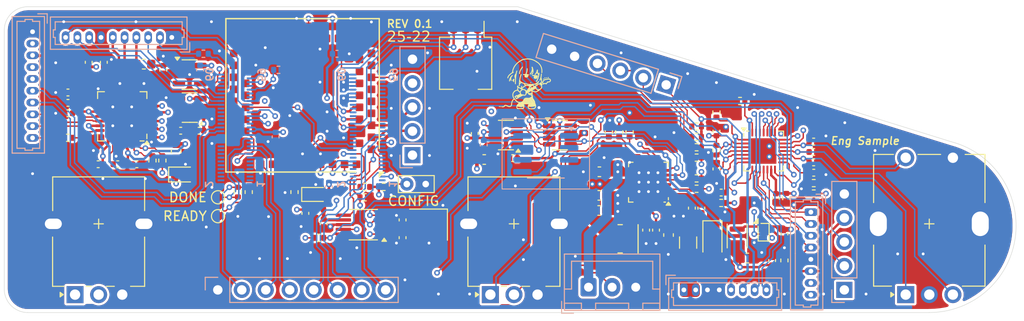
<source format=kicad_pcb>
(kicad_pcb (version 20241229) (generator "pcbnew") (generator_version "9.0")
  (layers (0 "F.Cu" signal) (4 "In1.Cu" signal) (6 "In2.Cu" signal) (2 "B.Cu" signal) (13 "F.Paste" user) (15 "B.Paste" user) (5 "F.SilkS" user "F.Silkscreen") (7 "B.SilkS" user "B.Silkscreen") (1 "F.Mask" user) (3 "B.Mask" user) (25 "Edge.Cuts" user))
  (net 0 "")
  (net 1 "Net-(U1-PMID)")
  (net 2 "GND")
  (net 3 "+VBAT")
  (net 4 "Net-(C6-Pad1)")
  (net 5 "Net-(U1-BTST)")
  (net 6 "Net-(J2-Pin_1)")
  (net 7 "+VREGN")
  (net 8 "/BATT/MCU_VBAT_SNS")
  (net 9 "/BATT/MCU_VBUS_SNS")
  (net 10 "+VALW")
  (net 11 "+VSYS")
  (net 12 "+VAUD")
  (net 13 "+AVAUD")
  (net 14 "Net-(U6-REF)")
  (net 15 "Net-(U6-PREG)")
  (net 16 "Net-(U6-NREG)")
  (net 17 "Net-(U6-C1P)")
  (net 18 "Net-(U6-C1N)")
  (net 19 "Net-(U6-PVSS)")
  (net 20 "/MCU/VOL_IN")
  (net 21 "/MCU/SEL_A")
  (net 22 "/MCU/SEL_S")
  (net 23 "/MCU/SEL_B")
  (net 24 "/MCU/TUNE_IN")
  (net 25 "Net-(U11-VDD)")
  (net 26 "Net-(U11-XA)")
  (net 27 "+3V3SD")
  (net 28 "Net-(J1-Pin_1)")
  (net 29 "Net-(J12-Pin_4)")
  (net 30 "/BATT/BATT_USB_D-")
  (net 31 "/BATT/BATT_PD_CC1")
  (net 32 "/BATT/BATT_USB_D+")
  (net 33 "/BATT/BATT_PD_CC2")
  (net 34 "Net-(J2-Pin_2)")
  (net 35 "/MCU/TFT_SPI_CS")
  (net 36 "/MCU/TFT_SPI_SCK")
  (net 37 "/MCU/TFT_SPI_MOSI")
  (net 38 "/MCU/TFT_SPI_DC")
  (net 39 "/MCU/MCU_DBG")
  (net 40 "/MCU/MCU_SWDIO")
  (net 41 "/MCU/MCU_SWCLK")
  (net 42 "Net-(J5-Pin_4)")
  (net 43 "/MCU/MODE_IN")
  (net 44 "Net-(J5-Pin_2)")
  (net 45 "Net-(J5-Pin_1)")
  (net 46 "/FPGA/A2_JTAG_TDO")
  (net 47 "/FPGA/C1_JTAG_TCK")
  (net 48 "/FPGA/FPGA_UART_RX")
  (net 49 "/FPGA/A3_JTAG_TDI")
  (net 50 "/FPGA/B1_JTAG_TMS")
  (net 51 "/FPGA/FPGA_UART_TX")
  (net 52 "/FPGA/DAC_DATA")
  (net 53 "/FPGA/E10_IOL3B")
  (net 54 "/FPGA/H5_IOT61A")
  (net 55 "/AUX/PDM_OUT_N")
  (net 56 "/FPGA/AUD_PDM_DAT")
  (net 57 "/FPGA/F7_IOT58A_40P")
  (net 58 "/FPGA/H7_IOT66B")
  (net 59 "/FPGA/E8_READY")
  (net 60 "/AUX/SD_DAT3")
  (net 61 "/FPGA/F6_IOT58B_40P")
  (net 62 "/FPGA/A10_IOL14B")
  (net 63 "/FPGA/G5_IOT72B")
  (net 64 "/FPGA/D10_IOL9B")
  (net 65 "/FPGA/J8_IOT56A_40P")
  (net 66 "/FPGA/C10_IOL5B")
  (net 67 "/FPGA/D7_DONE")
  (net 68 "/FPGA/E3_IOB60A_40P")
  (net 69 "/FPGA/J5_IOT61B")
  (net 70 "/FPGA/G8_IOT68B")
  (net 71 "/FPGA/DAC_LRCLK")
  (net 72 "/FPGA/H8_IOT66A")
  (net 73 "/FPGA/MCU_I2C_SCL")
  (net 74 "/FPGA/F5_IOT72A")
  (net 75 "/FPGA/L5_IOT63A")
  (net 76 "/FPGA/K8_IOT56B_40P")
  (net 77 "/FPGA/K7_IOT21A_40P")
  (net 78 "/FPGA/G7_IOT68A")
  (net 79 "/FPGA/MCU_I2C_SDA")
  (net 80 "/FPGA/DAC_SCLK")
  (net 81 "/FPGA/K5_IOT63B")
  (net 82 "/FPGA/K9_IOT31B_40P")
  (net 83 "/FPGA/L9_IOT31A_40P")
  (net 84 "/FPGA/AUD_PDM_CLK")
  (net 85 "/FPGA/VDD_2V5")
  (net 86 "/FPGA/J7_IOT21B_40P")
  (net 87 "/FPGA/D8_RECONFIG")
  (net 88 "/FPGA/M0_D0_P")
  (net 89 "/FPGA/A11_IOL14A")
  (net 90 "/FPGA/VDD_1V8")
  (net 91 "/FPGA/M0_D3_P")
  (net 92 "/FPGA/M0_D2_P")
  (net 93 "/FPGA/M0_CK_P")
  (net 94 "/FPGA/M0_D2_N")
  (net 95 "/FPGA/M0_D1_P")
  (net 96 "/FPGA/BLE_I2S_DO")
  (net 97 "/FPGA/D11_IOL9A")
  (net 98 "/FPGA/FPGA_REFCLK")
  (net 99 "/AUX/PDM_OUT_P")
  (net 100 "/FPGA/M0_D3_N")
  (net 101 "/FPGA/M0_D0_N")
  (net 102 "/FPGA/M0_D1_N")
  (net 103 "/FPGA/BLE_I2S_LRCLK")
  (net 104 "/FPGA/BLE_I2S_BCLK")
  (net 105 "/FPGA/BLE_I2S_DI")
  (net 106 "/FPGA/M0_CK_N")
  (net 107 "/AUX/DAC_HP_R")
  (net 108 "/AUX/DAC_HP_L")
  (net 109 "/AUX/DAC_HP_S")
  (net 110 "/AUX/MCU_STATUS")
  (net 111 "/AUX/SD_CD")
  (net 112 "/AUX/SD_CMD")
  (net 113 "Net-(J12-Pin_2)")
  (net 114 "/AUX/SD_DAT0")
  (net 115 "Net-(U3-SW)")
  (net 116 "/BATT/BATT_I2C_INT")
  (net 117 "Net-(U1-~{CE})")
  (net 118 "/MCU/MCU_I2C_SDA")
  (net 119 "/MCU/MCU_I2C_SCL")
  (net 120 "/AUX/BATT_STAT")
  (net 127 "Net-(U11-XB)")
  (net 128 "/FPGA/DAC_MCLK")
  (net 129 "+VBUS")
  (net 130 "Net-(J11-Pin_10)")
  (net 131 "Net-(J11-Pin_5)")
  (net 132 "/FPGA/L7_IOT19A_40P")
  (net 133 "/FPGA/G11_IOT7A")
  (net 134 "/FPGA/J11_IOT1A_40P")
  (net 135 "/FPGA/E1_IOB12B_40P")
  (net 136 "/FPGA/L8_IOT19B_40P")
  (net 137 "/FPGA/J2_IOR33B_40P")
  (net 138 "Net-(U2-~{RESET})")
  (net 157 "/FPGA/L10_IOT15A_40P")
  (net 164 "/FPGA/SW_P1")
  (net 167 "/FPGA/BLE_SWCLK")
  (net 168 "/FPGA/BLE_DBG")
  (net 169 "/FPGA/BLE_SWDIO")
  (net 170 "/FPGA/BLE_UART_TX")
  (net 171 "/FPGA/BLE_UART_RX")
  (net 172 "+3.3V")
  (net 173 "/AUX/DAC_INR")
  (net 174 "/AUX/DAC_INL")
  (net 175 "/FPGA/BLE_LED")
  (net 181 "/FPGA/L3_IOR31B_40P")
  (net 182 "/AUX/SD_CLK")
  (net 183 "/FPGA/D1_IOB14B_40P")
  (net 184 "/FPGA/B2_IOB4A_40P")
  (net 185 "unconnected-(U2-P0.10{slash}TD1{slash}MISO-Pad38)")
  (net 189 "/FPGA/SW_P2")
  (net 190 "/FPGA/L1_IOR18B_40P")
  (net 191 "/FPGA/J1_IOR33A_40P")
  (net 192 "/FPGA/K1_IOR20A_40P")
  (net 193 "/FPGA/SW_P0")
  (net 194 "/FPGA/K4_IOR22B_40P")
  (net 195 "/FPGA/L2_IOR18A_40P")
  (net 196 "/FPGA/A1_IOB24A_40P")
  (net 200 "Net-(U2-P0.23)")
  (net 201 "/FPGA/FPGA_OTA")
  (net 202 "+VPM")
  (net 203 "/BATT/PM_VEN")
  (net 204 "/AUX/SD_PWRON")
  (net 205 "unconnected-(U12-~{FLT}-Pad3)")
  (net 206 "Net-(U1-PSEL)")
  (net 207 "/BATT/SYS_VEN")
  (net 208 "/FPGA/F1_IOB26B_40P")
  (net 210 "unconnected-(U2-P1.00-Pad30)")
  (net 211 "Net-(J3-Pin_8)")
  (net 213 "unconnected-(U9-A2-Pad3)")
  (net 215 "/FPGA/H2_IOB91B_40P")
  (footprint "Package_TO_SOT_SMD:SOT-23-5" (layer "F.Cu") (at 94.15 87.6875 180)
    (property "Reference" "U7" (hide yes))
    (property "Value" "TPS7A2030PDBV" (hide yes))
  )
  (footprint "Resistor_SMD:R_0402_1005Metric" (layer "F.Cu") (at 157.15 103.8775 -90)
    (property "Reference" "R28" (hide yes))
    (property "Value" "10kΩ" (hide yes))
  )
  (footprint "Capacitor_SMD:C_0402_1005Metric" (layer "F.Cu") (at 84.45 93.6875 180)
    (property "Reference" "C25" (hide yes))
    (property "Value" "2.2uF" (hide yes))
  )
  (footprint "Capacitor_SMD:C_0402_1005Metric" (layer "F.Cu") (at 83.45 82.8875 -90)
    (property "Reference" "C16" (hide yes))
    (property "Value" "2.2uF" (hide yes))
  )
  (footprint "User:RICKTEK_WQFN-24-1EP_4x4mm_P0.5mm_EP2.6x2.6mm_ThermalVias" (layer "F.Cu") (at 142.75 95.5875 180)
    (property "Reference" "U1" (hide yes))
    (property "Value" "RT9471GQW" (hide yes))
  )
  (footprint "User:E83-2G4M03S_16x16mm_LGA" (layer "F.Cu") (at 106.105 86.3875 180)
    (property "Reference" "U2" (hide yes))
    (property "Value" "E83-2G4M03S" (hide yes))
  )
  (footprint "Capacitor_SMD:C_0402_1005Metric" (layer "F.Cu") (at 91.35 83.7175 90)
    (property "Reference" "C43" (hide yes))
    (property "Value" "100nF" (hide yes))
  )
  (footprint "TestPoint:TestPoint_Pad_D1.0mm" (layer "F.Cu") (at 97.15 99.1875)
    (property "Reference" "READY")
    (property "Value" "TestPoint" (hide yes))
  )
  (footprint "Capacitor_SMD:C_0603_1608Metric" (layer "F.Cu") (at 137.525 98.5875)
    (property "Reference" "C3" (hide yes))
    (property "Value" "22uF" (hide yes))
  )
  (footprint "Capacitor_SMD:C_0402_1005Metric" (layer "F.Cu") (at 116.7 99.5875 -90)
    (property "Reference" "C39" (hide yes))
    (property "Value" "N.P." (hide yes))
  )
  (footprint "Resistor_SMD:R_0402_1005Metric" (layer "F.Cu") (at 152.45 86.9875 180)
    (property "Reference" "R3" (hide yes))
    (property "Value" "5.1kΩ" (hide yes))
  )
  (footprint "Capacitor_SMD:C_0402_1005Metric" (layer "F.Cu") (at 81.25 86.0875 180)
    (property "Reference" "C21" (hide yes))
    (property "Value" "2.2uF" (hide yes))
  )
  (footprint "Capacitor_SMD:C_0402_1005Metric" (layer "F.Cu") (at 88.55 93.6875 180)
    (property "Reference" "C17" (hide yes))
    (property "Value" "2.2uF" (hide yes))
  )
  (footprint "Capacitor_SMD:C_0402_1005Metric" (layer "F.Cu") (at 142.5 100.6675 90)
    (property "Reference" "C6" (hide yes))
    (property "Value" "47nF" (hide yes))
  )
  (footprint "Diode_SMD:D_PowerDI-123" (layer "F.Cu") (at 149.525 101.9875 -90)
    (property "Reference" "D1" (hide yes))
    (property "Value" "D_TVS" (hide yes))
  )
  (footprint "Capacitor_SMD:C_0402_1005Metric" (layer "F.Cu") (at 81.25 87.1875 180)
    (property "Reference" "C20" (hide yes))
    (property "Value" "2.2uF" (hide yes))
  )
  (footprint "Resistor_SMD:R_0402_1005Metric" (layer "F.Cu") (at 99.25 96.6375 90)
    (property "Reference" "R25" (hide yes))
    (property "Value" "10kΩ" (hide yes))
  )
  (footprint "Capacitor_SMD:C_0402_1005Metric" (layer "F.Cu") (at 160.25 91.2875)
    (property "Reference" "C32" (hide yes))
    (property "Value" "10nF" (hide yes))
  )
  (footprint "Package_DFN_QFN:QFN-28-1EP_4x4mm_P0.4mm_EP2.7x2.7mm" (layer "F.Cu") (at 154.95 92.2875)
    (property "Reference" "U5" (hide yes))
    (property "Value" "CH32X035G8U6" (hide yes))
  )
  (footprint "Resistor_SMD:R_0402_1005Metric" (layer "F.Cu") (at 149.95 88.1875 90)
    (property "Reference" "R2" (hide yes))
    (property "Value" "5.1kΩ" (hide yes))
  )
  (footprint "User:Crystal_SMD_3225-4Pin_3.2x2.5mm" (layer "F.Cu") (at 119.45 100.0875 180)
    (property "Reference" "X1" (hide yes))
    (property "Value" "22.5792MHz" (hide yes))
  )
  (footprint "Resistor_SMD:R_0402_1005Metric" (layer "F.Cu") (at 147.85 92.9875)
    (property "Reference" "R18" (hide yes))
    (property "Value" "10kΩ" (hide yes))
  )
  (footprint "Resistor_SMD:R_0402_1005Metric" (layer "F.Cu") (at 147.85 91.8875 180)
    (property "Reference" "R17" (hide yes))
    (property "Value" "39kΩ" (hide yes))
  )
  (footprint "Capacitor_SMD:C_0402_1005Metric" (layer "F.Cu") (at 143.55 100.6675 -90)
    (property "Reference" "C8" (hide yes))
    (property "Value" "4.7uF" (hide yes))
  )
  (footprint "Inductor_SMD:L_0603_1608Metric" (layer "F.Cu") (at 92.7125 92.31875 -90)
    (property "Reference" "L4" (hide yes))
    (property "Value" "10uH" (hide yes))
  )
  (footprint "Resistor_SMD:R_0402_1005Metric" (layer "F.Cu") (at 105.25 96.6375 90)
    (property "Reference" "R34" (hide yes))
    (property "Value" "10kΩ" (hide yes))
  )
  (footprint "Resistor_SMD:R_0402_1005Metric" (layer "F.Cu") (at 140.75 90.2775 -90)
    (property "Reference" "R7" (hide yes))
    (property "Value" "10kΩ" (hide yes))
  )
  (footprint "Resistor_SMD:R_0402_1005Metric" (layer "F.Cu") (at 112.7 97.1875 180)
    (property "Reference" "R20" (hide yes))
    (property "Value" "10kΩ" (hide yes))
  )
  (footprint "Capacitor_SMD:C_0603_1608Metric" (layer "F.Cu") (at 125.35 93.1875)
    (property "Reference" "C40" (hide yes))
    (property "Value" "22uF" (hide yes))
  )
  (footprint "Package_TO_SOT_SMD:TSOT-23-8" (layer "F.Cu") (at 127.65 90.5965 180)
    (property "Reference" "U8" (hide yes))
    (property "Value" "MP5095GJ" (hide yes))
  )
  (footprint "Capacitor_SMD:C_0402_1005Metric" (layer "F.Cu") (at 106.4 98.8875 90)
    (property "Reference" "C37" (hide yes))
    (property "Value" "2.2uF" (hide yes))
  )
  (footprint "Resistor_SMD:R_0402_1005Metric" (layer "F.Cu") (at 147.85 89.6875)
    (property "Reference" "R15" (hide yes))
    (property "Value" "120kΩ" (hide yes))
  )
  (footprint "Capacitor_SMD:C_0402_1005Metric" (layer "F.Cu") (at 150.45 96.6875 180)
    (property "Reference" "C35" (hide yes))
    (property "Value" "10nF" (hide yes))
  )
  (footprint "Capacitor_SMD:C_0603_1608Metric" (layer "F.Cu") (at 153.22582 103.6259)
    (property "Reference" "C14" (hide yes))
    (property "Value" "22uF" (hide yes))
  )
  (footprint "Resistor_SMD:R_0402_1005Metric" (layer "F.Cu") (at 160.26 95.6875)
    (property "Reference" "R10" (hide yes))
    (property "Value" "120kΩ" (hide yes))
  )
  (footprint "Resistor_SMD:R_0402_1005Metric" (layer "F.Cu") (at 112.7 96.0875)
    (property "Reference" "R31" (hide yes))
    (property "Value" "10kΩ" (hide yes))
  )
  (footprint "Resistor_SMD:R_0402_1005Metric" (layer "F.Cu") (at 90.2 93.2975 -90)
    (property "Reference" "R33" (hide yes))
    (property "Value" "N.P." (hide yes))
  )
  (footprint "Resistor_SMD:R_0402_1005Metric" (layer "F.Cu") (at 149.95 92.1975 -90)
    (property "Reference" "R5" (hide yes))
    (property "Value" "10kΩ" (hide yes))
  )
  (footprint "Capacitor_SMD:C_0402_1005Metric" (layer "F.Cu") (at 160.25 93.4875 180)
    (property "Reference" "C31" (hide yes))
    (property "Value" "10nF" (hide yes))
  )
  (footprint "Inductor_SMD:L_0402_1005Metric" (layer "F.Cu") (at 107.8275 98.4875)
    (property "Reference" "FB1" (hide yes))
    (property "Value" "MPZ1005S221HT000" (hide yes))
  )
  (footprint "User:Texas_DSBGA-8_0.86x1.56mm_Layout2x4_P0.4mm" (layer "F.Cu") (at 154.95 100.8875)
    (property "Reference" "U3" (hide yes))
    (property "Value" "TPS62743YFP" (hide yes))
  )
  (footprint "Resistor_SMD:R_0402_1005Metric" (layer "F.Cu") (at 147.85 95.1875 180)
    (property "Reference" "R26" (hide yes))
    (property "Value" "10kΩ" (hide yes))
  )
  (footprint "User:Potentiometer_Alpha_RD901F-40-00D_Single_Vertical" (layer "F.Cu") (at 82 107.5 90)
    (property "Reference" "RV1" (hide yes))
    (property "Value" "50kΩ" (hide yes))
  )
  (footprint "Capacitor_SMD:C_0402_1005Metric" (layer "F.Cu") (at 86.52 93.6875 180)
    (property "Reference" "C22" (hide yes))
    (property "Value" "470nF" (hide yes))
  )
  (footprint "Capacitor_SMD:C_0603_1608Metric" (layer "F.Cu") (at 137.55 94.4875 180)
    (property "Reference" "C7" (hide yes))
    (property "Value" "22uF" (hide yes))
  )
  (footprint "Package_TO_SOT_SMD:TSOT-23-8" (layer "F.Cu") (at 133.3675 90.5965)
    (property "Reference" "U10" (hide yes))
    (property "Value" "TCA9416DDF" (hide yes))
  )
  (footprint "Capacitor_SMD:C_0402_1005Metric" (layer "F.Cu") (at 128.37 93.0375)
    (property "Reference" "C42" (hide yes))
    (property "Value" "100nF" (hide yes))
  )
  (footprint "Capacitor_SMD:C_0402_1005Metric" (layer "F.Cu") (at 95.15 90.1375 180)
    (property "Reference" "C26" (hide yes))
    (property "Value" "2.2uF" (hide yes))
  )
  (footprint "Capacitor_SMD:C_0402_1005Metric" (layer "F.Cu") (at 93.1925 90.1375)
    (property "Reference" "C27" (hide yes))
    (property "Value" "2.2uF" (hide yes))
  )
  (footprint "Capacitor_SMD:C_0402_1005Metric" (layer "F.Cu") (at 124.35 90.4325 90)
    (property "Reference" "C41" (hide yes))
    (property "Value" "1uF" (hide yes))
  )
  (footprint "Capacitor_SMD:C_0402_1005Metric" (layer "F.Cu") (at 160.25 92.3875 180)
    (property "Reference" "C33" (hide yes))
    (property "Value" "10nF" (hide yes))
  )
  (footprint "Capacitor_SMD:C_0603_1608Metric" (layer "F.Cu") (at 137.5375 96.9875)
    (property "Reference" "C2" (hide yes))
    (property "Value" "22uF" (hide yes))
  )
  (footprint "Resistor_SMD:R_0402_1005Metric" (layer "F.Cu") (at 81.25 90.8875)
    (property "Reference" "R30" (hide yes))
    (property "Value" "33Ω" (hide yes))
  )
  (footprint "Resistor_SMD:R_0402_1005Metric" (layer "F.Cu") (at 138.55 90.2875 90)
    (property "Reference" "R8" (hide yes))
    (property "Value" "100kΩ" (hide yes))
  )
  (footprint "Capacitor_SMD:C_0402_1005Metric" (layer "F.Cu") (at 155.85 103.8875 90)
    (property "Reference" "C24" (hide yes))
    (property "Value" "2.2uF" (hide yes))
  )
  (footprint "Diode_SMD:D_0603_1608Metric" (layer "F.Cu") (at 107.5 96.8875)
    (property "Reference" "D2" (hide yes))
    (property "Value" "LED_Small" (hide yes))
  )
  (footprint "Resistor_SMD:R_0402_1005Metric" (layer "F.Cu") (at 147.85 90.7875)
    (property "Reference" "R16" (hide yes))
    (property "Value" "39kΩ" (hide yes))
  )
  (footprint "Inductor_SMD:L_Murata_DFE201610P" (layer "F.Cu") (at 152.15005 101.2875 -90)
    (property "Reference" "L3" (hide yes))
    (property "Value" "2.2uH" (hide yes))
  )
  (footprint "TestPoint:TestPoint_Pad_D1.0mm" (layer "F.Cu") (at 97.15 97.1875)
    (property "Reference" "DONE")
    (property "Value" "TestPoint" (hide yes))
  )
  (footprint "Resistor_SMD:R_0402_1005Metric" (layer "F.Cu") (at 160.26 96.7875 180)
    (property "Reference" "R9" (hide yes))
    (property "Value" "39kΩ" (hide yes))
  )
  (footprint "Resistor_SMD:R_0402_1005Metric" (layer "F.Cu") (at 147.85 96.2875 180)
    (property "Reference" "R1" (hide yes))
    (property "Value" "10kΩ" (hide yes))
  )
  (footprint "Capacitor_SMD:C_0402_1005Metric" (layer "F.Cu") (at 149.95 94.1875 90)
    (property "Reference" "C30" (hide yes))
    (property "Value" "10nF" (hide yes))
  )
  (footprint "TestPoint:TestPoint_Bridge_Pitch2.0mm_Drill0.7mm" (layer "F.Cu") (at 117.15 95.7875)
    (property "Reference" "CONFIG")
    (property "Value" "TestPoint_2Pole" (hide yes))
  )
  (footprint "User:Potentiometer_Alpha_RD901F-40-00D_Single_Vertical" (layer "F.Cu") (at 126 107.5 90)
    (property "Reference" "RV2" (hide yes))
    (property "Value" "50kΩ" (hide yes))
  )
  (footprint "Capacitor_SMD:C_0603_1608Metric" (layer "F.Cu") (at 144.875 101.1875 -90)
    (property "Reference" "C1" (hide yes))
    (property "Value" "22uF" (hide yes))
  )
  (footprint "Capacitor_SMD:C_0402_1005Metric" (layer "F.Cu") (at 148.35 98.3375 -90)
    (property "Reference" "C5" (hide yes))
    (property "Value" "1uF" (hide yes))
  )
  (footprint "Resistor_SMD:R_0402_1005Metric" (layer "F.Cu") (at 114.7 96.0875 180)
    (property "Reference" "R23" (hide yes))
    (property "Value" "10kΩ" (hide yes))
  )
  (footprint "Package_SO:MSOP-10_3x3mm_P0.5mm" (layer "F.Cu") (at 112.5375 100.0875 180)
    (property "Reference" "U11" (hide yes))
    (property "Value" "MS5351M" (hide yes))
  )
  (footprint "Capacitor_SMD:C_0402_1005Metric" (layer "F.Cu") (at 85.05 82.8875 90)
    (property "Reference" "C19" (hide yes))
    (property "Value" "2.2uF" (hide yes))
  )
  (footprint "Resistor_SMD:R_0402_1005Metric" (layer "F.Cu") (at 150.45 97.7875)
    (property "Reference" "R11" (hide yes))
    (property "Value" "150kΩ" (hide yes))
  )
  (footprint "Button_Switch_SMD:SW_DIP_SPSTx03_Slide_KingTek_DSHP03TS_W7.62mm_P1.27mm" (layer "F.Cu") (at 123.38 82.9875 -90)
    (property "Reference" "SW2" (hide yes))
    (property "Value" "SW_DIP_x03" (hide yes))
  )
  (footprint "Capacitor_SMD:C_0402_1005Metric" (layer "F.Cu") (at 108.3375 99.9875 90)
    (property "Reference" "C36" (hide yes))
    (property "Value" "2.2uF" (hide yes))
  )
  (footprint "Capacitor_Tantalum_SMD:CP_EIA-1608-08_AVX-J" (layer "F.Cu") (at 93.425 94.775)
    (property "Reference" "C28" (hide yes))
    (property "Value" "22uF 6.3V" (hide yes))
  )
  (footprint "Resistor_SMD:R_0402_1005Metric" (layer "F.Cu") (at 107.8275 101.4875)
    (property "Reference" "R14" (hide yes))
    (property "Value" "100Ω" (hide yes))
  )
  (footprint "Package_TO_SOT_SMD:SOT-23-5" (layer "F.Cu") (at 94.1375 84.1875)
    (property "Reference" "U12" (hide yes))
    (property "Value" "AP2151WG-7" (hide yes))
  )
  (footprint "Inductor_SMD:L_0603_1608Metric" (layer "F.Cu") (at 89.2875 83.0875)
    (property "Reference" "FB2" (hide yes))
    (property "Value" "MPZ1608Y221BTA00" (hide yes))
  )
  (footprint "Package_DFN_QFN:TQFN-28-1EP_5x5mm_P0.5mm_EP3.25x3.25mm_ThermalVias" (layer "F.Cu") (at 87 88.6125 180)
    (property "Reference" "U6" (hide yes))
    (property "Value" "MAX9850xTI" (hide yes))
  )
  (footprint "Resistor_SMD:R_0402_1005Metric" (layer "F.Cu") (at 157.35 97.2875 -90)
    (property "Reference" "R12" (hide yes))
    (property "Value" "39kΩ" (hide yes))
  )
  (footprint "User:RotaryEncoder_Favor_FEC11_Vertical_H15mm" (layer "F.Cu") (at 170 107.5 90)
    (property "Reference" "SW1" (hide yes))
    (property "Value" "RotaryEncoder_Switch_MP" (hide yes))
  )
  (footprint "Capacitor_SMD:C_0402_1005Metric" (layer "F.Cu") (at 81.25 88.2875 180)
    (property "Reference" "C18" (hide yes))
    (property "Value" "10nF" (hide yes))
  )
  (footprint "Capacitor_SMD:C_0402_1005Metric" (layer "F.Cu") (at 156.25 97.2875 -90)
    (property "Reference" "C12" (hide yes))
    (property "Value" "10nF" (hide yes))
  )
  (footprint "Resistor_SMD:R_0402_1005Metric" (layer "F.Cu") (at 91.25 93.2975 -90)
    (property "Reference" "R32" (hide yes))
    (property "Value" "N.P." (hide yes))
  )
  (footprint "Resistor_SMD:R_0402_1005Metric" (layer "F.Cu") (at 100.4 96.6375 90)
    (property "Reference" "R24" (hide yes))
    (property "Value" "10kΩ" (hide yes))
  )
  (footprint "Resistor_SMD:R_0402_1005Metric" (layer "F.Cu") (at 139.65 90.2875 -90)
    (property "Reference" "R6" (hide yes))
    (property "Value" "5.9kΩ" (hide yes))
  )
  (footprint "Capacitor_SMD:C_0402_1005Metric" (layer "F.Cu") (at 160.26 94.5875)
    (property "Reference" "C11" (hide yes))
    (property "Value" "10nF" (hide yes))
  )
  (footprint "User:L_TDK_VLS3012HBX" (layer "F.Cu") (at 139.75 101.5875 180)
    (property "Reference" "L1" (hide yes))
    (property "Value" "VLS3012HBX-1R0M" (hide yes))
  )
  (footprint "Capacitor_SMD:C_0402_1005Metric" (layer "F.Cu") (at 116.7 101.4675 90)
    (property "Reference" "C38" (hide yes))
    (property "Value" "N.P." (hide yes))
  )
  (footprint "Capacitor_SMD:C_0402_1005Metric" (layer "F.Cu") (at 149.95 90.1875 90)
    (property "Reference" "C23" (hide yes))
    (property "Value" "2.2uF" (hide yes))
  )
  (footprint "Capacitor_SMD:C_0402_1005Metric" (layer "F.Cu") (at 157.15005 101.0675 -90)
    (property "Reference" "C13" (hide yes))
    (property "Value" "4.7uF" (hide yes))
  )
  (footprint "Capacitor_SMD:C_0402_1005Metric" (layer "F.Cu") (at 147.35 98.3375 -90)
    (property "Reference" "C4" (hide yes))
    (property "Value" "1uF" (hide yes))
  )
  (footprint "Fuse:Fuse_1206_3216Metric" (layer "F.Cu") (at 146.95 101.9875 90)
    (property "Reference" "F1" (hide yes))
    (property "Value" "043702.5WR" (hide yes))
  )
  (footprint "Connector_PinHeader_2.54mm:PinHeader_1x05_P2.54mm_Vertical" (layer "B.Cu") (at 117.75 92.7225)
    (property "Reference" "J13" (hide yes))
    (property "Value" "Conn_01x05_2.54mm" (hide yes))
  )
  (footprint "Package_SO:SOIC-8_3.9x4.9mm_P1.27mm" (layer "B.Cu") (at 131.875 92.5875 180)
    (property "Reference" "U9" (hide yes))
    (property "Value" "MB85RC256V" (hide yes))
  )
  (footprint "Resistor_SMD:R_0402_1005Metric" (layer "B.Cu") (at 95.6 81.9875)
    (property "Reference" "R27" (hide yes))
    (property "Value" "33Ω" (hide yes))
  )
  (footprint "Connector_PinSocket_2.54mm:PinSocket_1x06_P2.54mm_Vertical" (layer "B.Cu") (at 144.625396 85.276873 72.699)
    (property "Reference" "J5" (hide yes))
    (property "Value" "Conn_01x06_2.54mm" (hide yes))
  )
  (footprint "Connector_Molex:Molex_PicoBlade_53047-1010_1x10_P1.25mm_Vertical" (layer "B.Cu") (at 92.25 80.25 180)
    (property "Reference" "J12" (hide yes))
    (property "Value" "Conn_01x10_1.25mm" (hide yes))
  )
  (footprint "Capacitor_SMD:C_0402_1005Metric" (layer "B.Cu") (at 95.25 83.6875 -90)
    (property "Reference" "C47" (hide yes))
    (property "Value" "100nF" (hide yes))
  )
  (footprint "User:BTB-DF40C-60DS-0.4V(51)" (layer "B.Cu") (at 113.00152 90.00112 90)
    (property "Reference" "J8" (hide yes))
    (property "Value" "DF40C-60DS-0.4V(51)" (hide yes))
  )
  (footprint "Connector_PinHeader_2.54mm:PinHeader_1x08_P2.54mm_Vertical" (layer "B.Cu") (at 97.125 107 -90)
    (property "Reference" "J6" (hide yes))
    (property "Value" "Conn_01x08_2.54mm" (hide yes))
  )
  (footprint "Connector_PinHeader_2.54mm:PinHeader_1x05_P2.54mm_Vertical" (layer "B.Cu") (at 163.5 107)
    (property "Reference" "J4" (hide yes))
    (property "Value" "Conn_01x05_2.54mm" (hide yes))
  )
  (footprint "Connector_Molex:Molex_PicoBlade_53047-0810_1x08_P1.25mm_Vertical" (layer "B.Cu") (at 159.955 98.7625 -90)
    (property "Reference" "J3" (hide yes))
    (property "Value" "Conn_01x08_1.25mm" (hide yes))
  )
  (footprint "Capacitor_SMD:C_0402_1005Metric" (layer "B.Cu") (at 125.3 91.6375 90)
    (property "Reference" "C29" (hide yes))
    (property "Value" "2.2uF" (hide yes))
  )
  (footprint "Connector_JST:JST_XH_B3B-XH-A_1x03_P2.50mm_Vertical" (layer "B.Cu") (at 136.4 106.7125)
    (property "Reference" "J2" (hide yes))
    (property "Value" "Conn_01x03_2.54mm" (hide yes))
  )
  (footprint "Capacitor_SMD:C_0402_1005Metric" (layer "B.Cu") (at 103.25 90.7875 -90)
    (property "Reference" "C45" (hide yes))
    (property "Value" "2.2uF" (hide yes))
  )
  (footprint "Capacitor_SMD:C_0402_1005Metric" (layer "B.Cu") (at 108.9 96.0875 90)
    (property "Reference" "C49" (hide yes))
    (property "Value" "2.2uF" (hide yes))
  )
  (footprint "Capacitor_SMD:C_0402_1005Metric" (layer "B.Cu") (at 109.75 81.9875)
    (property "Reference" "C46" (hide yes))
    (property "Value" "2.2uF" (hide yes))
  )
  (footprint "Resistor_SMD:R_0402_1005Metric" (layer "B.Cu") (at 103.55 83.6875)
    (property "Reference" "R4" (hide yes))
    (property "Value" "10kΩ" (hide yes))
  )
  (footprint "User:BTB-DF40C-60DS-0.4V(51)" (layer "B.Cu") (at 99.00152 90.001122 90)
    (property "Reference" "J7" (hide yes))
    (property "Value" "DF40C-60DS-0.4V(51)" (hide yes))
  )
  (footprint "Connector_Molex:Molex_PicoBlade_53047-0810_1x08_P1.25mm_Vertical" (layer "B.Cu") (at 146.5 107)
    (property "Reference" "J1" (hide yes))
    (property "Value" "Conn_01x08_1.25mm" (hide yes))
  )
  (footprint "Connector_Molex:Molex_PicoBlade_53047-1010_1x10_P1.25mm_Vertical" (layer "B.Cu") (at 77.5 79.65 -90)
    (property "Reference" "J11" (hide yes))
    (property "Value" "Conn_01x10_1.25mm" (hide yes))
  )
  (gr_curve (pts (xy 131.29 85.1275) (xy 131.56 84.9375) (xy 131.35 84.5275) (xy 131.35 84.5275)) (stroke (width 0.1)) (layer "F.SilkS"))
  (gr_curve (pts (xy 129.81 86.0675) (xy 130.6 85.6375) (xy 130.76 85.5575) (xy 130.76 85.5575)) (stroke (width 0.1)) (layer "F.SilkS"))
  (gr_curve (pts (xy 129.75 85.9075) (xy 129.67 85.7575) (xy 129.42 85.7675) (xy 129.42 85.7675)) (stroke (width 0.1)) (layer "F.SilkS"))
  (gr_curve (pts (xy 129.32 86.3375) (xy 129.16 86.2775) (xy 129.15 86.0475) (xy 129.15 86.0475)) (stroke (width 0.1)) (layer "F.SilkS"))
  (gr_curve (pts (xy 130.11 85.6375) (xy 130.12 85.6775) (xy 130.14 85.6975) (xy 130.14 85.6975)) (stroke (width 0.1)) (layer "F.SilkS"))
  (gr_curve (pts (xy 130.12 85.5875) (xy 129.96 85.7275) (xy 129.97 85.8175) (xy 129.97 85.8175)) (stroke (width 0.1)) (layer "F.SilkS"))
  (gr_curve (pts (xy 129.775 84.4125) (xy 129.96 84.3625) (xy 129.85 84.2125) (xy 129.85 84.2125)) (stroke (width 0.1)) (layer "F.SilkS"))
  (gr_curve (pts (xy 130.35 85.2675) (xy 130.26 85.3375) (xy 130.18 85.3975) (xy 130.18 85.3975)) (stroke (width 0.1)) (layer "F.SilkS"))
  (gr_curve (pts (xy 129.3 86.3675) (xy 129.12 86.4675) (xy 128.91 86.5775) (xy 128.92 86.5675)) (stroke (width 0.1)) (layer "F.SilkS"))
  (gr_curve (pts (xy 129.25 86.2975) (xy 129.07 86.3975) (xy 128.86 86.5075) (xy 128.87 86.4975)) (stroke (width 0.1)) (layer "F.SilkS"))
  (gr_line (start 128.9125 87.4825) (end 129.12 87.2325) (stroke (width 0.1)) (layer "F.SilkS"))
  (gr_curve (pts (xy 132.36 84.7975) (xy 132.37 85.0175) (xy 132.08 84.9675) (xy 132.08 84.9675)) (stroke (width 0.1)) (layer "F.SilkS"))
  (gr_line (start 129.92 86.7175) (end 130.3 87.2075) (stroke (width 0.1)) (layer "F.SilkS"))
  (gr_curve (pts (xy 131.11 84.1875) (xy 130.94 84.0775) (xy 130.98 83.7175) (xy 130.98 83.7175)) (stroke (width 0.1)) (layer "F.SilkS"))
  (gr_line (start 130.39 86.6275) (end 130.58 86.9375) (stroke (width 0.1)) (layer "F.SilkS"))
  (gr_curve (pts (xy 131.33 85.2375) (xy 131.06 85.0475) (xy 130.94 85.3375) (xy 130.94 85.3375)) (stroke (width 0.1)) (layer "F.SilkS"))
  (gr_curve (pts (xy 129.31 85.7075) (xy 129.65 85.2375) (xy 130.01 85.3475) (xy 130.01 85.3475)) (stroke (width 0.1)) (layer "F.SilkS"))
  (gr_curve (pts (xy 127.48 87.5275) (xy 127.55 87.3375) (xy 127.82 87.5275) (xy 127.82 87.5275)) (stroke (width 0.1)) (layer "F.SilkS"))
  (gr_curve (pts (xy 129.19 86.2475) (xy 129.01 86.3475) (xy 128.8 86.4575) (xy 128.81 86.4475)) (stroke (width 0.1)) (layer "F.SilkS"))
  (gr_line (start 130.465 87.4675) (end 130.715 87.4475) (stroke (width 0.1)) (layer "F.SilkS"))
  (gr_curve (pts (xy 128.77 86.7475) (xy 128.85 86.6975) (xy 128.93 86.6475) (xy 128.93 86.6475)) (stroke (width 0.1)) (layer "F.SilkS"))
  (gr_curve (pts (xy 131.48 85.2475) (xy 131.43 85.1575) (xy 131.38 85.0675) (xy 131.38 85.0675)) (stroke (width 0.1)) (layer "F.SilkS"))
  (gr_curve (pts (xy 130.82 85.2375) (xy 131.05 85.0575) (xy 131.1 84.9375) (xy 131.1 84.9375)) (stroke (width 0.1)) (layer "F.SilkS"))
  (gr_curve (pts (xy 128.82 87.5175) (xy 129.25 87.6275) (xy 129.55 87.5375) (xy 129.55 87.5375)) (stroke (width 0.1)) (layer "F.SilkS"))
  (gr_curve (pts (xy 130.15 85.6075) (xy 130.16 85.6475) (xy 130.18 85.6675) (xy 130.18 85.6675)) (stroke (width 0.1)) (layer "F.SilkS"))
  (gr_curve (pts (xy 128.62 86.5175) (xy 128.7 86.6475) (xy 128.77 86.7475) (xy 128.77 86.7475)) (stroke (width 0.1)) (layer "F.SilkS"))
  (gr_curve (pts (xy 129.42 85.7675) (xy 129.19 85.8775) (xy 129.15 86.0475) (xy 129.15 86.0475)) (stroke (width 0.1)) (layer "F.SilkS"))
  (gr_curve (pts (xy 130.225 84.1375) (xy 130.55 83.7375) (xy 130.425 83.4125) (xy 130.425 83.4125)) (stroke (width 0.1)) (layer "F.SilkS"))
  (gr_curve (pts (xy 131.25 84.7875) (xy 131.4 84.5375) (xy 131.4 84.1375) (xy 131.4 84.1375)) (stroke (width 0.1)) (layer "F.SilkS"))
  (gr_line (start 129.36 87.1175) (end 129.465 87.25) (stroke (width 0.1)) (layer "F.SilkS"))
  (gr_curve (pts (xy 129.77 86.2475) (xy 129.76 86.3575) (xy 129.59 86.4175) (xy 129.5 86.3575)) (stroke (width 0.1)) (layer "F.SilkS"))
  (gr_line (start 131.48 85.2475) (end 131.38 85.3075) (stroke (width 0.1)) (layer "F.SilkS"))
  (gr_curve (pts (xy 130.825 84.3525) (xy 130.71 84.4275) (xy 130.75 84.5525) (xy 130.75 84.5525)) (stroke (width 0.1)) (layer "F.SilkS"))
  (gr_curve (pts (xy 129.725 84.1875) (xy 129.925 83.9375) (xy 129.9 83.5625) (xy 129.9 83.5625)) (stroke (width 0.1)) (layer "F.SilkS"))
  (gr_curve (pts (xy 129.57 86.8475) (xy 129.73 86.5275) (xy 129.99 86.8275) (xy 130.29 86.6275)) (stroke (width 0.1)) (layer "F.SilkS"))
  (gr_line (start 130.42875 87.2625) (end 130.18 87.4975) (stroke (width 0.1)) (layer "F.SilkS"))
  (gr_line (start 129.52 87.475) (end 129.43 87.3575) (stroke (width 0.1)) (layer "F.SilkS"))
  (gr_line (start 130.455 87.3875) (end 130.705 87.3675) (stroke (width 0.1)) (layer "F.SilkS"))
  (gr_curve (pts (xy 130.4 84.1625) (xy 130.65 83.8625) (xy 130.425 83.4125) (xy 130.425 83.4125)) (stroke (width 0.1)) (layer "F.SilkS"))
  (gr_curve (pts (xy 128.93 85.5575) (xy 128.77 85.8975) (xy 129.15 86.0475) (xy 129.15 86.0475)) (stroke (width 0.1)) (layer "F.SilkS"))
  (gr_curve (pts (xy 130.02 87.5475) (xy 130.56 87.5875) (xy 130.77 87.4775) (xy 130.77 87.4775)) (stroke (width 0.1)) (layer "F.SilkS"))
  (gr_curve (pts (xy 128.93 85.3875) (xy 128.9 85.4375) (xy 128.87 85.4775) (xy 128.87 85.4775)) (stroke (width 0.1)) (layer "F.SilkS"))
  (gr_curve (pts (xy 130.33 85.5375) (xy 130.42 86.0775) (xy 130.43 86.1975) (xy 130.43 86.1975)) (stroke (width 0.1)) (layer "F.SilkS"))
  (gr_curve (pts (xy 129.725 84.1875) (xy 129.575 84.4125) (xy 129.75 84.4375) (xy 129.75 84.4375)) (stroke (width 0.1)) (layer "F.SilkS"))
  (gr_curve (pts (xy 131.91 85.1675) (xy 131.76 85.0675) (xy 131.62 85.1875) (xy 131.62 85.1875)) (stroke (width 0.1)) (layer "F.SilkS"))
  (gr_line (start 129.6 86.8725) (end 129.89 87.2475) (stroke (width 0.1)) (layer "F.SilkS"))
  (gr_curve (pts (xy 132.08 84.6675) (xy 132.38 84.6075) (xy 132.36 84.7875) (xy 132.36 84.7875)) (stroke (width 0.1)) (layer "F.SilkS"))
  (gr_line (start 131.79 84.5675) (end 131.78 84.5375) (stroke (width 0.1)) (layer "F.SilkS"))
  (gr_curve (pts (xy 129.7 84.4125) (xy 129.75 84.4625) (xy 129.875 84.4375) (xy 129.875 84.4375)) (stroke (width 0.1)) (layer "F.SilkS"))
  (gr_curve (pts (xy 129.6 85.1375) (xy 130.85 85.4575) (xy 131.1 84.9375) (xy 131.1 84.9375)) (stroke (width 0.1)) (layer "F.SilkS"))
  (gr_curve (pts (xy 128.87 87.7775) (xy 129.09 87.8075) (xy 129.46 87.7875) (xy 129.46 87.7875)) (stroke (width 0.1)) (layer "F.SilkS"))
  (gr_line (start 129.54 86.9425) (end 129.79 87.2575) (stroke (width 0.1)) (layer "F.SilkS"))
  (gr_curve (pts (xy 130.69 87.1975) (xy 129.54 87.3875) (xy 129.02 87.2075) (xy 129.02 87.2075)) (stroke (width 0.1)) (layer "F.SilkS"))
  (gr_line (start 130.32875 87.2425) (end 130.08 87.4775) (stroke (width 0.1)) (layer "F.SilkS"))
  (gr_line (start 131.52 85.0175) (end 131.67 84.7875) (stroke (width 0.1)) (layer "F.SilkS"))
  (gr_curve (pts (xy 129.32 85.4375) (xy 129.29 85.5675) (xy 129.26 85.6675) (xy 129.26 85.6675)) (stroke (width 0.1)) (layer "F.SilkS"))
  (gr_line (start 129.505 87.025) (end 129.675 87.25) (stroke (width 0.1)) (layer "F.SilkS"))
  (gr_curve (pts (xy 130 86.1075) (xy 130.03 86.2975) (xy 130.2 86.3075) (xy 130.2 86.3075)) (stroke (width 0.1)) (layer "F.SilkS"))
  (gr_line (start 131.62 85.1875) (end 131.52 85.0175) (stroke (width 0.1)) (layer "F.SilkS"))
  (gr_curve (pts (xy 129.78 86.1675) (xy 130.62 85.7075) (xy 130.78 85.6275) (xy 130.78 85.6275)) (stroke (width 0.1)) (layer "F.SilkS"))
  (gr_line (start 130.29 86.6275) (end 130.67 87.1175) (stroke (width 0.1)) (layer "F.SilkS"))
  (gr_curve (pts (xy 130.675 84.5525) (xy 130.725 84.6025) (xy 130.85 84.5775) (xy 130.85 84.5775)) (stroke (width 0.1)) (layer "F.SilkS"))
  (gr_line (start 130.53875 87.2425) (end 130.29 87.4775) (stroke (width 0.1)) (layer "F.SilkS"))
  (gr_curve (pts (xy 130.09 87.7775) (xy 130.26 87.8275) (xy 130.47 87.8475) (xy 130.68 87.7575)) (stroke (width 0.1)) (layer "F.SilkS"))
  (gr_line (start 129.43 87.0775) (end 129.565 87.25) (stroke (width 0.1)) (layer "F.SilkS"))
  (gr_curve (pts (xy 130.51 83.8625) (xy 130.5 83.7875) (xy 130.425 83.8125) (xy 130.425 83.8125)) (stroke (width 0.1)) (layer "F.SilkS"))
  (gr_curve (pts (xy 129.27 85.0175) (xy 129.13 85.1275) (xy 129.08 85.1875) (xy 129.08 85.1875)) (stroke (width 0.1)) (layer "F.SilkS"))
  (gr_line (start 129.22 87.2075) (end 129.4125 87.18375) (stroke (width 0.1)) (layer "F.SilkS"))
  (gr_curve (pts (xy 128.725 84.1125) (xy 128.475 84.3375) (xy 128.675 84.6125) (xy 128.675 84.6125)) (stroke (width 0.1)) (layer "F.SilkS"))
  (gr_curve (pts (xy 130.94 85.3375) (xy 130.72 85.3475) (xy 130.76 85.5275) (xy 130.83 85.5575)) (stroke (width 0.1)) (layer "F.SilkS"))
  (gr_curve (pts (xy 130.37 85.8475) (xy 130.77 86.2575) (xy 131.2 85.7875) (xy 131.2 85.7875)) (stroke (width 0.1)) (layer "F.SilkS"))
  (gr_curve (pts (xy 129.03 87.1475) (xy 129.02 87.2075) (xy 129.02 87.2075) (xy 129.02 87.2075)) (stroke (width 0.1)) (layer "F.SilkS"))
  (gr_curve (pts (xy 129.06 87.2175) (xy 128.61 87.5875) (xy 128.87 87.7775) (xy 128.87 87.7775)) (stroke (width 0.1)) (layer "F.SilkS"))
  (gr_curve (pts (xy 130.45 85.2875) (xy 130.55 85.3575) (xy 130.6 85.4175) (xy 130.6 85.4175)) (stroke (width 0.1)) (layer "F.SilkS"))
  (gr_curve (pts (xy 129.85 84.2125) (xy 129.74 84.2875) (xy 129.775 84.4125) (xy 129.775 84.4125)) (stroke (width 0.1)) (layer "F.SilkS"))
  (gr_line (start 129.81 86.7175) (end 130.19 87.2075) (stroke (width 0.1)) (layer "F.SilkS"))
  (gr_curve (pts (xy 130.47 86.6975) (xy 130.47 86.3975) (xy 130.37 86.2075) (xy 130.38 86.1975)) (stroke (width 0.1)) (layer "F.SilkS"))
  (gr_curve (pts (xy 128.25 87.3475) (xy 128.25 86.9175) (xy 128.52 86.7675) (xy 128.52 86.7675)) (stroke (width 0.1)) (layer "F.SilkS"))
  (gr_curve (pts (xy 130.09 87.7775) (xy 129.87 87.6175) (xy 130.12 87.2675) (xy 130.19 87.2675)) (stroke (width 0.1)) (layer "F.SilkS"))
  (gr_curve (pts (xy 130.68 87.7575) (xy 130.94 87.5875) (xy 130.69 87.1975) (xy 130.69 87.1975)) (stroke (width 0.1)) (layer "F.SilkS"))
  (gr_curve (pts (xy 131.48 85.2475) (xy 131.34 85.2175) (xy 131.29 85.1275) (xy 131.29 85.1275)) (stroke (width 0.1)) (layer "F.SilkS"))
  (gr_curve (pts (xy 128.8 83.8125) (xy 128.65 84.2375) (xy 128.65 85.1625) (xy 128.65 85.1625)) (stroke (width 0.1)) (layer "F.SilkS"))
  (gr_line (start 129.43875 87.4325) (end 129.32125 87.5225) (stroke (width 0.1)) (layer "F.SilkS"))
  (gr_curve (pts (xy 130.9 82.8375) (xy 130.15 82.2875) (xy 129.35 82.6375) (xy 129.35 82.6375)) (stroke (width 0.1)) (layer "F.SilkS"))
  (gr_curve (pts (xy 128.425 83.9375) (xy 127.85 84.2375) (xy 127.85 84.5375) (xy 127.85 84.5375)) (stroke (width 0.1)) (layer "F.SilkS"))
  (gr_curve (pts (xy 129.4 83.3875) (xy 129.05 83.8375) (xy 129.1 84.0875) (xy 129.1 84.0875)) (stroke (width 0.1)) (layer "F.SilkS"))
  (gr_curve (pts (xy 129.35 82.6375) (xy 128.35 83.1375) (xy 128.35 83.9375) (xy 128.35 83.9375)) (stroke (width 0.1)) (layer "F.SilkS"))
  (gr_curve (pts (xy 128.175 84.4625) (xy 128.125 84.7375) (xy 128.2 84.8125) (xy 128.2 84.8125)) (stroke (width 0.1)) (layer "F.SilkS"))
  (gr_curve (pts (xy 128.5 84.6875) (xy 128.45 84.8125) (xy 128.475 84.9375) (xy 128.475 84.9375)) (stroke (width 0.1)) (layer "F.SilkS"))
  (gr_curve (pts (xy 130.74 84.1675) (xy 130.88 84.1175) (xy 130.98 83.7175) (xy 130.98 83.7175)) (stroke (width 0.1)) (layer "F.SilkS"))
  (gr_curve (pts (xy 131.2 85.7875) (xy 131.65 85.5475) (xy 131.33 85.2375) (xy 131.33 85.2375)) (stroke (width 0.1)) (layer "F.SilkS"))
  (gr_curve (pts (xy 130.7 84.3275) (xy 130.55 84.5525) (xy 130.725 84.5775) (xy 130.725 84.5775)) (stroke (width 0.1)) (layer "F.SilkS"))
  (gr_curve (pts (xy 130.01 85.3475) (xy 130.3 85.4175) (xy 130.12 85.5875) (xy 130.12 85.5875)) (stroke (width 0.1)) (layer "F.SilkS"))
  (gr_curve (pts (xy 128.78 86.4175) (xy 128.86 86.5475) (xy 128.93 86.6475) (xy 128.93 86.6475)) (stroke (width 0.1)) (layer "F.SilkS"))
  (gr_line (start 130.04 86.7175) (end 130.42 87.2075) (stroke (width 0.1)) (layer "F.SilkS"))
  (gr_curve (pts (xy 131.05 85.9075) (xy 131.1 85.8875) (xy 131.08 85.8075) (xy 131.04 85.7975)) (stroke (width 0.1)) (layer "F.SilkS"))
  (gr_curve (pts (xy 130.53 85.2375) (xy 130.26 85.4375) (xy 130.18 85.4975) (xy 130.18 85.4975)) (stroke (width 0.1)) (layer "F.SilkS"))
  (gr_curve (pts (xy 129.81 85.9875) (xy 130.6 85.5575) (xy 130.76 85.4775) (xy 130.76 85.4775)) (stroke (width 0.1)) (layer "F.SilkS"))
  (gr_curve (pts (xy 127.82 87.5275) (xy 128.24 87.7175) (xy 128.25 87.3475) (xy 128.25 87.3475)) (stroke (width 0.1)) (layer "F.SilkS"))
  (gr_curve (pts (xy 129.775 84.1875) (xy 129.65 84.2625) (xy 129.7 84.3875) (xy 129.7 84.3875)) (stroke (width 0.1)) (layer "F.SilkS"))
  (gr_curve (pts (xy 129.45 86.3575) (xy 129.1 86.5375) (xy 128.92 86.6275) (xy 128.92 86.6275)) (stroke (width 0.1)) (layer "F.SilkS"))
  (gr_line (start 130.62 87.2425) (end 130.77 87.4775) (stroke (width 0.1)) (layer "F.SilkS"))
  (gr_curve (pts (xy 127.23 87.5975) (xy 127.48 87.6275) (xy 127.48 87.5275) (xy 127.48 87.5275)) (stroke (width 0.1)) (layer "F.SilkS"))
  (gr_curve (pts (xy 131.025 84.3475) (xy 130.75 84.2625) (xy 130.475 84.2875) (xy 130.475 84.2875)) (stroke (width 0.1)) (layer "F.SilkS"))
  (gr_curve (pts (xy 129.5 86.3575) (xy 129.45 86.3275) (xy 129.32 86.3375) (xy 129.32 86.3375)) (stroke (width 0.1)) (layer "F.SilkS"))
  (gr_line (start 129.445 87.475) (end 129.355 87.3575) (stroke (width 0.1)) (layer "F.SilkS"))
  (gr_curve (pts (xy 129.95 84.2125) (xy 130.025 84.4375) (xy 129.875 84.4375) (xy 129.875 84.4375)) (stroke (width 0.1)) (layer "F.SilkS"))
  (gr_curve (pts (xy 130.925 84.3525) (xy 131 84.5775) (xy 130.85 84.5775) (xy 130.85 84.5775)) (stroke (width 0.1)) (layer "F.SilkS"))
  (gr_curve (pts (xy 130.29 86.6275) (xy 130.5 86.5275) (xy 130.4 86.3175) (xy 130.2 86.3075)) (stroke (width 0.1)) (layer "F.SilkS"))
  (gr_line (start 127.09 87.5875) (end 127.1 87.5875) (stroke (width 0.1)) (layer "F.SilkS"))
  (gr_curve (pts (xy 130.47 86.6975) (xy 130.62 86.8975) (xy 130.68 87.0475) (xy 130.68 87.0475)) (stroke (width 0.1)) (layer "F.SilkS"))
  (gr_curve (pts (xy 129.11 84.8175) (xy 129.15 85.0175) (xy 129.6 85.1375) (xy 129.6 85.1375)) (stroke (width 0.1)) (layer "F.SilkS"))
  (gr_curve (pts (xy 130.03 86.1975) (xy 130.25 86.1975) (xy 130.43 86.1975) (xy 130.43 86.1975)) (stroke (width 0.1)) (layer "F.SilkS"))
  (gr_curve (pts (xy 130.83 85.5575) (xy 130.78 85.6775) (xy 130.97 85.8575) (xy 131.2 85.7875)) (stroke (width 0.1)) (layer "F.SilkS"))
  (gr_curve (pts (xy 130.75 84.3275) (xy 130.625 84.4025) (xy 130.675 84.5275) (xy 130.675 84.5275)) (stroke (width 0.1)) (layer "F.SilkS"))
  (gr_curve (pts (xy 130.24 85.2475) (xy 130.16 85.3075) (xy 130.08 85.3675) (xy 130.08 85.3675)) (stroke (width 0.1)) (layer "F.SilkS"))
  (gr_line (start 129.0625 87.5275) (end 129.27 87.2775) (stroke (width 0.1)) (layer "F.SilkS"))
  (gr_curve (pts (xy 129.81 85.9275) (xy 130.6 85.4975) (xy 130.76 85.4175) (xy 130.76 85.4175)) (stroke (width 0.1)) (layer "F.SilkS"))
  (gr_line (start 129.64 86.7775) (end 130.02 87.2675) (stroke (width 0.1)) (layer "F.SilkS"))
  (gr_line (start 128.9925 87.4825) (end 129.2 87.2325) (stroke (width 0.1)) (layer "F.SilkS"))
  (gr_line (start 131.91 85.1675) (end 132.08 84.9675) (stroke (width 0.1)) (layer "F.SilkS"))
  (gr_line (start 130.24 86.7175) (end 130.62 87.2075) (stroke (width 0.1)) (layer "F.SilkS"))
  (gr_line (start 130.14 86.7175) (end 130.52 87.2075) (stroke (width 0.1)) (layer "F.SilkS"))
  (gr_curve (pts (xy 128.62 86.5175) (xy 128.7 86.4675) (xy 128.78 86.4175) (xy 128.78 86.4175)) (stroke (width 0.1)) (layer "F.SilkS"))
  (gr_line (start 132.12 84.5075) (end 132.15 84.5075) (stroke (width 0.1)) (layer "F.SilkS"))
  (gr_line (start 130.60875 87.2725) (end 130.36 87.5075) (stroke (width 0.1)) (layer "F.SilkS"))
  (gr_line (start 131.32 85.1075) (end 131.22 85.1675) (stroke (width 0.1)) (layer "F.SilkS"))
  (gr_line (start 126.95 87.5775) (end 126.96 87.5775) (stroke (width 0.1)) (layer "F.SilkS"))
  (gr_curve (pts (xy 130.05 84.2125) (xy 129.775 84.1625) (xy 129.5 84.1875) (xy 129.5 84.1875)) (stroke (width 0.1)) (layer "F.SilkS"))
  (gr_line (start 129.2575 87.5) (end 129.465 87.25) (stroke (width 0.1)) (layer "F.SilkS"))
  (gr_curve (pts (xy 131.67 84.7875) (xy 131.77 84.7075) (xy 132.07 84.6675) (xy 132.07 84.6675)) (stroke (width 0.1)) (layer "F.SilkS"))
  (gr_curve (pts (xy 129.6 85.1375) (xy 129.63 85.3075) (xy 129.75 85.3475) (xy 129.75 85.3475)) (stroke (width 0.1)) (layer "F.SilkS"))
  (gr_curve (pts (xy 129.77 86.2275) (xy 129.74 86.1075) (xy 129.82 86.0775) (xy 129.75 85.9075)) (stroke (width 0.1)) (layer "F.SilkS"))
  (gr_line (start 131.64 84.6475) (end 131.65 84.6475) (stroke (width 0.1)) (layer "F.SilkS"))
  (gr_curve (pts (xy 129.25 84.1875) (xy 129.025 84.8375) (xy 129.075 85.3625) (xy 129.075 85.3625)) (stroke (width 0.1)) (layer "F.SilkS"))
  (gr_curve (pts (xy 130.68 87.0475) (xy 130.71 87.1375) (xy 130.69 87.1975) (xy 130.69 87.1975)) (stroke (width 0.1)) (layer "F.SilkS"))
  (gr_curve (pts (xy 131 84.0075) (xy 130.995 83.9225) (xy 130.92 83.9475) (xy 130.92 83.9475)) (stroke (width 0.1)) (layer "F.SilkS"))
  (gr_curve (pts (xy 128.91 85.8375) (xy 128.68 85.8475) (xy 128.56 85.9575) (xy 128.56 85.9575)) (stroke (width 0.1)) (layer "F.SilkS"))
  (gr_curve (pts (xy 131.45 83.9875) (xy 131.55 83.1375) (xy 130.9 82.8375) (xy 130.9 82.8375)) (stroke (width 0.1)) (layer "F.SilkS"))
  (gr_curve (pts (xy 128.85 87.0675) (xy 129.37 87.3575) (xy 129.57 86.8475) (xy 129.57 86.8475)) (stroke (width 0.1)) (layer "F.SilkS"))
  (gr_curve (pts (xy 128.5 84.6875) (xy 128.4 84.7375) (xy 128.375 84.8375) (xy 128.375 84.8375)) (stroke (width 0.1)) (layer "F.SilkS"))
  (gr_line (start 129.74 86.7775) (end 130.12 87.2675) (stroke (width 0.1)) (layer "F.SilkS"))
  (gr_curve (pts (xy 128.55 85.9675) (xy 128.03 86.4775) (xy 128.85 87.0675) (xy 128.85 87.0675)) (stroke (width 0.1)) (layer "F.SilkS"))
  (gr_line (start 131.95 84.5275) (end 131.96 84.5275) (stroke (width 0.1)) (layer "F.SilkS"))
  (gr_curve (pts (xy 128.325 84.2875) (xy 128.025 84.5625) (xy 128.025 84.8625) (xy 128.025 84.8625)) (stroke (width 0.1)) (layer "F.SilkS"))
  (gr_curve (pts (xy 129.46 87.7875) (xy 129.66 87.6175) (xy 129.5 87.3275) (xy 129.5 87.3275)) (stroke (width 0.1)) (layer "F.SilkS"))
  (gr_line (start 130.27 85.0475) (end 130.28 85.0475) (stroke (width 0.1)) (layer "F.SilkS"))
  (gr_curve (pts (xy 130.75 84.5525) (xy 130.925 84.5175) (xy 130.825 84.3525) (xy 130.825 84.3525)) (stroke (width 0.1)) (layer "F.SilkS"))
  (gr_curve (pts (xy 130.875 84.9125) (xy 131.15 84.5125) (xy 131.15 84.0375) (xy 131.15 84.0375)) (stroke (width 0.1)) (layer "F.SilkS"))
  (gr_line (start 129.1525 87.5275) (end 129.36 87.2775) (stroke (width 0.1)) (layer "F.SilkS"))
  (gr_curve (pts (xy 128.87 85.4775) (xy 129.16 85.6475) (xy 129.42 85.7675) (xy 129.42 85.7675)) (stroke (width 0.1)) (layer "F.SilkS"))
  (gr_rect (start 127.245 88.87) (end 136.505 96.31) (stroke (width 0.1)) (fill no) (layer "B.SilkS"))
  (gr_arc (start 174.81 91.3) (mid 181.620874 101.364374) (end 172.5 109.394895) (stroke (width 0.05)) (layer "Edge.Cuts"))
  (gr_arc (start 74.5 79.5) (mid 75.232233 77.732233) (end 77 77) (stroke (width 0.05)) (layer "Edge.Cuts"))
  (gr_arc (start 77 109.4) (mid 75.232233 108.667767) (end 74.5 106.9) (stroke (width 0.05)) (layer "Edge.Cuts"))
  (gr_line (start 74.5 79.5) (end 74.5 106.9) (stroke (width 0.05)) (layer "Edge.Cuts"))
  (gr_line (start 128.9 77) (end 77 77) (stroke (width 0.05)) (layer "Edge.Cuts"))
  (gr_line (start 77 109.4) (end 172.5 109.4) (stroke (width 0.05)) (layer "Edge.Cuts"))
  (gr_line (start 174.81 91.3) (end 128.9 77) (stroke (width 0.05)) (layer "Edge.Cuts"))
  (gr_text "25-22" (at 115.05 80.89617 0) (layer "F.SilkS") (effects (font (size 1.143 1.143) (thickness 0.127)) (justify left bottom)))
  (gr_text "Eng Sample" (at 161.95 91.6875 0) (layer "F.SilkS") (effects (font (size 0.8128 0.8128) (thickness 0.1524) (bold yes) (italic yes)) (justify left bottom)))
  (gr_text "REV 0.1\n" (at 114.95 79.2875 0) (layer "F.SilkS") (effects (font (size 0.8128 0.8128) (thickness 0.1524) (bold yes)) (justify left bottom)))
  (segment (start 143.5 98.2375) (end 144.15 98.8875) (width 0.254) (layer "F.Cu") (net 1))
  (segment (start 144.15 99.6875) (end 144.875 100.4125) (width 0.254) (layer "F.Cu") (net 1))
  (segment (start 143.5 97.5625) (end 143.5 98.2375) (width 0.254) (layer "F.Cu") (net 1))
  (segment (start 144.15 98.8875) (end 144.15 99.6875) (width 0.254) (layer "F.Cu") (net 1))
  (segment (start 145.7 99.8375) (end 145.7 101.1375) (width 0.254) (layer "F.Cu") (net 2))
  (segment (start 110.425 100.0875) (end 111.4375 100.0875) (width 0.254) (layer "F.Cu") (net 2))
  (segment (start 156.76 101.5475) (end 157.15005 101.5475) (width 0.254) (layer "F.Cu") (net 2))
  (segment (start 86.5 89.1125) (end 87 88.6125) (width 0.254) (layer "F.Cu") (net 2))
  (segment (start 109.2375 100.0875) (end 109.0375 100.2875) (width 0.254) (layer "F.Cu") (net 2))
  (segment (start 155.9 100.6875) (end 156.76 101.5475) (width 0.254) (layer "F.Cu") (net 2))
  (segment (start 145.45 99.5875) (end 145.7 99.8375) (width 0.254) (layer "F.Cu") (net 2))
  (segment (start 109.4375 100.0875) (end 109.2375 100.0875) (width 0.254) (layer "F.Cu") (net 2))
  (segment (start 110.425 100.0875) (end 109.4375 100.0875) (width 0.254) (layer "F.Cu") (net 2))
  (segment (start 147.89 92.4375) (end 147.34 91.8875) (width 0.1524) (layer "F.Cu") (net 2))
  (segment (start 149.1 92.4375) (end 147.89 92.4375) (width 0.1524) (layer "F.Cu") (net 2))
  (segment (start 86.5 90.975) (end 86.5 89.1125) (width 0.254) (layer "F.Cu") (net 2))
  (segment (start 155.15 100.6875) (end 155.9 100.6875) (width 0.254) (layer "F.Cu") (net 2))
  (segment (start 149.97 96.6875) (end 149.97 95.7175) (width 0.1524) (layer "F.Cu") (net 2))
  (segment (start 86.5 90.975) (end 86.5 92.3375) (width 0.254) (layer "F.Cu") (net 2))
  (segment (start 145.45 99.1875) (end 145.45 99.5875) (width 0.254) (layer "F.Cu") (net 2))
  (segment (start 145.7 101.1375) (end 144.875 101.9625) (width 0.254) (layer "F.Cu") (net 2))
  (segment (start 85.5 86.25) (end 85.5 87.1125) (width 0.254) (layer "F.Cu") (net 2))
  (segment (start 111.4375 100.0875) (end 111.6375 99.8875) (width 0.254) (layer "F.Cu") (net 2))
  (via (at 161.55 94.7875) (size 0.6) (drill 0.3) (layers "F.Cu" "B.Cu") (net 2))
  (via (at 143.45 90.7875) (size 0.6) (drill 0.3) (layers "F.Cu" "B.Cu") (net 2))
  (via (at 126.8 92.5875) (size 0.6) (drill 0.3) (layers "F.Cu" "B.Cu") (net 2))
  (via (at 145.45 90.3375) (size 0.6) (drill 0.3) (layers "F.Cu" "B.Cu") (net 2))
  (via (at 119.55 87.7625) (size 0.6) (drill 0.3) (layers "F.Cu" "B.Cu") (net 2))
  (via (at 135.95 90.3625) (size 0.6) (drill 0.3) (layers "F.Cu" "B.Cu") (net 2))
  (via (at 123.8 107.4375) (size 0.6) (drill 0.3) (layers "F.Cu" "B.Cu") (net 2))
  (via (at 91.35 82.2375) (size 0.6) (drill 0.3) (layers "F.Cu" "B.Cu") (net 2))
  (via (at 143.55 102.0875) (size 0.6) (drill 0.3) (layers "F.Cu" "B.Cu") (net 2))
  (via (at 161.15 100.6125) (size 0.6) (drill 0.3) (layers "F.Cu" "B.Cu") (net 2))
  (via (at 163.55 89.2875) (size 0.6) (drill 0.3) (layers "F.Cu" "B.Cu") (net 2))
  (via (at 115.49 96.9375) (size 0.6) (drill 0.3) (layers "F.Cu" "B.Cu") (net 2))
  (via (at 89.3 85.1375) (size 0.6) (drill 0.3) (layers "F.Cu" "B.Cu") (net 2))
  (via (at 104.5 103.6875) (size 0.6) (drill 0.3) (layers "F.Cu" "B.Cu") (net 2))
  (via (at 106.95 103.0375) (size 0.6) (drill 0.3) (layers "F.Cu" "B.Cu") (net 2))
  (via (at 89.45 95.2125) (size 0.6) (drill 0.3) (layers "F.Cu" "B.Cu") (net 2))
  (via (at 128.85 78.5875) (size 0.6) (drill 0.3) (layers "F.Cu" "B.Cu") (net 2))
  (via (at 119.35 81.8875) (size 0.6) (drill 0.3) (layers "F.Cu" "B.Cu") (net 2))
  (via (at 140.75 88.2375) (size 0.6) (drill 0.3) (layers "F.Cu" "B.Cu") (net 2))
  (via (at 144.85 107.4375) (size 0.6) (drill 0.3) (layers "F.Cu" "B.Cu") (net 2))
  (via (at 153.95 86.2875) (size 0.6) (drill 0.3) (layers "F.Cu" "B.Cu") (net 2))
  (via (at 135 103.4375) (size 0.6) (drill 0.3) (layers "F.Cu" "B.Cu") (net 2))
  (via (at 83.95 92.2375) (size 0.6) (drill 0.3) (layers "F.Cu" "B.Cu") (net 2))
  (via (at 120.5 107.4375) (size 0.6) (drill 0.3) (layers "F.Cu" "B.Cu") (net 2))
  (via (at 161.55 90.6875) (size 0.6) (drill 0.3) (layers "F.Cu" "B.Cu") (net 2))
  (via (at 115.5 92.7625) (size 0.6) (drill 0.3) (layers "F.Cu" "B.Cu") (net 2))
  (via (at 115.5 87.7625) (size 0.6) (drill 0.3) (layers "F.Cu" "B.Cu") (net 2))
  (via (at 84.95 95.2125) (size 0.6) (drill 0.3) (layers "F.Cu" "B.Cu") (net 2))
  (via (at 158.55 87.6875) (size 0.6) (drill 0.3) (layers "F.Cu" "B.Cu") (net 2))
  (via (at 95.9 100.3375) (size 0.6) (drill 0.3) (layers "F.Cu" "B.Cu") (net 2))
  (via (at 161.3 107.4375) (size 0.6) (drill 0.3) (layers "F.Cu" "B.Cu") (net 2))
  (via (at 158.95 96.2875) (size 0.6) (drill 0.3) (layers "F.Cu" "B.Cu") (net 2))
  (via (at 104.75 88.5375) (size 0.6) (drill 0.3) (layers "F.Cu" "B.Cu") (net 2))
  (via (at 108 92.5875) (size 0.6) (drill 0.3) (layers "F.Cu" "B.Cu") (net 2))
  (via (at 123.55 91.9875) (size 0.6) (drill 0.3) (layers "F.Cu" "B.Cu") (net 2))
  (via (at 99.2 94.5875) (size 0.6) (drill 0.3) (layers "F.Cu" "B.Cu") (net 2))
  (via (at 131.15 87.6875) (size 0.6) (drill 0.3) (layers "F.Cu" "B.Cu") (net 2))
  (via (at 107.5 95.8375) (size 0.6) (drill 0.3) (layers "F.Cu" "B.Cu") (net 2))
  (via (at 146.45 99.1875) (size 0.6) (drill 0.3) (layers "F.Cu" "B.Cu") (net 2))
  (via (at 105.47 78.2375) (size 0.6) (drill 0.3) (layers "F.Cu" "B.Cu") (net 2))
  (via (at 103 85.5875) (size 0.6) (drill 0.3) (layers "F.Cu" "B.Cu") (net 2))
  (via (at 149.97 95.7175) (size 0.6) (drill 0.3) (layers "F.Cu" "B.Cu") (net 2))
  (via (at 120.975 98.0375) (size 0.6) (drill 0.3) (layers "F.Cu" "B.Cu") (net 2))
  (via (at 111.05 81.9875) (size 0.6) (drill 0.3) (layers "F.Cu" "B.Cu") (net 2))
  (via (at 108.7 88.1375) (size 0.6) (drill 0.3) (layers "F.Cu" "B.Cu") (net 2))
  (via (at 153.95 97.7875) (size 0.6) (drill 0.3) (layers "F.Cu" "B.Cu") (net 2))
  (via (at 107.95 81.4875) (size 0.6) (drill 0.3) (layers "F.Cu" "B.Cu") (net 2))
  (via (at 139.5 96.9875) (size 0.6) (drill 0.3) (layers "F.Cu" "B.Cu") (net 2))
  (via (at 144.85 103.2375) (size 0.6) (drill 0.3) (layers "F.Cu" "B.Cu") (net 2))
  (via (at 79.95 88.2875) (size 0.6) (drill 0.3) (layers "F.Cu" "B.Cu") (net 2))
  (via (at 129.5 103.7875) (size 0.6) (drill 0.3) (layers "F.Cu" "B.Cu") (net 2))
  (via (at 77.5 94.6875) (size 0.6) (drill 0.3) (layers "F.Cu" "B.Cu") (net 2))
  (via (at 120.85 78.5875) (size 0.6) (drill 0.3) (layers "F.Cu" "B.Cu") (net 2))
  (via (at 110.1 103.6875) (size 0.6) (drill 0.3) (layers "F.Cu" "B.Cu") (net 2))
  (via (at 135.85 94.4875) (size 0.6) (drill 0.3) (layers "F.Cu" "B.Cu") (net 2))
  (via (at 80.8 78.5875) (size 0.6) (drill 0.3) (layers "F.Cu" "B.Cu") (net 2))
  (via (at 166.75 92.2375) (size 0.6) (drill 0.3) (layers "F.Cu" "B.Cu") (net 2))
  (via (at 150.85 98.7375) (size 0.6) (drill 0.3) (layers "F.Cu" "B.Cu") (net 2))
  (via (at 124.58 83.8375) (size 0.6) (drill 0.3) (layers "F.Cu" "B.Cu") (net 2))
  (via (at 108.7 90.1875) (size 0.6) (drill 0.3) (layers "F.Cu" "B.Cu") (net 2))
  (via (at 91.65 86.6375) (size 0.6) (drill 0.3) (layers "F.Cu" "B.Cu") (net 2))
  (via (at 99.25 99.2125) (size 0.6) (drill 0.3) (layers "F.Cu" "B.Cu") (net 2))
  (via (at 90.1 91.3375) (size 0.6) (drill 0.3) (layers "F.Cu" "B.Cu") (net 2))
  (via (at 88.45 78.5875) (size 0.6) (drill 0.3) (layers "F.Cu" "B.Cu") (net 2))
  (via (at 139.85 81.8875) (size 0.6) (drill 0.3) (layers "F.Cu" "B.Cu") (net 2))
  (via (at 149.1 92.4375) (size 0.6) (drill 0.3) (layers "F.Cu" "B.Cu") (net 2))
  (via (at 138.05 92.9875) (size 0.6) (drill 0.3) (layers "F.Cu" "B.Cu") (net 2))
  (via (at 116.05 102.0375) (size 0.6) (drill 0.3) (layers "F.Cu" "B.Cu") (net 2))
  (via (at 157.15 107.4375) (size 0.6) (drill 0.3) (layers "F.Cu" "B.Cu") (net 2))
  (via (at 79.95 82.9375) (size 0.6) (drill 0.3) (layers "F.Cu" "B.Cu") (net 2))
  (via (at 85.85 82.5875) (size 0.6) (drill 0.3) (layers "F.Cu" "B.Cu") (net 2))
  (via (at 153.95 101.9875) (size 0.6) (drill 0.3) (layers "F.Cu" "B.Cu") (net 2))
  (via (at 101.65 94.6375) (size 0.6) (drill 0.3) (layers "F.Cu" "B.Cu") (net 2))
  (via (at 106.1 92.5875) (size 0.6) (drill 0.3) (layers "F.Cu" "B.Cu") (net 2))
  (via (at 145.45 99.1875) (size 0.6) (drill 0.3) (layers "F.Cu" "B.Cu") (net 2))
  (via (at 96.5 96.1375) (size 0.6) (drill 0.3) (layers "F.Cu" "B.Cu") (net 2))
  (via (at 149.95 85.0375) (size 0.6) (drill 0.3) (layers "F.Cu" "B.Cu") (net 2))
  (via (at 86.75 85.1375) (size 0.6) (drill 0.3) (layers "F.Cu" "B.Cu") (net 2))
  (via (at 125.95 81.2875) (size 0.6) (drill 0.3) (layers "F.Cu" "B.Cu") (net 2))
  (via (at 110.45 90.8875) (size 0.6) (drill 0.3) (layers "F.Cu" "B.Cu") (net 2))
  (via (at 156.8 90.4375) (size 0.6) (drill 0.3) (layers "F.Cu" "B.Cu") (net 2))
  (via (at 109.0375 100.2875) (size 0.6) (drill 0.3) (layers "F.Cu" "B.Cu") (net 2))
  (via (at 107.95 84.9875) (size 0.6) (drill 0.3) (layers "F.Cu" "B.Cu") (net 2))
  (via (at 96.45 78.5875) (size 0.6) (drill 0.3) (layers "F.Cu" "B.Cu") (net 2))
  (via (at 101.55 103.6875) (size 0.6) (drill 0.3) (layers "F.Cu" "B.Cu") (net 2))
  (via (at 146.9 84.0875) (size 0.6) (drill 0.3) (layers "F.Cu" "B.Cu") (net 2))
  (via (at 123.55 89.3375) (size 0.6) (drill 0.3) (layers "F.Cu" "B.Cu") (net 2))
  (via (at 113.396978 78.6125) (size 0.6) (drill 0.3) (layers "F.Cu" "B.Cu") (net 2))
  (via (at 116.95 105.9375) (size 0.6) (drill 0.3) (layers "F.Cu" "B.Cu") (net 2))
  (via (at 93.7 93.6875) (size 0.6) (drill 0.3) (layers "F.Cu" "B.Cu") (net 2))
  (via (at 157.15 102.5375) (size 0.6) (drill 0.3) (layers "F.Cu" "B.Cu") (net 2))
  (via (at 94.1375 84.1875) (size 0.6) (drill 0.3) (layers "F.Cu" "B.Cu") (net 2))
  (via (at 101.15 83.1875) (size 0.6) (drill 0.3) (layers "F.Cu" "B.Cu") (net 2))
  (via (at 150.95 89.7375) (size 0.6) (drill 0.3) (layers "F.Cu" "B.Cu") (net 2))
  (via (at 104.25 96.6875) (size 0.6) (drill 0.3) (layers "F.Cu" "B.Cu") (net 2))
  (via (at 139.5 97.8375) (size 0.6) (drill 0.3) (layers "F.Cu" "B.Cu") (net 2))
  (via (at 128.65 95.9875) (size 0.6) (drill 0.3) (layers "F.Cu" "B.Cu") (net 2))
  (via (at 171.85 103.1875) (size 0.6) (drill 0.3) (layers "F.Cu" "B.Cu") (net 2))
  (via (at 115.5 83.1875) (size 0.6) (drill 0.3) (layers "F.Cu" "B.Cu") (net 2))
  (via (at 84.45 85.6875) (size 0.6) (drill 0.3) (layers "F.Cu" "B.Cu") (net 2))
  (via (at 111.2 78.2375) (size 0.6) (drill 0.3) (layers "F.Cu" "B.Cu") (net 2))
  (via (at 86.35 92.8375) (size 0.6) (drill 0.3) (layers "F.Cu" "B.Cu") (net 2))
  (via (at 119.55 92.7625) (size 0.6) (drill 0.3) (layers "F.Cu" "B.Cu") (net 2))
  (via (at 154.75 103.0375) (size 0.6) (drill 0.3) (layers "F.Cu" "B.Cu") (net 2))
  (via (at 136.6 87.4375) (size 0.6) (drill 0.3) (layers "F.Cu" "B.Cu") (net 2))
  (via (at 102.5 99.2375) (size 0.6) (drill 0.3) (layers "F.Cu" "B.Cu") (net 2))
  (via (at 128.65 88.7875) (size 0.6) (drill 0.3) (layers "F.Cu" "B.Cu") (net 2))
  (via (at 102.15 81.3375) (size 0.6) (drill 0.3) (layers "F.Cu" "B.Cu") (net 2))
  (via (at 142.5 102.0875) (size 0.6) (drill 0.3) (layers "F.Cu" "B.Cu") (net 2))
  (via (at 105.95 100.2875) (size 0.6) (drill 0.3) (layers "F.Cu" "B.Cu") (net 2))
  (via (at 116.05 99.1075) (size 0.6) (drill 0.3) (layers "F.Cu" "B.Cu") (net 2))
  (via (at 119.5 102.0375) (size 0.6) (drill 0.3) (layers "F.Cu" "B.Cu") (net 2))
  (via (at 169.15 103.1875) (size 0.6) (drill 0.3) (layers "F.Cu" "B.Cu") (net 2))
  (via (at 155.55 92.8875) (size 0.6) (drill 0.3) (layers "F.Cu" "B.Cu") (net 2))
  (via (at 139.5 98.6875) (size 0.6) (drill 0.3) (layers "F.Cu" "B.Cu") (net 2))
  (via (at 97.3 81.6875) (size 0.6) (drill 0.3) (layers "F.Cu" "B.Cu") (net 2))
  (via (at 165.8 107.4375) (size 0.6) (drill 0.3) (layers "F.Cu" "B.Cu") (net 2))
  (via (at 158.15 97.9875) (size 0.6) (drill 0.3) (layers "F.Cu" "B.Cu") (net 2))
  (via (at 129.5 101.6875) (size 0.6) (drill 0.3) (layers "F.Cu" "B.Cu") (net 2))
  (via (at 96.45 84.1875) (size 0.6) (drill 0.3) (layers "F.Cu" "B.Cu") (net 2))
  (via (at 102.45 91.2875) (size 0.6) (drill 0.3) (layers "F.Cu" "B.Cu") (net 2))
  (via (at 79.95 86.0875) (size 0.6) (drill 0.3) (layers "F.Cu" "B.Cu") (net 2))
  (via (at 150.95 103.7875) (size 0.6) (drill 0.3) (layers "F.Cu" "B.Cu") (net 2))
  (via (at 96.5 91.4875) (size 0.6) (drill 0.3) (layers "F.Cu" "B.Cu") (net 2))
  (via (at 111.85 102.5375) (size 0.6) (drill 0.3) (layers "F.Cu" "B.Cu") (net 2))
  (via (at 96.5 88.8875) (size 0.6) (drill 0.3) (layers "F.Cu" "B.Cu") (net 2))
  (via (at 155.55 91.7759) (size 0.6) (drill 0.3) (layers "F.Cu" "B.Cu") (net 2))
  (via (at 138.65 89.0375) (size 0.6) (drill 0.3) (layers "F.Cu" "B.Cu") (net 2))
  (via (at 140.75 93.4875) (size 0.6) (drill 0.3) (layers "F.Cu" "B.Cu") (net 2))
  (segment (start 115.546978 86.5895) (end 114.54 86.5895) (width 0.1524) (layer "B.Cu") (net 2))
  (segment (start 100.945758 84.191742) (end 101.35 83.7875) (width 0.1524) (layer "B.Cu") (net 2))
  (segment (start 114.54 85.390623) (end 115.496877 85.390623) (width 0.1524) (layer "B.Cu") (net 2))
  (segment (start 97.097498 90.590002) (end 96.852602 90.834898) (width 0.1524) (layer "B.Cu") (net 2))
  (segment (start 114.89576 84.19174) (end 115.05 84.0375) (width 0.1524) (layer "B.Cu") (net 2))
  (segment (start 114.54 84.19174) (end 114.20424 84.19174) (width 0.1524) (layer "B.Cu") (net 2))
  (segment (start 97.46152 86.190722) (end 96.953222 86.190722) (width 0.1524) (layer "B.Cu") (net 2))
  (segment (start 100.54 92.9875) (end 101.128118 92.9875) (width 0.1524) (layer "B.Cu") (net 2))
  (segment (start 97.46152 90.590002) (end 97.097498 90.590002) (width 0.1524) (layer "B.Cu") (net 2))
  (segment (start 115.35 87.7875) (end 115.34658 87.79092) (width 0.1524) (layer "B.Cu") (net 2))
  (segment (start 100.54 95.789382) (end 101.128118 95.789382) (width 0.1524) (layer "B.Cu") (net 2))
  (segment (start 115.546978 87.7875) (end 115.546978 88.9898) (width 0.1524) (layer "B.Cu") (net 2))
  (segment (start 97.46152 91.390102) (end 98.047398 91.390102) (width 0.1524) (layer "B.Cu") (net 2))
  (segment (start 100.54 86.990822) (end 101.146678 86.990822) (width 0.1524) (layer "B.Cu") (net 2))
  (segment (start 99.953322 86.990822) (end 99.75 86.7875) (width 0.1524) (layer "B.Cu") (net 2))
  (segment (start 115.34658 87.79092) (end 114.539998 87.79092) (width 0.1524) (layer "B.Cu") (net 2))
  (segment (start 115.496877 85.390623) (end 115.5 85.3875) (width 0.1524) (layer "B.Cu") (net 2))
  (segment (start 115.546976 90.0875) (end 115.546976 88.989802) (width 0.1524) (layer "B.Cu") (net 2))
  (segment (start 97.46152 84.191742) (end 96.754242 84.191742) (width 0.1524) (layer "B.Cu") (net 2))
  (segment (start 100.54 95.789382) (end 99.951882 95.789382) (width 0.1524) (layer "B.Cu") (net 2))
  (segment (start 97.04812 95.78938) (end 96.85188 95.78938) (width 0.1524) (layer "B.Cu") (net 2))
  (segment (start 100.54 90.590002) (end 101.128118 90.590002) (width 0.1524) (layer "B.Cu") (net 2))
  (segment (start 97.46152 95.78938) (end 97.04812 95.78938) (width 0.1524) (layer "B.Cu") (net 2))
  (segment (start 96.953222 86.190722) (end 96.65 85.8875) (width 0.1524) (layer "B.Cu") (net 2))
  (segment (start 114.55 92.1875) (end 115.138118 92.1875) (width 0.1524) (layer "B.Cu") (net 2))
  (segment (start 115.138118 95.7875) (end 114 95.7875) (width 0.1524) (layer "B.Cu") (net 2))
  (segment (start 115.546978 88.9898) (end 114.54 88.9898) (width 0.1524) (layer "B.Cu") (net 2))
  (segment (start 99.951882 95.789382) (end 99.95 95.7875) (width 0.1524) (layer "B.Cu") (net 2))
  (segment (start 100.54 86.990822) (end 99.953322 86.990822) (width 0.1524) (layer "B.Cu") (net 2))
  (segment (start 100.54 90.590002) (end 97.46152 90.590002) (width 0.1524) (layer "B.Cu") (net 2))
  (segment (start 100.54 84.191742) (end 100.945758 84.191742) (width 0.1524) (layer "B.Cu") (net 2))
  (segment (start 97.46152 86.190722) (end 98.15 86.190722) (width 0.1524) (layer "B.Cu") (net 2))
  (segment (start 115.5 87.7625) (end 115.5 85.3875) (width 0.1524) (layer "B.Cu") (net 2))
  (segment (start 114.54 84.19174) (end 114.89576 84.19174) (width 0.1524) (layer "B.Cu") (net 2))
  (segment (start 97.46152 91.390102) (end 96.852602 91.390102) (width 0.1524) (layer "B.Cu") (net 2))
  (segment (start 115.546978 87.7875) (end 115.35 87.7875) (width 0.1524) (layer "B.Cu") (net 2))
  (segment (start 134.345 94.4875) (end 134.35 94.4925) (width 0.254) (layer "B.Cu") (net 2))
  (segment (start 115.546976 90.19122) (end 115.546976 90.0875) (width 0.1524) (layer "B.Cu") (net 2))
  (segment (start 115.546976 90.19122) (end 114.539998 90.19122) (width 0.1524) (layer "B.Cu") (net 2))
  (segment (start 115.546976 88.989802) (end 115.546978 88.9898) (width 0.1524) (layer "B.Cu") (net 2))
  (segment (start 100.54 84.191742) (end 99.954242 84.191742) (width 0.1524) (layer "B.Cu") (net 2))
  (segment (start 134.35 94.4925) (end 133.655 94.4925) (width 0.254) (layer "B.Cu") (net 2))
  (segment (start 114.20424 84.19174) (end 114.15 84.1375) (width 0.1524) (layer "B.Cu") (net 2))
  (segment (start 154.75 101.4875) (end 155.15 101.4875) (width 0.1524) (layer "F.Cu") (net 3))
  (segment (start 153.95005 101.0875) (end 154.75 101.0875) (width 0.1524) (layer "F.Cu") (net 3))
  (segment (start 154.75 100.6875) (end 154.75 101.0875) (width 0.1524) (layer "F.Cu") (net 3))
  (segment (start 136.6125 96.8375) (end 136.7625 96.9875) (width 0.508) (layer "F.Cu") (net 3))
  (segment (start 124.575 93.1875) (end 125.1 92.6625) (width 0.381) (layer "F.Cu") (net 3))
  (segment (start 125.1 92.0875) (end 125.616 91.5715) (width 0.381) (layer "F.Cu") (net 3))
  (segment (start 124.575 93.1875) (end 124.575 94.1625) (width 0.381) (layer "F.Cu") (net 3))
  (segment (start 156.85005 100.2875) (end 157.15005 100.5875) (width 0.254) (layer "F.Cu") (net 3))
  (segment (start 155.15005 100.2875) (end 156.85005 100.2875) (width 0.254) (layer "F.Cu") (net 3))
  (segment (start 125.616 91.5715) (end 126.5125 91.5715) (width 0.381) (layer "F.Cu") (net 3))
  (segment (start 161.56 96.7875) (end 160.77 96.7875) (width 0.1524) (layer "F.Cu") (net 3))
  (segment (start 154.75 101.0875) (end 154.75 101.4875) (width 0.1524) (layer "F.Cu") (net 3))
  (segment (start 126.85 91.6375) (end 126.75 91.5375) (width 0.1524) (layer "F.Cu") (net 3))
  (segment (start 125.1 92.6625) (end 125.1 92.0875) (width 0.381) (layer "F.Cu") (net 3))
  (segment (start 157.85 100.5875) (end 157.15005 100.5875) (width 0.508) (layer "F.Cu") (net 3))
  (via (at 153.95005 101.0875) (size 0.6) (drill 0.3) (layers "F.Cu" "B.Cu") (net 3))
  (via (at 161.55 96.7875) (size 0.6) (drill 0.3) (layers "F.Cu" "B.Cu") (net 3))
  (via (at 124.575 94.1625) (size 0.6) (drill 0.3) (layers "F.Cu" "B.Cu") (net 3))
  (via (at 157.85 100.5875) (size 0.6) (drill 0.3) (layers "F.Cu" "B.Cu") (net 3))
  (via (at 136.8 95.7875) (size 0.6) (drill 0.3) (layers "F.Cu" "B.Cu") (net 3))
  (via (at 137.6 95.7875) (size 0.6) (drill 0.3) (layers "F.Cu" "B.Cu") (net 3))
  (via (at 153.95005 98.73755) (size 0.6) (drill 0.3) (layers "F.Cu" "B.Cu") (net 3))
  (segment (start 153.95005 101.0875) (end 153.95005 98.73755) (width 0.1524) (layer "B.Cu") (net 3))
  (segment (start 142.5 101.1475) (end 141.24 101.1475) (width 0.381) (layer "F.Cu") (net 4))
  (segment (start 142.5 100.1875) (end 142.5 97.5625) (width 0.254) (layer "F.Cu") (net 5))
  (via (at 139.5 93.7375) (size 0.6) (drill 0.3) (layers "F.Cu" "B.Cu") (net 6))
  (via (at 139.5 94.4875) (size 0.6) (drill 0.3) (layers "F.Cu" "B.Cu") (net 6))
  (segment (start 139.5 93.7375) (end 139.5 95.3375) (width 1) (layer "B.Cu") (net 6))
  (segment (start 139.5 95.3375) (end 138.35 96.4875) (width 1) (layer "B.Cu") (net 6))
  (segment (start 138.35 99.2375) (end 136.4 101.1875) (width 1) (layer "B.Cu") (net 6))
  (segment (start 138.35 96.4875) (end 138.35 99.2375) (width 1) (layer "B.Cu") (net 6))
  (segment (start 136.4 101.1875) (end 136.4 106.7125) (width 1) (layer "B.Cu") (net 6))
  (segment (start 143.55 99.1875) (end 143.55 100.1875) (width 0.254) (layer "F.Cu") (net 7))
  (segment (start 143 98.6375) (end 143.55 99.1875) (width 0.254) (layer "F.Cu") (net 7))
  (segment (start 139.65 89.7775) (end 139.65 89.00911) (width 0.254) (layer "F.Cu") (net 7))
  (segment (start 148.36 96.2875) (end 149.15 96.2875) (width 0.1524) (layer "F.Cu") (net 7))
  (segment (start 143 97.5625) (end 143 98.6375) (width 0.254) (layer "F.Cu") (net 7))
  (via (at 149.15 96.2875) (size 0.6) (drill 0.3) (layers "F.Cu" "B.Cu") (net 7))
  (via (at 139.65 89.00911) (size 0.6) (drill 0.3) (layers "F.Cu" "B.Cu") (net 7))
  (via (at 143.55 99.1875) (size 0.6) (drill 0.3) (layers "F.Cu" "B.Cu") (net 7))
  (segment (start 158.85 94.5875) (end 159.78 94.5875) (width 0.1524) (layer "F.Cu") (net 8))
  (segment (start 158.15 93.5875) (end 158.15 93.8875) (width 0.1524) (layer "F.Cu") (net 8))
  (segment (start 159.75 96.7875) (end 159.75 94.6175) (width 0.254) (layer "F.Cu") (net 8))
  (segment (start 159.65 94.6175) (end 159.68 94.5875) (width 0.254) (layer "F.Cu") (net 8))
  (segment (start 156.9125 93.0875) (end 157.65 93.0875) (width 0.1524) (layer "F.Cu") (net 8))
  (segment (start 158.15 93.8875) (end 158.85 94.5875) (width 0.1524) (layer "F.Cu") (net 8))
  (segment (start 157.65 93.0875) (end 158.15 93.5875) (width 0.1524) (layer "F.Cu") (net 8))
  (segment (start 155.75 94.84801) (end 156.019745 95.117755) (width 0.254) (layer "F.Cu") (net 9))
  (segment (start 157.36 96.7875) (end 157.35 96.7775) (width 0.254) (layer "F.Cu") (net 9))
  (segment (start 151.85 97.7875) (end 150.97 97.7875) (width 0.254) (layer "F.Cu") (net 9))
  (segment (start 157.35 96.7775) (end 156.28 96.7775) (width 0.254) (layer "F.Cu") (net 9))
  (segment (start 156.28 96.7775) (end 156.25 96.8075) (width 0.254) (layer "F.Cu") (net 9))
  (segment (start 156.019745 95.117755) (end 156.25 95.34801) (width 0.254) (layer "F.Cu") (net 9))
  (segment (start 157.35 96.7675) (end 157.34 96.7775) (width 0.1524) (layer "F.Cu") (net 9))
  (segment (start 155.75 94.25) (end 155.75 94.84801) (width 0.254) (layer "F.Cu") (net 9))
  (segment (start 157.35 96.7775) (end 158.14 96.7775) (width 0.254) (layer "F.Cu") (net 9))
  (segment (start 156.25 95.34801) (end 156.25 96.8075) (width 0.254) (layer "F.Cu") (net 9))
  (segment (start 156.38 96.7775) (end 156.35 96.8075) (width 0.254) (layer "F.Cu") (net 9))
  (segment (start 158.14 96.7775) (end 158.15 96.7875) (width 0.254) (layer "F.Cu") (net 9))
  (via (at 158.15 96.7875) (size 0.6) (drill 0.3) (layers "F.Cu" "B.Cu") (net 9))
  (via (at 151.85 97.7875) (size 0.6) (drill 0.3) (layers "F.Cu" "B.Cu") (net 9))
  (segment (start 133.35 92.0875) (end 132.85 92.5875) (width 0.254) (layer "F.Cu") (net 10))
  (segment (start 152.9875 91.4875) (end 151.85 91.4875) (width 0.1524) (layer "F.Cu") (net 10))
  (segment (start 155.44227 101.0876) (end 155.15005 101.0876) (width 0.127) (layer "F.Cu") (net 10))
  (segment (start 126.5125 89.6215) (end 125.584 89.6215) (width 0.1524) (layer "F.Cu") (net 10))
  (segment (start 151.85 91.4875) (end 151.03 90.6675) (width 0.1524) (layer "F.Cu") (net 10))
  (segment (start 159.955 105.0125) (end 161.225 105.0125) (width 0.254) (layer "F.Cu") (net 10))
  (segment (start 81.4525 82.19) (end 77.5 82.19) (width 0.3048) (layer "F.Cu") (net 10))
  (segment (start 149.95 91.6875) (end 149.95 90.6675) (width 0.1524) (layer "F.Cu") (net 10))
  (segment (start 91.25 93.8075) (end 90.2 93.8075) (width 0.1524) (layer "F.Cu") (net 10))
  (segment (start 133.987556 90.2715) (end 133.771556 90.4875) (width 0.254) (layer "F.Cu") (net 10))
  (segment (start 95.63 88.6375) (end 95.2875 88.6375) (width 0.381) (layer "F.Cu") (net 10))
  (segment (start 128.85 91.634) (end 128.85 93.0375) (width 0.254) (layer "F.Cu") (net 10))
  (segment (start 90.49987 88.61237) (end 89.49999 88.61237) (width 0.254) (layer "F.Cu") (net 10))
  (segment (start 91.85 88.1875) (end 90.92474 88.1875) (width 0.254) (layer "F.Cu") (net 10))
  (segment (start 134.505 90.2715) (end 133.987556 90.2715) (width 0.254) (layer "F.Cu") (net 10))
  (segment (start 133.6 90.4875) (end 133.35 90.7375) (width 0.254) (layer "F.Cu") (net 10))
  (segment (start 152.45082 103.6259) (end 152.45082 103.68832) (width 0.254) (layer "F.Cu") (net 10))
  (segment (start 158.725 105.0125) (end 158.08 104.3675) (width 0.254) (layer "F.Cu") (net 10))
  (segment (start 161.65 104.5875) (end 161.65 101.23) (width 0.254) (layer "F.Cu") (net 10))
  (segment (start 125.584 89.6215) (end 125.3 89.3375) (width 0.1524) (layer "F.Cu") (net 10))
  (segment (start 128.7875 91.5715) (end 128.85 91.634) (width 0.254) (layer "F.Cu") (net 10))
  (segment (start 152.45082 103.6259) (end 152.4384 103.6259) (width 0.254) (layer "F.Cu") (net 10))
  (segment (start 161.225 105.0125) (end 161.65 104.5875) (width 0.254) (layer "F.Cu") (net 10))
  (segment (start 133.35 90.7375) (end 133.35 92.0875) (width 0.254) (layer "F.Cu") (net 10))
  (segment (start 128.85 93.0375) (end 132.4 93.0375) (width 0.254) (layer "F.Cu") (net 10))
  (segment (start 90.92474 88.1875) (end 90.49987 88.61237) (width 0.254) (layer "F.Cu") (net 10))
  (segment (start 152.45164 104.5875) (end 152.45082 104.58668) (width 0.254) (layer "F.Cu") (net 10))
  (segment (start 126.5125 89.6215) (end 126.184 89.6215) (width 0.254) (layer "F.Cu") (net 10))
  (segment (start 83.45 83.3675) (end 82.63 83.3675) (width 0.3048) (layer "F.Cu") (net 10))
  (segment (start 154.72 104.3675) (end 158.08 104.3675) (width 0.254) (layer "F.Cu") (net 10))
  (segment (start 152.45082 103.6259) (end 152.45082 104.58668) (width 0.254) (layer "F.Cu") (net 10))
  (segment (start 155.85005 101.49538) (end 155.44227 101.0876) (width 0.127) (layer "F.Cu") (net 10))
  (segment (start 91.25 93.8075) (end 91.25 94.5475) (width 0.1524) (layer "F.Cu") (net 10))
  (segment (start 152.45082 104.58668) (end 154.50082 104.58668) (width 0.254) (layer "F.Cu") (net 10))
  (segment (start 82.63 83.3675) (end 81.4525 82.19) (width 0.3048) (layer "F.Cu") (net 10))
  (segment (start 83.45 83.3675) (end 84.25 83.3675) (width 0.3048) (layer "F.Cu") (net 10))
  (segment (start 151.03 90.6675) (end 149.15 90.6675) (width 0.1524) (layer "F.Cu") (net 10))
  (segment (start 94.15 86.7375) (end 95.2875 86.7375) (width 0.254) (layer "F.Cu") (net 10))
  (segment (start 158.725 105.0125) (end 159.955 105.0125) (width 0.254) (layer "F.Cu") (net 10))
  (segment (start 154.50082 104.58668) (end 154.72 104.3675) (width 0.254) (layer "F.Cu") (net 10))
  (segment (start 132.4 93.0375) (end 132.85 92.5875) (width 0.254) (layer "F.Cu") (net 10))
  (segment (start 133.771556 90.4875) (end 133.6 90.4875) (width 0.254) (layer "F.Cu") (net 10))
  (segment (start 161.65 101.23) (end 163.5 99.38) (width 0.254) (layer "F.Cu") (net 10))
  (segment (start 95.63 90.1375) (end 95.63 88.6375) (width 0.3048) (layer "F.Cu") (net 10))
  (via (at 149.15 90.6675) (size 0.6) (drill 0.3) (layers "F.Cu" "B.Cu") (net 10))
  (via (at 91.85 88.1875) (size 0.6) (drill 0.3) (layers "F.Cu" "B.Cu") (net 10))
  (via (at 102.1 86.9875) (size 0.6) (drill 0.3) (layers "F.Cu" "B.Cu") (net 10))
  (via (at 84.25 83.3675) (size 0.6) (drill 0.3) (layers "F.Cu" "B.Cu") (net 10))
  (via (at 94.15 86.7375) (size 0.6) (drill 0.3) (layers "F.Cu" "B.Cu") (net 10))
  (via (at 152.45082 104.58668) (size 0.6) (drill 0.3) (layers "F.Cu" "B.Cu") (net 10))
  (via (at 155.85005 101.49538) (size 0.6) (drill 0.3) (layers "F.Cu" "B.Cu") (net 10))
  (via (at 95.63 89.3875) (size 0.6) (drill 0.3) (layers "F.Cu" "B.Cu") (net 10))
  (via (at 144.55 92.7375) (size 0.6) (drill 0.3) (layers "F.Cu" "B.Cu") (net 10))
  (via (at 125.3 89.3375) (size 0.6) (drill 0.3) (layers "F.Cu" "B.Cu") (net 10))
  (via (at 91.25 94.5975) (size 0.6) (drill 0.3) (layers "F.Cu" "B.Cu") (net 10))
  (via (at 132.85 92.5875) (size 0.6) (drill 0.3) (layers "F.Cu" "B.Cu") (net 10))
  (segment (start 144.55 92.7375) (end 144.15 92.3375) (width 0.254) (layer "B.Cu") (net 10))
  (segment (start 151.85 101.5375) (end 151.85 103.98586) (width 0.254) (layer "B.Cu") (net 10))
  (segment (start 140.7 91.4875) (end 137.35 91.4875) (width 0.254) (layer "B.Cu") (net 10))
  (segment (start 146.05 96.4875) (end 146.8 96.4875) (width 0.254) (layer "B.Cu") (net 10))
  (segment (start 145.05 95.4875) (end 146.05 96.4875) (width 0.254) (layer "B.Cu") (net 10))
  (segment (start 137.35 91.4875) (end 136.25 92.5875) (width 0.254) (layer "B.Cu") (net 10))
  (segment (start 141.55 92.3375) (end 140.7 91.4875) (width 0.254) (layer "B.Cu") (net 10))
  (segment (start 151.85 103.98586) (end 152.45082 104.58668) (width 0.254) (layer "B.Cu") (net 10))
  (segment (start 144.55 92.7375) (end 145.05 93.2375) (width 0.254) (layer "B.Cu") (net 10))
  (segment (start 146.8 96.4875) (end 151.85 101.5375) (width 0.254) (layer "B.Cu") (net 10))
  (segment (start 145.05 93.2375) (end 145.05 95.4875) (width 0.254) (layer "B.Cu") (net 10))
  (segment (start 136.25 92.5875) (end 132.85 92.5875) (width 0.254) (layer "B.Cu") (net 10))
  (segment (start 144.15 92.3375) (end 141.55 92.3375) (width 0.254) (layer "B.Cu") (net 10))
  (segment (start 123.55 90.9125) (end 123.525 90.9125) (width 0.1524) (layer "F.Cu") (net 11))
  (segment (start 124.325 90.9125) (end 126.5035 90.9125) (width 0.254) (layer "F.Cu") (net 11))
  (segment (start 124.35 90.9125) (end 123.55 90.9125) (width 0.3048) (layer "F.Cu") (net 11))
  (segment (start 126.5035 90.9125) (end 126.5125 90.9215) (width 0.254) (layer "F.Cu") (net 11))
  (via (at 110.444542 84.19362) (size 0.6) (drill 0.3) (layers "F.Cu" "B.Cu") (net 11))
  (via (at 110.444542 85.79362) (size 0.6) (drill 0.3) (layers "F.Cu" "B.Cu") (net 11))
  (via (at 110.444542 84.99362) (size 0.6) (drill 0.3) (layers "F.Cu" "B.Cu") (net 11))
  (via (at 123.55 90.9125) (size 0.6) (drill 0.3) (layers "F.Cu" "B.Cu") (net 11))
  (segment (start 110.446422 84.19174) (end 110.444542 84.19362) (width 0.1524) (layer "B.Cu") (net 11))
  (segment (start 111.46152 84.19174) (end 110.446422 84.19174) (width 0.1524) (layer "B.Cu") (net 11))
  (segment (start 110.448862 84.9893) (end 110.444542 84.99362) (width 0.1524) (layer "B.Cu") (net 11))
  (segment (start 110.448762 85.7894) (end 110.444542 85.79362) (width 0.1524) (layer "B.Cu") (net 11))
  (segment (start 111.46152 85.7894) (end 110.448762 85.7894) (width 0.1524) (layer "B.Cu") (net 11))
  (segment (start 111.46152 84.9893) (end 110.448862 84.9893) (width 0.1524) (layer "B.Cu") (net 11))
  (segment (start 111.46152 85.3875) (end 110.952002 85.3875) (width 0.1524) (layer "B.Cu") (net 11))
  (segment (start 110.444542 85.794942) (end 110.444542 84.19362) (width 0.508) (layer "B.Cu") (net 11))
  (segment (start 111.45 84.5875) (end 110.940482 84.5875) (width 0.1524) (layer "B.Cu") (net 11))
  (segment (start 87.59987 93.21737) (end 88.07 93.6875) (width 0.254) (layer "F.Cu") (net 12))
  (segment (start 92.71875 91.5375) (end 92.7125 91.53125) (width 0.381) (layer "F.Cu") (net 12))
  (segment (start 87.59987 92.11237) (end 87.59987 92.46147) (width 0.254) (layer "F.Cu") (net 12))
  (segment (start 93.66875 91.53125) (end 93.675 91.5375) (width 0.381) (layer "F.Cu") (net 12))
  (segment (start 92.7125 91.53125) (end 93.66875 91.53125) (width 0.381) (layer "F.Cu") (net 12))
  (segment (start 92.7125 88.74375) (end 92.7125 91.53125) (width 0.381) (layer "F.Cu") (net 12))
  (segment (start 87.59987 92.46147) (end 87.59987 93.21737) (width 0.254) (layer "F.Cu") (net 12))
  (segment (start 87.50038 92.01288) (end 87.59987 92.11237) (width 0.254) (layer "F.Cu") (net 12))
  (segment (start 87.50038 91.11237) (end 87.50038 92.01288) (width 0.254) (layer "F.Cu") (net 12))
  (via (at 87.59987 92.4875) (size 0.6) (drill 0.3) (layers "F.Cu" "B.Cu") (net 12))
  (via (at 93.675 91.5375) (size 0.6) (drill 0.3) (layers "F.Cu" "B.Cu") (net 12))
  (segment (start 87.59987 92.4875) (end 88.24987 93.1375) (width 0.254) (layer "B.Cu") (net 12))
  (segment (start 89.3 93.1375) (end 90.15 92.2875) (width 0.254) (layer "B.Cu") (net 12))
  (segment (start 92.925 92.2875) (end 93.675 91.5375) (width 0.254) (layer "B.Cu") (net 12))
  (segment (start 90.15 92.2875) (end 92.925 92.2875) (width 0.254) (layer "B.Cu") (net 12))
  (segment (start 88.24987 93.1375) (end 89.3 93.1375) (width 0.254) (layer "B.Cu") (net 12))
  (segment (start 84.6375 88.1125) (end 83.452 88.1125) (width 0.254) (layer "F.Cu") (net 13))
  (segment (start 92.7125 93.10625) (end 92.7125 94.85625) (width 0.381) (layer "F.Cu") (net 13))
  (segment (start 92.7125 94.775) (end 92.7125 95.7375) (width 0.381) (layer "F.Cu") (net 13))
  (segment (start 82.36583 88.2875) (end 82.55 88.10333) (width 0.254) (layer "F.Cu") (net 13))
  (segment (start 83.452 88.1125) (end 83.44283 88.10333) (width 0.254) (layer "F.Cu") (net 13))
  (segment (start 83.44283 88.10333) (end 82.55 88.10333) (width 0.254) (layer "F.Cu") (net 13))
  (segment (start 81.73 88.2875) (end 82.36583 88.2875) (width 0.254) (layer "F.Cu") (net 13))
  (via (at 92.7125 95.7375) (size 0.6) (drill 0.3) (layers "F.Cu" "B.Cu") (net 13))
  (via (at 83.44283 88.10333) (size 0.6) (drill 0.3) (layers "F.Cu" "B.Cu") (net 13))
  (segment (start 86.8 94.5375) (end 90.15 94.5375) (width 0.254) (layer "B.Cu") (net 13))
  (segment (start 85.65 91.8375) (end 85.65 93.3875) (width 0.254) (layer "B.Cu") (net 13))
  (segment (start 92.2875 95.3125) (end 92.7125 95.7375) (width 0.254) (layer "B.Cu") (net 13))
  (segment (start 83.44283 88.10333) (end 84.8 89.4605) (width 0.254) (layer "B.Cu") (net 13))
  (segment (start 85.65 93.3875) (end 86.8 94.5375) (width 0.254) (layer "B.Cu") (net 13))
  (segment (start 84.8 90.9875) (end 85.65 91.8375) (width 0.254) (layer "B.Cu") (net 13))
  (segment (start 90.15 94.5375) (end 90.925 95.3125) (width 0.254) (layer "B.Cu") (net 13))
  (segment (start 84.8 89.4605) (end 84.8 90.9875) (width 0.254) (layer "B.Cu") (net 13))
  (segment (start 90.925 95.3125) (end 92.2875 95.3125) (width 0.254) (layer "B.Cu") (net 13))
  (segment (start 85.05 83.3675) (end 85.05 84.5625) (width 0.254) (layer "F.Cu") (net 14))
  (segment (start 86 85.5125) (end 86 86.25) (width 0.254) (layer "F.Cu") (net 14))
  (segment (start 85.05 84.5625) (end 86 85.5125) (width 0.254) (layer "F.Cu") (net 14))
  (segment (start 84.4949 87.60676) (end 83.91926 87.60676) (width 0.254) (layer "F.Cu") (net 15))
  (segment (start 82.55 87.1875) (end 81.73 87.1875) (width 0.254) (layer "F.Cu") (net 15))
  (segment (start 83.7 87.3875) (end 82.75 87.3875) (width 0.254) (layer "F.Cu") (net 15))
  (segment (start 82.75 87.3875) (end 82.55 87.1875) (width 0.254) (layer "F.Cu") (net 15))
  (segment (start 83.91926 87.60676) (end 83.7 87.3875) (width 0.254) (layer "F.Cu") (net 15))
  (segment (start 84.63138 87.10638) (end 84.6375 87.1125) (width 0.254) (layer "F.Cu") (net 16))
  (segment (start 82.13 86.4875) (end 81.73 86.0875) (width 0.254) (layer "F.Cu") (net 16))
  (segment (start 82.875 86.4875) (end 83.1625 86.775) (width 0.254) (layer "F.Cu") (net 16))
  (segment (start 84.21888 87.10638) (end 84.63138 87.10638) (width 0.254) (layer "F.Cu") (net 16))
  (segment (start 82.875 86.4875) (end 82.25 86.4875) (width 0.254) (layer "F.Cu") (net 16))
  (segment (start 83.1625 86.775) (end 83.8875 86.775) (width 0.254) (layer "F.Cu") (net 16))
  (segment (start 82.25 86.4875) (end 82.13 86.4875) (width 0.254) (layer "F.Cu") (net 16))
  (segment (start 83.8875 86.775) (end 84.21888 87.10638) (width 0.254) (layer "F.Cu") (net 16))
  (segment (start 87 90.975) (end 87 93.6875) (width 0.1524) (layer "F.Cu") (net 17))
  (segment (start 86 92.2875) (end 85.7 92.5875) (width 0.1524) (layer "F.Cu") (net 18))
  (segment (start 85.7 92.5875) (end 85.7 93.3475) (width 0.1524) (layer "F.Cu") (net 18))
  (segment (start 85.7 93.3475) (end 86.04 93.6875) (width 0.1524) (layer "F.Cu") (net 18))
  (segment (start 86 90.975) (end 86 92.2875) (width 0.1524) (layer "F.Cu") (net 18))
  (segment (start 84.49988 89.61326) (end 83.45162 89.61326) (width 0.254) (layer "F.Cu") (net 19))
  (segment (start 85.5 91.6875) (end 84.93 92.2575) (width 0.254) (layer "F.Cu") (net 19))
  (segment (start 84.93 92.2575) (end 84.93 93.6875) (width 0.254) (layer "F.Cu") (net 19))
  (segment (start 85.50002 91.6875) (end 85.5 91.6875) (width 0.254) (layer "F.Cu") (net 19))
  (segment (start 85.50002 91.11353) (end 85.50002 91.6875) (width 0.254) (layer "F.Cu") (net 19))
  (via (at 84.95 92.8375) (size 0.6) (drill 0.3) (layers "F.Cu" "B.Cu") (net 19))
  (via (at 83.45162 89.61326) (size 0.6) (drill 0.3) (layers "F.Cu" "B.Cu") (net 19))
  (segment (start 84.95 92.0375) (end 84.95 92.8375) (width 0.254) (layer "B.Cu") (net 19))
  (segment (start 83.45162 89.61326) (end 84.15 90.31164) (width 0.254) (layer "B.Cu") (net 19))
  (segment (start 84.15 91.2375) (end 84.95 92.0375) (width 0.254) (layer "B.Cu") (net 19))
  (segment (start 84.15 90.31164) (end 84.15 91.2375) (width 0.254) (layer "B.Cu") (net 19))
  (segment (start 149.95 94.6675) (end 150.65 93.9675) (width 0.1524) (layer "F.Cu") (net 20))
  (segment (start 151.5 92.8375) (end 151.65 92.6875) (width 0.1524) (layer "F.Cu") (net 20))
  (segment (start 151.3 92.8375) (end 151.5 92.8375) (width 0.1524) (layer "F.Cu") (net 20))
  (segment (start 150.65 93.9675) (end 150.65 93.4875) (width 0.1524) (layer "F.Cu") (net 20))
  (segment (start 150.95 93.1875) (end 151.3 92.8375) (width 0.1524) (layer "F.Cu") (net 20))
  (segment (start 151.65 92.6875) (end 152.9875 92.6875) (width 0.1524) (layer "F.Cu") (net 20))
  (segment (start 150.65 93.4875) (end 150.95 93.1875) (width 0.1524) (layer "F.Cu") (net 20))
  (via (at 120.35 105.1875) (size 0.6) (drill 0.3) (layers "F.Cu" "B.Cu") (net 20))
  (via (at 150.95 93.1875) (size 0.6) (drill 0.3) (layers "F.Cu" "B.Cu") (net 20))
  (segment (start 136.75 88.9875) (end 135.25 88.9875) (width 0.1524) (layer "B.Cu") (net 20))
  (segment (start 140.05 87.5875) (end 139.75 87.8875) (width 0.1524) (layer "B.Cu") (net 20))
  (segment (start 150.35 92.5875) (end 150.35 91.8875) (width 0.1524) (layer "B.Cu") (net 20))
  (segment (start 135.25 88.9875) (end 134.55 89.6875) (width 0.1524) (layer "B.Cu") (net 20))
  (segment (start 125.1 97.2375) (end 123.6 97.2375) (width 0.1524) (layer "B.Cu") (net 20))
  (segment (start 121.8 99.0375) (end 121.8 103.7375) (width 0.1524) (layer "B.Cu") (net 20))
  (segment (start 131.275 90.8375) (end 130.8 91.3125) (width 0.1524) (layer "B.Cu") (net 20))
  (segment (start 142.3 88.5875) (end 141.3 87.5875) (width 0.1524) (layer "B.Cu") (net 20))
  (segment (start 146.15 88.5875) (end 142.3 88.5875) (width 0.1524) (layer "B.Cu") (net 20))
  (segment (start 137.85 87.8875) (end 136.75 88.9875) (width 0.1524) (layer "B.Cu") (net 20))
  (segment (start 150.35 91.8875) (end 149.75 91.2875) (width 0.1524) (layer "B.Cu") (net 20))
  (segment (start 148.85 91.2875) (end 146.15 88.5875) (width 0.1524) (layer "B.Cu") (net 20))
  (segment (start 132.95 89.6875) (end 131.8 90.8375) (width 0.1524) (layer "B.Cu") (net 20))
  (segment (start 121.8 103.7375) (end 120.35 105.1875) (width 0.1524) (layer "B.Cu") (net 20))
  (segment (start 134.55 89.6875) (end 132.95 89.6875) (width 0.1524) (layer "B.Cu") (net 20))
  (segment (start 128.325 91.3125) (end 127.45 92.1875) (width 0.1524) (layer "B.Cu") (net 20))
  (segment (start 123.6 97.2375) (end 121.8 99.0375) (width 0.1524) (layer "B.Cu") (net 20))
  (segment (start 150.95 93.1875) (end 150.35 92.5875) (width 0.1524) (layer "B.Cu") (net 20))
  (segment (start 127.45 92.1875) (end 127.45 94.8875) (width 0.1524) (layer "B.Cu") (net 20))
  (segment (start 131.8 90.8375) (end 131.275 90.8375) (width 0.1524) (layer "B.Cu") (net 20))
  (segment (start 127.45 94.8875) (end 125.1 97.2375) (width 0.1524) (layer "B.Cu") (net 20))
  (segment (start 139.75 87.8875) (end 137.85 87.8875) (width 0.1524) (layer "B.Cu") (net 20))
  (segment (start 149.75 91.2875) (end 148.85 91.2875) (width 0.1524) (layer "B.Cu") (net 20))
  (segment (start 130.8 91.3125) (end 128.325 91.3125) (width 0.1524) (layer "B.Cu") (net 20))
  (segment (start 141.3 87.5875) (end 140.05 87.5875) (width 0.1524) (layer "B.Cu") (net 20))
  (segment (start 158.275 93.0875) (end 157.875 92.6875) (width 0.1524) (layer "F.Cu") (net 21))
  (segment (start 159.67 93.3875) (end 159.67 93.4875) (width 0.1524) (layer "F.Cu") (net 21))
  (segment (start 157.875 92.6875) (end 156.9125 92.6875) (width 0.1524) (layer "F.Cu") (net 21))
  (segment (start 159.37 93.0875) (end 159.67 93.3875) (width 0.1524) (layer "F.Cu") (net 21))
  (segment (start 159.15 93.0875) (end 158.275 93.0875) (width 0.1524) (layer "F.Cu") (net 21))
  (segment (start 159.15 93.0875) (end 159.37 93.0875) (width 0.1524) (layer "F.Cu") (net 21))
  (via (at 159.15 93.0875) (size 0.6) (drill 0.3) (layers "F.Cu" "B.Cu") (net 21))
  (segment (start 159.15 93.0875) (end 161.05 93.0875) (width 0.1524) (layer "B.Cu") (net 21))
  (segment (start 163.15 95.1875) (end 166.55 95.1875) (width 0.1524) (layer "B.Cu") (net 21))
  (segment (start 161.05 93.0875) (end 163.15 95.1875) (width 0.1524) (layer "B.Cu") (net 21))
  (segment (start 170 98.6375) (end 170 107.5) (width 0.1524) (layer "B.Cu") (net 21))
  (segment (start 166.55 95.1875) (end 170 98.6375) (width 0.1524) (layer "B.Cu") (net 21))
  (segment (start 159.37 91.6875) (end 159.67 91.3875) (width 0.1524) (layer "F.Cu") (net 22))
  (segment (start 156.9125 91.8875) (end 158.125 91.8875) (width 0.1524) (layer "F.Cu") (net 22))
  (segment (start 159.67 91.3875) (end 159.67 91.2875) (width 0.1524) (layer "F.Cu") (net 22))
  (segment (start 158.325 91.6875) (end 159.37 91.6875) (width 0.1524) (layer "F.Cu") (net 22))
  (segment (start 158.125 91.8875) (end 158.325 91.6875) (width 0.1524) (layer "F.Cu") (net 22))
  (via (at 159.15 91.6875) (size 0.6) (drill 0.3) (layers "F.Cu" "B.Cu") (net 22))
  (segment (start 168.8625 94.1375) (end 170 93) (width 0.1524) (layer "B.Cu") (net 22))
  (segment (start 159.15 91.6875) (end 161.65 91.6875) (width 0.1524) (layer "B.Cu") (net 22))
  (segment (start 161.65 91.6875) (end 164.1 94.1375) (width 0.1524) (layer "B.Cu") (net 22))
  (segment (start 164.1 94.1375) (end 168.8625 94.1375) (width 0.1524) (layer "B.Cu") (net 22))
  (segment (start 158.15 92.3875) (end 158.05 92.2875) (width 0.1524) (layer "F.Cu") (net 23))
  (segment (start 158.05 92.2875) (end 156.9125 92.2875) (width 0.1524) (layer "F.Cu") (net 23))
  (segment (start 158.55 92.3875) (end 158.15 92.3875) (width 0.1524) (layer "F.Cu") (net 23))
  (segment (start 159.67 92.3875) (end 158.25 92.3875) (width 0.1524) (layer "F.Cu") (net 23))
  (via (at 158.55 92.3875) (size 0.6) (drill 0.3) (layers "F.Cu" "B.Cu") (net 23))
  (segment (start 161.35 92.3875) (end 158.55 92.3875) (width 0.1524) (layer "B.Cu") (net 23))
  (segment (start 170.95 98.4875) (end 167.15 94.6875) (width 0.1524) (layer "B.Cu") (net 23))
  (segment (start 175 107.5) (end 170.95 103.45) (width 0.1524) (layer "B.Cu") (net 23))
  (segment (start 170.95 103.45) (end 170.95 98.4875) (width 0.1524) (layer "B.Cu") (net 23))
  (segment (start 163.65 94.6875) (end 161.35 92.3875) (width 0.1524) (layer "B.Cu") (net 23))
  (segment (start 167.15 94.6875) (end 163.65 94.6875) (width 0.1524) (layer "B.Cu") (net 23))
  (segment (start 150.95 96.6675) (end 150.93 96.6875) (width 0.1524) (layer "F.Cu") (net 24))
  (segment (start 133.5 94.9375) (end 133.5 93.0375) (width 0.1524) (layer "F.Cu") (net 24))
  (segment (start 151.95 93.0875) (end 151.4 93.6375) (width 0.1524) (layer "F.Cu") (net 24))
  (segment (start 130.55 97.8875) (end 133.5 94.9375) (width 0.1524) (layer "F.Cu") (net 24))
  (segment (start 133.5 93.0375) (end 134.25 92.2875) (width 0.1524) (layer "F.Cu") (net 24))
  (segment (start 136.15 92.2875) (end 136.85 91.5875) (width 0.1524) (layer "F.Cu") (net 24))
  (segment (start 151.4 94.0375) (end 150.95 94.4875) (width 0.1524) (layer "F.Cu") (net 24))
  (segment (start 150.95 94.4875) (end 150.95 96.6675) (width 0.1524) (layer "F.Cu") (net 24))
  (segment (start 137.7 90.0375) (end 137.7 89.00911) (width 0.1524) (layer "F.Cu") (net 24))
  (segment (start 151.4 93.6375) (end 151.4 94.0375) (width 0.1524) (layer "F.Cu") (net 24))
  (segment (start 136.85 91.5875) (end 136.85 90.8875) (width 0.1524) (layer "F.Cu") (net 24))
  (segment (start 130.55 105.45) (end 130.55 97.8875) (width 0.1524) (layer "F.Cu") (net 24))
  (segment (start 134.25 92.2875) (end 136.15 92.2875) (width 0.1524) (layer "F.Cu") (net 24))
  (segment (start 136.85 90.8875) (end 137.7 90.0375) (width 0.1524) (layer "F.Cu") (net 24))
  (segment (start 152.9875 93.0875) (end 151.95 93.0875) (width 0.1524) (layer "F.Cu") (net 24))
  (segment (start 128.5 107.5) (end 130.55 105.45) (width 0.1524) (layer "F.Cu") (net 24))
  (via (at 150.95 94.4875) (size 0.6) (drill 0.3) (layers "F.Cu" "B.Cu") (net 24))
  (via (at 137.7 89.00911) (size 0.6) (drill 0.3) (layers "F.Cu" "B.Cu") (net 24))
  (segment (start 149.95 92.0875) (end 149.55 91.6875) (width 0.1524) (layer "B.Cu") (net 24))
  (segment (start 138.37161 88.3375) (end 137.7 89.00911) (width 0.1524) (layer "B.Cu") (net 24))
  (segment (start 139.95 88.3375) (end 138.37161 88.3375) (width 0.1524) (layer "B.Cu") (net 24))
  (segment (start 149.55 91.6875) (end 148.6 91.6875) (width 0.1524) (layer "B.Cu") (net 24))
  (segment (start 150.95 94.4875) (end 149.95 93.4875) (width 0.1524) (layer "B.Cu") (net 24))
  (segment (start 140.65 89.0375) (end 139.95 88.3375) (width 0.1524) (layer "B.Cu") (net 24))
  (segment (start 145.95 89.0375) (end 140.65 89.0375) (width 0.1524) (layer "B.Cu") (net 24))
  (segment (start 149.95 93.4875) (end 149.95 92.0875) (width 0.1524) (layer "B.Cu") (net 24))
  (segment (start 148.6 91.6875) (end 145.95 89.0375) (width 0.1524) (layer "B.Cu") (net 24))
  (segment (start 114.65 101.0875) (end 114.2375 101.0875) (width 0.1524) (layer "F.Cu") (net 25))
  (segment (start 114.65 101.0875) (end 113.2375 101.0875) (width 0.1524) (layer "F.Cu") (net 25))
  (segment (start 107.3425 98.4875) (end 105.5 98.4875) (width 0.254) (layer "F.Cu") (net 25))
  (via (at 113.2375 101.0875) (size 0.6) (drill 0.3) (layers "F.Cu" "B.Cu") (net 25))
  (via (at 105.5 98.4875) (size 0.6) (drill 0.3) (layers "F.Cu" "B.Cu") (net 25))
  (segment (start 116.25 100.9875) (end 115.85 100.5875) (width 0.1524) (layer "F.Cu") (net 26))
  (segment (start 118.35 100.9375) (end 118.3 100.9875) (width 0.1524) (layer "F.Cu") (net 26))
  (segment (start 115.85 100.5875) (end 114.65 100.5875) (width 0.1524) (layer "F.Cu") (net 26))
  (segment (start 118.3 100.9875) (end 116.7 100.9875) (width 0.1524) (layer "F.Cu") (net 26))
  (segment (start 116.7 100.9875) (end 116.25 100.9875) (width 0.1524) (layer "F.Cu") (net 26))
  (segment (start 91.33 83.2375) (end 90.285 83.2375) (width 0.254) (layer "F.Cu") (net 27))
  (segment (start 91.33 83.2375) (end 93 83.2375) (width 0.254) (layer "F.Cu") (net 27))
  (segment (start 88.5 80.25) (end 88.5 83.0875) (width 0.254) (layer "F.Cu") (net 29))
  (segment (start 154.55 89.706249) (end 154.5278 89.684049) (width 0.1524) (layer "F.Cu") (net 30))
  (segment (start 154.55 90.325) (end 154.55 89.706249) (width 0.1524) (layer "F.Cu") (net 30))
  (segment (start 154.5278 89.684049) (end 154.5278 88.5722) (width 0.1524) (layer "F.Cu") (net 30))
  (segment (start 154.5278 88.5722) (end 154.7425 88.3575) (width 0.1524) (layer "F.Cu") (net 30))
  (via (at 154.7425 88.3575) (size 0.6) (drill 0.3) (layers "F.Cu" "B.Cu") (net 30))
  (segment (start 154.8028 106.5528) (end 155.25 107) (width 0.1524) (layer "B.Cu") (net 30))
  (segment (start 154.2278 96.113852) (end 155.532004 97.418056) (width 0.1524) (layer "B.Cu") (net 30))
  (segment (start 155.9278 103.5597) (end 154.8028 104.6847) (width 0.1524) (layer "B.Cu") (net 30))
  (segment (start 156.796069 100.182121) (end 156.796069 101.992879) (width 0.1524) (layer "B.Cu") (net 30))
  (segment (start 155.532004 98.918056) (end 156.796069 100.182121) (width 0.1524) (layer "B.Cu") (net 30))
  (segment (start 154.7425 88.3575) (end 154.526601 88.573399) (width 0.1524) (layer "B.Cu") (net 30))
  (segment (start 154.2278 94.661148) (end 154.2278 96.113852) (width 0.1524) (layer "B.Cu") (net 30))
  (segment (start 155.532004 97.418056) (end 155.532004 98.918056) (width 0.1524) (layer "B.Cu") (net 30))
  (segment (start 154.526601 88.573399) (end 154.526601 94.362347) (width 0.1524) (layer "B.Cu") (net 30))
  (segment (start 154.526601 94.362347) (end 154.2278 94.661148) (width 0.1524) (layer "B.Cu") (net 30))
  (segment (start 155.9278 102.861148) (end 155.9278 103.5597) (width 0.1524) (layer "B.Cu") (net 30))
  (segment (start 156.796069 101.992879) (end 155.9278 102.861148) (width 0.1524) (layer "B.Cu") (net 30))
  (segment (start 154.8028 104.6847) (end 154.8028 106.5528) (width 0.1524) (layer "B.Cu") (net 30))
  (segment (start 153.21 88.799) (end 153.45 89.039) (width 0.1524) (layer "F.Cu") (net 31))
  (segment (start 153.75 90.325) (end 153.75 89.339) (width 0.1524) (layer "F.Cu") (net 31))
  (segment (start 152.96 86.9875) (end 152.96 88.549) (width 0.1524) (layer "F.Cu") (net 31))
  (segment (start 152.96 88.549) (end 153.45 89.039) (width 0.1524) (layer "F.Cu") (net 31))
  (segment (start 153.75 89.339) (end 153.45 89.039) (width 0.1524) (layer "F.Cu") (net 31))
  (via (at 153.45 89.039) (size 0.6) (drill 0.3) (layers "F.Cu" "B.Cu") (net 31))
  (segment (start 153.9 102.9875) (end 153.9 105.5375) (width 0.254) (layer "B.Cu") (net 31))
  (segment (start 153.9 105.5375) (end 152.75 106.6875) (width 0.254) (layer "B.Cu") (net 31))
  (segment (start 153.45 94.0375) (end 153.25 94.2375) (width 0.254) (layer "B.Cu") (net 31))
  (segment (start 152.75 106.6875) (end 152.75 107) (width 0.254) (layer "B.Cu") (net 31))
  (segment (start 153.25 94.2375) (end 153.25 102.3375) (width 0.254) (layer "B.Cu") (net 31))
  (segment (start 153.25 102.3375) (end 153.9 102.9875) (width 0.254) (layer "B.Cu") (net 31))
  (segment (start 153.45 89.039) (end 153.45 94.0375) (width 0.254) (layer "B.Cu") (net 31))
  (segment (start 154.15 89.706249) (end 154.1722 89.684049) (width 0.1524) (layer "F.Cu") (net 32))
  (segment (start 154.1722 88.9163) (end 154.1722 88.5746) (width 0.1524) (layer "F.Cu") (net 32))
  (segment (start 154.1722 88.5746) (end 153.9551 88.3575) (width 0.1524) (layer "F.Cu") (net 32))
  (segment (start 154.1722 89.684049) (end 154.1722 88.9163) (width 0.1524) (layer "F.Cu") (net 32))
  (segment (start 154.15 90.325) (end 154.15 89.706249) (width 0.1524) (layer "F.Cu") (net 32))
  (via (at 153.9551 88.3575) (size 0.6) (drill 0.3) (layers "F.Cu" "B.Cu") (net 32))
  (segment (start 153.8722 94.513852) (end 153.8722 96.261148) (width 0.1524) (layer "B.Cu") (net 32))
  (segment (start 153.9551 88.3575) (end 154.170999 88.573399) (width 0.1524) (layer "B.Cu") (net 32))
  (segment (start 154.4472 104.537404) (end 154.4472 106.5528) (width 0.1524) (layer "B.Cu") (net 32))
  (segment (start 154.170999 94.215053) (end 153.8722 94.513852) (width 0.1524) (layer "B.Cu") (net 32))
  (segment (start 153.8722 96.261148) (end 155.176404 97.565352) (width 0.1524) (layer "B.Cu") (net 32))
  (segment (start 156.440469 101.845583) (end 155.5722 102.713852) (width 0.1524) (layer "B.Cu") (net 32))
  (segment (start 155.5722 103.412404) (end 154.4472 104.537404) (width 0.1524) (layer "B.Cu") (net 32))
  (segment (start 155.176404 99.065352) (end 156.440469 100.329417) (width 0.1524) (layer "B.Cu") (net 32))
  (segment (start 156.440469 100.329417) (end 156.440469 101.845583) (width 0.1524) (layer "B.Cu") (net 32))
  (segment (start 154.4472 106.5528) (end 154 107) (width 0.1524) (layer "B.Cu") (net 32))
  (segment (start 155.5722 102.713852) (end 155.5722 103.412404) (width 0.1524) (layer "B.Cu") (net 32))
  (segment (start 155.176404 97.565352) (end 155.176404 99.065352) (width 0.1524) (layer "B.Cu") (net 32))
  (segment (start 154.170999 88.573399) (end 154.170999 94.215053) (width 0.1524) (layer "B.Cu") (net 32))
  (segment (start 150.34 89.0875) (end 149.95 88.6975) (width 0.1524) (layer "F.Cu") (net 33))
  (segment (start 152.9875 91.0875) (end 152.2766 91.0875) (width 0.1524) (layer "F.Cu") (net 33))
  (segment (start 151.6 89.4375) (end 151.25 89.0875) (width 0.1524) (layer "F.Cu") (net 33))
  (segment (start 151.6 90.4109) (end 151.6 89.4375) (width 0.1524) (layer "F.Cu") (net 33))
  (segment (start 151.95 90.7609) (end 151.6 90.4109) (width 0.1524) (layer "F.Cu") (net 33))
  (segment (start 151.25 89.0875) (end 150.34 89.0875) (width 0.1524) (layer "F.Cu") (net 33))
  (segment (start 152.2766 91.0875) (end 151.95 90.7609) (width 0.1524) (layer "F.Cu") (net 33))
  (via (at 151.95 90.7609) (size 0.6) (drill 0.3) (layers "F.Cu" "B.Cu") (net 33))
  (segment (start 153.25 104.9875) (end 152.9 105.3375) (width 0.254) (layer "B.Cu") (net 33))
  (segment (start 152.55 102.6875) (end 153.25 103.3875) (width 0.254) (layer "B.Cu") (net 33))
  (segment (start 151.95 90.7609) (end 151.95 94.4875) (width 0.254) (layer "B.Cu") (net 33))
  (segment (start 152.55 101.1375) (end 152.55 102.6875) (width 0.254) (layer "B.Cu") (net 33))
  (segment (start 151.15 95.2875) (end 151.15 98.0875) (width 0.254) (layer "B.Cu") (net 33))
  (segment (start 151.5 106.0125) (end 151.5 107) (width 0.254) (layer "B.Cu") (net 33))
  (segment (start 151.15 98.0875) (end 151.825 98.7625) (width 0.254) (layer "B.Cu") (net 33))
  (segment (start 151.825 98.7625) (end 151.825 100.4125) (width 0.254) (layer "B.Cu") (net 33))
  (segment (start 151.825 100.4125) (end 152.55 101.1375) (width 0.254) (layer "B.Cu") (net 33))
  (segment (start 152.175 105.3375) (end 151.5 106.0125) (width 0.254) (layer "B.Cu") (net 33))
  (segment (start 152.9 105.3375) (end 152.175 105.3375) (width 0.254) (layer "B.Cu") (net 33))
  (segment (start 151.95 94.4875) (end 151.15 95.2875) (width 0.254) (layer "B.Cu") (net 33))
  (segment (start 153.25 103.3875) (end 153.25 104.9875) (width 0.254) (layer "B.Cu") (net 33))
  (segment (start 136.7 105.1875) (end 137.375 105.1875) (width 0.1524) (layer "F.Cu") (net 34))
  (segment (start 137.74 90.7975) (end 137.35 91.1875) (width 0.1524) (layer "F.Cu") (net 34))
  (segment (start 133.95 95.1875) (end 131.15 97.9875) (width 0.1524) (layer "F.Cu") (net 34))
  (segment (start 140.3 91.3875) (end 140.3 91.7375) (width 0.1524) (layer "F.Cu") (net 34))
  (segment (start 134.45 92.7875) (end 133.95 93.2875) (width 0.1524) (layer "F.Cu") (net 34))
  (segment (start 135.9 104.3875) (end 136.7 105.1875) (width 0.1524) (layer "F.Cu") (net 34))
  (segment (start 131.15 97.9875) (end 131.15 102.9875) (width 0.1524) (layer "F.Cu") (net 34))
  (segment (start 139.65 90.7975) (end 138.55 90.7975) (width 0.1524) (layer "F.Cu") (net 34))
  (segment (start 132.55 104.3875) (end 135.9 104.3875) (width 0.1524) (layer "F.Cu") (net 34))
  (segment (start 142 92.8875) (end 142 93.6125) (width 0.1524) (layer "F.Cu") (net 34))
  (segment (start 139.65 90.7975) (end 139.71 90.7975) (width 0.1524) (layer "F.Cu") (net 34))
  (segment (start 140.3 91.7375) (end 141.25 92.6875) (width 0.1524) (layer "F.Cu") (net 34))
  (segment (start 139.71 90.7975) (end 140.3 91.3875) (width 0.1524) (layer "F.Cu") (net 34))
  (segment (start 137.35 91.1875) (end 137.35 91.8875) (width 0.1524) (layer "F.Cu") (net 34))
  (segment (start 138.55 90.7975) (end 137.74 90.7975) (width 0.1524) (layer "F.Cu") (net 34))
  (segment (start 136.45 92.7875) (end 134.45 92.7875) (width 0.1524) (layer "F.Cu") (net 34))
  (segment (start 133.95 93.2875) (end 133.95 95.1875) (width 0.1524) (layer "F.Cu") (net 34))
  (segment (start 137.375 105.1875) (end 138.9 106.7125) (width 0.1524) (layer "F.Cu") (net 34))
  (segment (start 131.15 102.9875) (end 132.55 104.3875) (width 0.1524) (layer "F.Cu") (net 34))
  (segment (start 141.25 92.6875) (end 141.8 92.6875) (width 0.1524) (layer "F.Cu") (net 34))
  (segment (start 137.35 91.8875) (end 136.45 92.7875) (width 0.1524) (layer "F.Cu") (net 34))
  (segment (start 141.8 92.6875) (end 142 92.8875) (width 0.1524) (layer "F.Cu") (net 34))
  (segment (start 159.725 102.5125) (end 159.955 102.5125) (width 0.1524) (layer "F.Cu") (net 35))
  (segment (start 157.15 103.3675) (end 158.87 103.3675) (width 0.1524) (layer "F.Cu") (net 35))
  (segment (start 158.65 100.4875) (end 158.65 101.2075) (width 0.127) (layer "F.Cu") (net 35))
  (segment (start 159.4 102.8375) (end 159.6 102.6375) (width 0.1524) (layer "F.Cu") (net 35))
  (segment (start 158.65 101.4375) (end 158.65 101.2075) (width 0.127) (layer "F.Cu") (net 35))
  (segment (start 154 94.9375) (end 154 96.1875) (width 0.127) (layer "F.Cu") (net 35))
  (segment (start 157.55 99.3875) (end 158.65 100.4875) (width 0.127) (layer "F.Cu") (net 35))
  (segment (start 154.75 98.4875) (end 155.65 99.3875) (width 0.127) (layer "F.Cu") (net 35))
  (segment (start 154 96.1875) (end 154.75 96.9375) (width 0.127) (layer "F.Cu") (net 35))
  (segment (start 158.87 103.3675) (end 159.725 102.5125) (width 0.1524) (layer "F.Cu") (net 35))
  (segment (start 154.75 96.9375) (end 154.75 98.4875) (width 0.127) (layer "F.Cu") (net 35))
  (segment (start 159.725 102.5125) (end 158.65 101.4375) (width 0.127) (layer "F.Cu") (net 35))
  (segment (start 159.6 102.6375) (end 159.75 102.6375) (width 0.1524) (layer "F.Cu") (net 35))
  (segment (start 154.15 94.25) (end 154.15 94.7875) (width 0.127) (layer "F.Cu") (net 35))
  (segment (start 154.15 94.7875) (end 154 94.9375) (width 0.127) (layer "F.Cu") (net 35))
  (segment (start 155.65 99.3875) (end 157.55 99.3875) (width 0.127) (layer "F.Cu") (net 35))
  (segment (start 159.0125 99.2875) (end 159.7375 100.0125) (width 0.127) (layer "F.Cu") (net 36))
  (segment (start 155.800001 98.9375) (end 157.65 98.9375) (width 0.127) (layer "F.Cu") (net 36))
  (segment (start 155.15 96.7375) (end 155.15 98.287499) (width 0.127) (layer "F.Cu") (net 36))
  (segment (start 155.15 98.287499) (end 155.800001 98.9375) (width 0.127) (layer "F.Cu") (net 36))
  (segment (start 154.55 94.25) (end 154.55 94.92029) (width 0.127) (layer "F.Cu") (net 36))
  (segment (start 154.36339 95.95089) (end 155.15 96.7375) (width 0.127) (layer "F.Cu") (net 36))
  (segment (start 154.55 94.92029) (end 154.36339 95.1069) (width 0.127) (layer "F.Cu") (net 36))
  (segment (start 159.45 100.1375) (end 159.75 100.1375) (width 0.127) (layer "F.Cu") (net 36))
  (segment (start 158 99.2875) (end 159.0125 99.2875) (width 0.127) (layer "F.Cu") (net 36))
  (segment (start 157.65 98.9375) (end 158 99.2875) (width 0.127) (layer "F.Cu") (net 36))
  (segment (start 159.7375 100.0125) (end 159.955 100.0125) (width 0.127) (layer "F.Cu") (net 36))
  (segment (start 154.36339 95.1069) (end 154.36339 95.95089) (width 0.127) (layer "F.Cu") (net 36))
  (segment (start 155.55 95.3875) (end 155.55 98.0875) (width 0.127) (layer "F.Cu") (net 37))
  (segment (start 155.35 94.25) (end 155.35 95.1875) (width 0.127) (layer "F.Cu") (net 37))
  (segment (start 155.55 98.0875) (end 155.95 98.4875) (width 0.127) (layer "F.Cu") (net 37))
  (segment (start 155.35 95.1875) (end 155.55 95.3875) (width 0.127) (layer "F.Cu") (net 37))
  (segment (start 158.025 98.7625) (end 159.955 98.7625) (width 0.127) (layer "F.Cu") (net 37))
  (segment (start 157.75 98.4875) (end 158.025 98.7625) (width 0.127) (layer "F.Cu") (net 37))
  (segment (start 155.95 98.4875) (end 157.75 98.4875) (width 0.127) (layer "F.Cu") (net 37))
  (segment (start 154.95 94.25) (end 154.95 95.6875) (width 0.1524) (layer "F.Cu") (net 38))
  (via (at 154.95 95.6875) (size 0.6) (drill 0.3) (layers "F.Cu" "B.Cu") (net 38))
  (segment (start 158.325 99.8875) (end 157.4 99.8875) (width 0.1524) (layer "B.Cu") (net 38))
  (segment (start 156.15 98.6375) (end 156.15 96.8875) (width 0.1524) (layer "B.Cu") (net 38))
  (segment (start 159.955 101.2625) (end 159.7 101.2625) (width 0.1524) (layer "B.Cu") (net 38))
  (segment (start 156.15 96.8875) (end 154.95 95.6875) (width 0.1524) (layer "B.Cu") (net 38))
  (segment (start 159.7 101.2625) (end 158.325 99.8875) (width 0.1524) (layer "B.Cu") (net 38))
  (segment (start 157.4 99.8875) (end 156.15 98.6375) (width 0.1524) (layer "B.Cu") (net 38))
  (segment (start 152.9875 93.4875) (end 152.25 93.4875) (width 0.127) (layer "F.Cu") (net 39))
  (segment (start 151.85 93.8875) (end 151.85 94.4875) (width 0.127) (layer "F.Cu") (net 39))
  (segment (start 151.85 94.4875) (end 151.25 95.0875) (width 0.127) (layer "F.Cu") (net 39))
  (segment (start 151.25 95.0875) (end 151.25 96.0875) (width 0.127) (layer "F.Cu") (net 39))
  (segment (start 152.25 93.4875) (end 151.85 93.8875) (width 0.127) (layer "F.Cu") (net 39))
  (segment (start 151.25 96.0875) (end 151.85 96.6875) (width 0.127) (layer "F.Cu") (net 39))
  (via (at 151.85 96.6875) (size 0.6) (drill 0.3) (layers "F.Cu" "B.Cu") (net 39))
  (segment (start 154.95 89.6821) (end 154.95 90.325) (width 0.127) (layer "F.Cu") (net 40))
  (segment (start 155.1235 89.039) (end 155.1235 89.5086) (width 0.127) (layer "F.Cu") (net 40))
  (segment (start 155.1235 89.5086) (end 154.95 89.6821) (width 0.127) (layer "F.Cu") (net 40))
  (via (at 155.1235 89.039) (size 0.6) (drill 0.3) (layers "F.Cu" "B.Cu") (net 40))
  (segment (start 159.225 97.9125) (end 160.7 97.9125) (width 0.127) (layer "B.Cu") (net 40))
  (segment (start 157.4 98.6375) (end 158.5 98.6375) (width 0.127) (layer "B.Cu") (net 40))
  (segment (start 160.7 97.9125) (end 161.775 98.9875) (width 0.127) (layer "B.Cu") (net 40))
  (segment (start 161.775 100.8125) (end 162.05 101.0875) (width 0.127) (layer "B.Cu") (net 40))
  (segment (start 156.25 91.3875) (end 156.25 92.5875) (width 0.127) (layer "B.Cu") (net 40))
  (segment (start 156.25 92.5875) (end 156.657671 92.995171) (width 0.127) (layer "B.Cu") (net 40))
  (segment (start 161.775 98.9875) (end 161.775 100.8125) (width 0.127) (layer "B.Cu") (net 40))
  (segment (start 158.5 98.6375) (end 159.225 97.9125) (width 0.127) (layer "B.Cu") (net 40))
  (segment (start 155.1235 89.039) (end 155.575 89.4905) (width 0.127) (layer "B.Cu") (net 40))
  (segment (start 162.05 103.01) (end 163.5 104.46) (width 0.127) (layer "B.Cu") (net 40))
  (segment (start 155.575 89.4905) (end 155.575 90.7125) (width 0.127) (layer "B.Cu") (net 40))
  (segment (start 162.05 101.0875) (end 162.05 103.01) (width 0.127) (layer "B.Cu") (net 40))
  (segment (start 155.575 90.7125) (end 156.25 91.3875) (width 0.127) (layer "B.Cu") (net 40))
  (segment (start 156.657671 92.995171) (end 156.657671 97.895171) (width 0.127) (layer "B.Cu") (net 40))
  (segment (start 156.657671 97.895171) (end 157.4 98.6375) (width 0.127) (layer "B.Cu") (net 40))
  (segment (start 155.4791 89.6275) (end 155.35 89.7566) (width 0.127) (layer "F.Cu") (net 41))
  (segment (start 155.4791 89.4751) (end 155.4791 89.6275) (width 0.127) (layer "F.Cu") (net 41))
  (segment (start 155.5299 88.3575) (end 155.8347 88.6623) (width 0.127) (layer "F.Cu") (net 41))
  (segment (start 155.8347 89.1195) (end 155.4791 89.4751) (width 0.127) (layer "F.Cu") (net 41))
  (segment (start 155.35 89.7566) (end 155.35 90.325) (width 0.127) (layer "F.Cu") (net 41))
  (segment (start 155.8347 88.6623) (end 155.8347 89.1195) (width 0.127) (layer "F.Cu") (net 41))
  (via (at 155.5299 88.3575) (size 0.6) (drill 0.3) (layers "F.Cu" "B.Cu") (net 41))
  (segment (start 157.007671 92.795171) (end 157.007671 96.895171) (width 0.127) (layer "B.Cu") (net 41))
  (segment (start 160.775 97.3875) (end 162.175 98.7875) (width 0.127) (layer "B.Cu") (net 41))
  (segment (start 155.9 88.7276) (end 155.9 90.562502) (width 0.127) (layer "B.Cu") (net 41))
  (segment (start 157.007671 96.895171) (end 157.5 97.3875) (width 0.127) (layer "B.Cu") (net 41))
  (segment (start 155.9 90.562502) (end 156.6 91.262502) (width 0.127) (layer "B.Cu") (net 41))
  (segment (start 155.5299 88.3575) (end 155.9 88.7276) (width 0.127) (layer "B.Cu") (net 41))
  (segment (start 156.6 92.3875) (end 157.007671 92.795171) (width 0.127) (layer "B.Cu") (net 41))
  (segment (start 157.5 97.3875) (end 160.775 97.3875) (width 0.127) (layer "B.Cu") (net 41))
  (segment (start 162.175 100.595) (end 163.5 101.92) (width 0.127) (layer "B.Cu") (net 41))
  (segment (start 156.6 91.262502) (end 156.6 92.3875) (width 0.127) (layer "B.Cu") (net 41))
  (segment (start 162.175 98.7875) (end 162.175 100.595) (width 0.127) (layer "B.Cu") (net 41))
  (segment (start 146.15 88.4) (end 145.0375 87.2875) (width 0.127) (layer "F.Cu") (net 42))
  (segment (start 147.34 92.9875) (end 146.95 92.9875) (width 0.127) (layer "F.Cu") (net 42))
  (segment (start 146.95 92.9875) (end 146.15 92.1875) (width 0.127) (layer "F.Cu") (net 42))
  (segment (start 140.9 84.9875) (end 139.326909 84.9875) (width 0.127) (layer "F.Cu") (net 42))
  (segment (start 145.0375 87.2875) (end 143.2 87.2875) (width 0.127) (layer "F.Cu") (net 42))
  (segment (start 143.2 87.2875) (end 140.9 84.9875) (width 0.127) (layer "F.Cu") (net 42))
  (segment (start 146.15 92.1875) (end 146.15 88.4) (width 0.127) (layer "F.Cu") (net 42))
  (segment (start 139.326909 84.9875) (end 137.350158 83.010749) (width 0.127) (layer "F.Cu") (net 42))
  (segment (start 148.35 88.8875) (end 148.35 88.8975) (width 0.1524) (layer "F.Cu") (net 43))
  (segment (start 141.7 83.2875) (end 144.825 83.2875) (width 0.1524) (layer "F.Cu") (net 43))
  (segment (start 139.775238 83.766124) (end 141.221376 83.766124) (width 0.1524) (layer "F.Cu") (net 43))
  (segment (start 153.75 94.5875) (end 153.55 94.7875) (width 0.1524) (layer "F.Cu") (net 43))
  (segment (start 148.36 90.1875) (end 148.36 90.7875) (width 0.254) (layer "F.Cu") (net 43))
  (segment (start 148.36 89.6875) (end 148.36 90.1875) (width 0.254) (layer "F.Cu") (net 43))
  (segment (start 148.36 90.1875) (end 148.36 91.8875) (width 0.254) (layer "F.Cu") (net 43))
  (segment (start 153.75 94.25) (end 153.75 94.5875) (width 0.1524) (layer "F.Cu") (net 43))
  (segment (start 153.55 95.1875) (end 153.55 94.7875) (width 0.1524) (layer "F.Cu") (net 43))
  (segment (start 151.85 95.6875) (end 153.05 95.6875) (width 0.1524) (layer "F.Cu") (net 43))
  (segment (start 148.35 88.8975) (end 148.35 89.2875) (width 0.254) (layer "F.Cu") (net 43))
  (segment (start 148.35 89.6775) (end 148.36 89.6875) (width 0.254) (layer "F.Cu") (net 43))
  (segment (start 148.35 89.2875) (end 148.35 89.6775) (width 0.254) (layer "F.Cu") (net 43))
  (segment (start 144.825 83.2875) (end 146.1 84.5625) (width 0.1524) (layer "F.Cu") (net 43))
  (segment (start 153.55 95.1875) (end 153.05 95.6875) (width 0.1524) (layer "F.Cu") (net 43))
  (segment (start 146.1 86.6375) (end 148.35 88.8875) (width 0.1524) (layer "F.Cu") (net 43))
  (segment (start 141.221376 83.766124) (end 141.7 83.2875) (width 0.1524) (layer "F.Cu") (net 43))
  (segment (start 148.35 89.2875) (end 148.35 89.6875) (width 0.254) (layer "F.Cu") (net 43))
  (segment (start 146.1 84.5625) (end 146.1 86.6375) (width 0.1524) (layer "F.Cu") (net 43))
  (via (at 151.85 95.6875) (size 0.6) (drill 0.3) (layers "F.Cu" "B.Cu") (net 43))
  (via (at 148.35 88.8975) (size 0.6) (drill 0.3) (layers "F.Cu" "B.Cu") (net 43))
  (segment (start 151.85 95.6875) (end 152.65 94.8875) (width 0.1524) (layer "B.Cu") (net 43))
  (segment (start 151.06 88.8975) (end 148.35 88.8975) (width 0.1524) (layer "B.Cu") (net 43))
  (segment (start 152.65 90.4875) (end 151.06 88.8975) (width 0.1524) (layer "B.Cu") (net 43))
  (segment (start 152.65 94.8875) (end 152.65 90.4875) (width 0.1524) (layer "B.Cu") (net 43))
  (segment (start 145.2 86.8875) (end 146.5 88.1875) (width 0.127) (layer "F.Cu") (net 44))
  (segment (start 143.364238 86.8875) (end 145.2 86.8875) (width 0.127) (layer "F.Cu") (net 44))
  (segment (start 146.5 89.9475) (end 147.34 90.7875) (width 0.127) (layer "F.Cu") (net 44))
  (segment (start 142.200317 84.521498) (end 142.200317 85.723579) (width 0.127) (layer "F.Cu") (net 44))
  (segment (start 146.5 88.1875) (end 146.5 89.9475) (width 0.127) (layer "F.Cu") (net 44))
  (segment (start 142.200317 85.723579) (end 143.364238 86.8875) (width 0.127) (layer "F.Cu") (net 44))
  (segment (start 147.34 89.6875) (end 146.85 89.1975) (width 0.127) (layer "F.Cu") (net 45))
  (segment (start 144.625396 85.762896) (end 144.625396 85.276873) (width 0.127) (layer "F.Cu") (net 45))
  (segment (start 146.85 89.1975) (end 146.85 87.9875) (width 0.127) (layer "F.Cu") (net 45))
  (segment (start 146.85 87.9875) (end 144.625396 85.762896) (width 0.127) (layer "F.Cu") (net 45))
  (segment (start 109.9125 99.475) (end 108.8875 99.475) (width 0.1524) (layer "B.Cu") (net 46))
  (segment (start 108.8875 99.475) (end 108.375 99.9875) (width 0.1524) (layer "B.Cu") (net 46))
  (segment (start 110.95 98.4375) (end 109.9125 99.475) (width 0.1524) (layer "B.Cu") (net 46))
  (segment (start 109.297781 105.135281) (end 109.7 105.5375) (width 0.1524) (layer "B.Cu") (net 46))
  (segment (start 112.2 96.7875) (end 111.575 96.7875) (width 0.1524) (layer "B.Cu") (net 46))
  (segment (start 114.54 90.99132) (end 114.00382 90.99132) (width 0.1524) (layer "B.Cu") (net 46))
  (segment (start 110.9025 105.5375) (end 112.365 107) (width 0.1524) (layer "B.Cu") (net 46))
  (segment (start 109.297781 102.735281) (end 109.297781 105.135281) (width 0.1524) (layer "B.Cu") (net 46))
  (segment (start 114.00382 90.99132) (end 113.9 91.09514) (width 0.1524) (layer "B.Cu") (net 46))
  (segment (start 111.575 96.7875) (end 110.95 97.4125) (width 0.1524) (layer "B.Cu") (net 46))
  (segment (start 109.7 105.5375) (end 110.9025 105.5375) (width 0.1524) (layer "B.Cu") (net 46))
  (segment (start 108.375 101.8125) (end 109.297781 102.735281) (width 0.1524) (layer "B.Cu") (net 46))
  (segment (start 113.9 91.09514) (end 113.9 91.2125) (width 0.1524) (layer "B.Cu") (net 46))
  (segment (start 112.75 92.3625) (end 112.75 96.2375) (width 0.1524) (layer "B.Cu") (net 46))
  (segment (start 110.95 97.4125) (end 110.95 98.4375) (width 0.1524) (layer "B.Cu") (net 46))
  (segment (start 113.9 91.2125) (end 112.75 92.3625) (width 0.1524) (layer "B.Cu") (net 46))
  (segment (start 112.75 96.2375) (end 112.2 96.7875) (width 0.1524) (layer "B.Cu") (net 46))
  (segment (start 108.375 99.9875) (end 108.375 101.8125) (width 0.1524) (layer "B.Cu") (net 46))
  (segment (start 113.2 94.4375) (end 112.35 95.2875) (width 0.1524) (layer "F.Cu") (net 47))
  (segment (start 112.35 95.2875) (end 111.85 95.2875) (width 0.1524) (layer "F.Cu") (net 47))
  (segment (start 111.55 95.5875) (end 111.55 96.5475) (width 0.1524) (layer "F.Cu") (net 47))
  (segment (start 111.85 95.2875) (end 111.55 95.5875) (width 0.1524) (layer "F.Cu") (net 47))
  (segment (start 113.2 93.5375) (end 113.2 94.4375) (width 0.1524) (layer "F.Cu") (net 47))
  (segment (start 113.55 93.1875) (end 113.2 93.5375) (width 0.1524) (layer "F.Cu") (net 47))
  (segment (start 112.19 97.1875) (end 112.19 98.0275) (width 0.1524) (layer "F.Cu") (net 47))
  (segment (start 112.19 98.0275) (end 112.2 98.0375) (width 0.1524) (layer "F.Cu") (net 47))
  (segment (start 111.55 96.5475) (end 112.19 97.1875) (width 0.1524) (layer "F.Cu") (net 47))
  (via (at 112.2 98.0375) (size 0.6) (drill 0.3) (layers "F.Cu" "B.Cu") (net 47))
  (via (at 113.6 93.1875) (size 0.6) (drill 0.3) (layers "F.Cu" "B.Cu") (net 47))
  (segment (start 112.2 99.7375) (end 112.2 98.0375) (width 0.1524) (layer "B.Cu") (net 47))
  (segment (start 113.6 92.2125) (end 114.02108 91.79142) (width 0.1524) (layer "B.Cu") (net 47))
  (segment (start 114.02108 91.79142) (end 114.54 91.79142) (width 0.1524) (layer "B.Cu") (net 47))
  (segment (start 113.6 93.1875) (end 113.6 92.2125) (width 0.1524) (layer "B.Cu") (net 47))
  (segment (start 112.65 100.1875) (end 112.2 99.7375) (width 0.1524) (layer "B.Cu") (net 47))
  (segment (start 112.65 100.1875) (end 112.65 104.745) (width 0.1524) (layer "B.Cu") (net 47))
  (segment (start 112.65 104.745) (end 114.905 107) (width 0.1524) (layer "B.Cu") (net 47))
  (segment (start 102.3 97.9375) (end 102.3 92.9375) (width 0.1524) (layer "B.Cu") (net 48))
  (segment (start 103.25 98.8875) (end 102.3 97.9375) (width 0.1524) (layer "B.Cu") (net 48))
  (segment (start 102.3 92.9375) (end 101.552702 92.190202) (width 0.1524) (layer "B.Cu") (net 48))
  (segment (start 101.552702 92.190202) (end 100.539998 92.190202) (width 0.1524) (layer "B.Cu") (net 48))
  (segment (start 103.25 105.955) (end 103.25 98.8875) (width 0.1524) (layer "B.Cu") (net 48))
  (segment (start 102.205 107) (end 103.25 105.955) (width 0.1524) (layer "B.Cu") (net 48))
  (segment (start 111.35 96.3875) (end 110.5 97.2375) (width 0.1524) (layer "B.Cu") (net 49))
  (segment (start 108.725 99.0125) (end 108 99.7375) (width 0.1524) (layer "B.Cu") (net 49))
  (segment (start 114.54 90.59) (end 113.8 90.59) (width 0.1524) (layer "B.Cu") (net 49))
  (segment (start 108.8 102.937498) (end 108.8 105.975) (width 0.1524) (layer "B.Cu") (net 49))
  (segment (start 112.35 92.04) (end 112.35 96.0375) (width 0.1524) (layer "B.Cu") (net 49))
  (segment (start 110.5 97.2375) (end 110.5 98.1875) (width 0.1524) (layer "B.Cu") (net 49))
  (segment (start 113.8 90.59) (end 112.35 92.04) (width 0.1524) (layer "B.Cu") (net 49))
  (segment (start 108.8 105.975) (end 109.825 107) (width 0.1524) (layer "B.Cu") (net 49))
  (segment (start 109.675 99.0125) (end 108.725 99.0125) (width 0.1524) (layer "B.Cu") (net 49))
  (segment (start 110.5 98.1875) (end 109.675 99.0125) (width 0.1524) (layer "B.Cu") (net 49))
  (segment (start 108 99.7375) (end 108 102.137498) (width 0.1524) (layer "B.Cu") (net 49))
  (segment (start 112 96.3875) (end 111.35 96.3875) (width 0.1524) (layer "B.Cu") (net 49))
  (segment (start 112.35 96.0375) (end 112 96.3875) (width 0.1524) (layer "B.Cu") (net 49))
  (segment (start 108 102.137498) (end 108.8 102.937498) (width 0.1524) (layer "B.Cu") (net 49))
  (via (at 109.7 97.5375) (size 0.6) (drill 0.3) (layers "F.Cu" "B.Cu") (net 50))
  (via (at 115.5 91.3625) (size 0.6) (drill 0.3) (layers "F.Cu" "B.Cu") (net 50))
  (segment (start 109.7 98.1375) (end 109.3 98.5375) (width 0.1524) (layer "B.Cu") (net 50))
  (segment (start 109.7 97.5375) (end 109.7 98.1375) (width 0.1524) (layer "B.Cu") (net 50))
  (segment (start 108.3 103.0875) (end 108.3 105.985) (width 0.1524) (layer "B.Cu") (net 50))
  (segment (start 108.5375 98.5375) (end 107.6 99.475) (width 0.1524) (layer "B.Cu") (net 50))
  (segment (start 114.54 91.3901) (end 115.5474 91.3901) (width 0.1524) (layer "B.Cu") (net 50))
  (segment (start 107.6 102.3875) (end 108.3 103.0875) (width 0.1524) (layer "B.Cu") (net 50))
  (segment (start 115.5474 91.3901) (end 115.55 91.3875) (width 0.1524) (layer "B.Cu") (net 50))
  (segment (start 107.6 99.475) (end 107.6 102.3875) (width 0.1524) (layer "B.Cu") (net 50))
  (segment (start 108.3 105.985) (end 107.285 107) (width 0.1524) (layer "B.Cu") (net 50))
  (segment (start 109.3 98.5375) (end 108.5375 98.5375) (width 0.1524) (layer "B.Cu") (net 50))
  (segment (start 102.75 97.7375) (end 103.7 98.6875) (width 0.1524) (layer "B.Cu") (net 51))
  (segment (start 102.75 92.7375) (end 102.75 97.7375) (width 0.1524) (layer "B.Cu") (net 51))
  (segment (start 101.803922 91.791422) (end 102.75 92.7375) (width 0.1524) (layer "B.Cu") (net 51))
  (segment (start 100.54 91.791422) (end 101.803922 91.791422) (width 0.1524) (layer "B.Cu") (net 51))
  (segment (start 103.7 105.955) (end 104.745 107) (width 0.1524) (layer "B.Cu") (net 51))
  (segment (start 103.7 98.6875) (end 103.7 105.955) (width 0.1524) (layer "B.Cu") (net 51))
  (segment (start 89.3625 89.1125) (end 91.225 89.1125) (width 0.254) (layer "F.Cu") (net 52))
  (via (at 102.1 88.591022) (size 0.6) (drill 0.3) (layers "F.Cu" "B.Cu") (net 52))
  (via (at 91.2 89.1125) (size 0.6) (drill 0.3) (layers "F.Cu" "B.Cu") (net 52))
  (segment (start 100.54 88.591022) (end 102.1 88.591022) (width 0.1524) (layer "B.Cu") (net 52))
  (segment (start 95.225 90.8125) (end 96.05 89.9875) (width 0.1524) (layer "B.Cu") (net 55))
  (segment (start 85.1 96.6875) (end 90.65 96.6875) (width 0.1524) (layer "B.Cu") (net 55))
  (segment (start 95.225 95.9625) (end 95.225 90.8125) (width 0.1524) (layer "B.Cu") (net 55))
  (segment (start 78.5625 85.9) (end 79.4 86.7375) (width 0.1524) (layer "B.Cu") (net 55))
  (segment (start 93.75 97.4375) (end 95.225 95.9625) (width 0.1524) (layer "B.Cu") (net 55))
  (segment (start 81.95 88.750615) (end 81.95 93.5375) (width 0.1524) (layer "B.Cu") (net 55))
  (segment (start 79.4 86.7375) (end 79.936885 86.7375) (width 0.1524) (layer "B.Cu") (net 55))
  (segment (start 96.897598 89.789902) (end 97.46152 89.789902) (width 0.1524) (layer "B.Cu") (net 55))
  (segment (start 90.65 96.6875) (end 91.4 97.4375) (width 0.1524) (layer "B.Cu") (net 55))
  (segment (start 96.05 89.9875) (end 96.7 89.9875) (width 0.1524) (layer "B.Cu") (net 55))
  (segment (start 77.5 85.9) (end 78.5625 85.9) (width 0.1524) (layer "B.Cu") (net 55))
  (segment (start 79.936885 86.7375) (end 81.95 88.750615) (width 0.1524) (layer "B.Cu") (net 55))
  (segment (start 96.7 89.9875) (end 96.897598 89.789902) (width 0.1524) (layer "B.Cu") (net 55))
  (segment (start 81.95 93.5375) (end 85.1 96.6875) (width 0.1524) (layer "B.Cu") (net 55))
  (segment (start 91.4 97.4375) (end 93.75 97.4375) (width 0.1524) (layer "B.Cu") (net 55))
  (via (at 115.49 94.9875) (size 0.6) (drill 0.3) (layers "F.Cu" "B.Cu") (net 56))
  (segment (start 115.49 94.9875) (end 114.54 94.9875) (width 0.1524) (layer "B.Cu") (net 56))
  (segment (start 99.81 97.7375) (end 98.86 97.7375) (width 0.1524) (layer "F.Cu") (net 59))
  (segment (start 97.15 99.1875) (end 97.7 98.6375) (width 0.1524) (layer "F.Cu") (net 59))
  (segment (start 97.96 98.6375) (end 98.35 98.2475) (width 0.1524) (layer "F.Cu") (net 59))
  (segment (start 98.86 97.7375) (end 98.35 98.2475) (width 0.1524) (layer "F.Cu") (net 59))
  (segment (start 97.7 98.6375) (end 97.96 98.6375) (width 0.1524) (layer "F.Cu") (net 59))
  (segment (start 100.35 97.1975) (end 99.81 97.7375) (width 0.1524) (layer "F.Cu") (net 59))
  (via (at 98.35 98.2475) (size 0.6) (drill 0.3) (layers "F.Cu" "B.Cu") (net 59))
  (segment (start 99.35 95.6375) (end 99.35 97.2475) (width 0.1524) (layer "B.Cu") (net 59))
  (segment (start 98.55 94.8375) (end 99.35 95.6375) (width 0.1524) (layer "B.Cu") (net 59))
  (segment (start 98.995978 92.591522) (end 98.55 93.0375) (width 0.1524) (layer "B.Cu") (net 59))
  (segment (start 98.55 93.0375) (end 98.55 94.8375) (width 0.1524) (layer "B.Cu") (net 59))
  (segment (start 100.54 92.591522) (end 98.995978 92.591522) (width 0.1524) (layer "B.Cu") (net 59))
  (segment (start 99.35 97.2475) (end 98.35 98.2475) (width 0.1524) (layer "B.Cu") (net 59))
  (segment (start 83.7275 81.8875) (end 86.199186 81.8875) (width 0.1524) (layer "B.Cu") (net 60))
  (segment (start 96.152102 87.389602) (end 97.46152 87.389602) (width 0.1524) (layer "B.Cu") (net 60))
  (segment (start 94.55 85.7875) (end 96.152102 87.389602) (width 0.1524) (layer "B.Cu") (net 60))
  (segment (start 86.499186 82.1875) (end 88.75 82.1875) (width 0.1524) (layer "B.Cu") (net 60))
  (segment (start 86.199186 81.8875) (end 86.499186 82.1875) (width 0.1524) (layer "B.Cu") (net 60))
  (segment (start 88.75 82.1875) (end 92.35 85.7875) (width 0.1524) (layer "B.Cu") (net 60))
  (segment (start 92.35 85.7875) (end 94.55 85.7875) (width 0.1524) (layer "B.Cu") (net 60))
  (segment (start 82.09 80.25) (end 83.7275 81.8875) (width 0.1524) (layer "B.Cu") (net 60))
  (segment (start 97.15 97.1875) (end 99.24 97.1875) (width 0.1524) (layer "F.Cu") (net 67))
  (segment (start 99.24 97.1875) (end 99.25 97.1975) (width 0.1524) (layer "F.Cu") (net 67))
  (via (at 98.35 97.1875) (size 0.6) (drill 0.3) (layers "F.Cu" "B.Cu") (net 67))
  (segment (start 99 95.837498) (end 99 96.5375) (width 0.1524) (layer "B.Cu") (net 67))
  (segment (start 99.996178 90.991322) (end 99.8 91.1875) (width 0.1524) (layer "B.Cu") (net 67))
  (segment (start 99.5 92.0875) (end 98.9 92.0875) (width 0.1524) (layer "B.Cu") (net 67))
  (segment (start 98.9 92.0875) (end 98.2 92.7875) (width 0.1524) (layer "B.Cu") (net 67))
  (segment (start 98.2 95.037498) (end 99 95.837498) (width 0.1524) (layer "B.Cu") (net 67))
  (segment (start 100.54 90.991322) (end 99.996178 90.991322) (width 0.1524) (layer "B.Cu") (net 67))
  (segment (start 99.8 91.7875) (end 99.5 92.0875) (width 0.1524) (layer "B.Cu") (net 67))
  (segment (start 99.8 91.1875) (end 99.8 91.7875) (width 0.1524) (layer "B.Cu") (net 67))
  (segment (start 98.2 92.7875) (end 98.2 95.037498) (width 0.1524) (layer "B.Cu") (net 67))
  (segment (start 99 96.5375) (end 98.35 97.1875) (width 0.1524) (layer "B.Cu") (net 67))
  (segment (start 89.3625 90.1125) (end 90.125 90.1125) (width 0.254) (layer "F.Cu") (net 71))
  (segment (start 91.2 90.8375) (end 90.6 90.8375) (width 0.254) (layer "F.Cu") (net 71))
  (segment (start 90.125 90.1125) (end 90.35 90.3375) (width 0.254) (layer "F.Cu") (net 71))
  (segment (start 90.6 90.8375) (end 90.35 90.5875) (width 0.254) (layer "F.Cu") (net 71))
  (segment (start 90.35 90.3375) (end 90.35 90.5875) (width 0.254) (layer "F.Cu") (net 71))
  (via (at 103.2 88.5875) (size 0.6) (drill 0.3) (layers "F.Cu" "B.Cu") (net 71))
  (via (at 91.2 90.8375) (size 0.6) (drill 0.3) (layers "F.Cu" "B.Cu") (net 71))
  (segment (start 101.297798 88.189702) (end 101.55 87.9375) (width 0.1524) (layer "B.Cu") (net 71))
  (segment (start 102.55 87.9375) (end 103.2 88.5875) (width 0.1524) (layer "B.Cu") (net 71))
  (segment (start 100.54 88.189702) (end 101.297798 88.189702) (width 0.1524) (layer "B.Cu") (net 71))
  (segment (start 101.55 87.9375) (end 102.55 87.9375) (width 0.1524) (layer "B.Cu") (net 71))
  (segment (start 131.78 89.6215) (end 132.23 89.6215) (width 0.127) (layer "F.Cu") (net 73))
  (segment (start 113.5875 99.7375) (end 113.8 99.7375) (width 0.1524) (layer "F.Cu") (net 73))
  (segment (start 113.8 99.7375) (end 113.95 99.5875) (width 0.1524) (layer "F.Cu") (net 73))
  (segment (start 113.2375 100.0875) (end 113.5875 99.7375) (width 0.1524) (layer "F.Cu") (net 73))
  (segment (start 132.23 89.6215) (end 131.684 89.6215) (width 0.1524) (layer "F.Cu") (net 73))
  (segment (start 131.15 89.6375) (end 132.214 89.6375) (width 0.1524) (layer "F.Cu") (net 73))
  (segment (start 132.214 89.6375) (end 132.23 89.6215) (width 0.1524) (layer "F.Cu") (net 73))
  (segment (start 113.95 99.5875) (end 114.65 99.5875) (width 0.1524) (layer "F.Cu") (net 73))
  (via (at 113.2375 100.0875) (size 0.6) (drill 0.3) (layers "F.Cu" "B.Cu") (net 73))
  (via (at 101.65 84.9875) (size 0.6) (drill 0.3) (layers "F.Cu" "B.Cu") (net 73))
  (via (at 131.15 89.6375) (size 0.6) (drill 0.3) (layers "F.Cu" "B.Cu") (net 73))
  (segment (start 129.25 87.0875) (end 130.775 88.6125) (width 0.1524) (layer "B.Cu") (net 73))
  (segment (start 113.2375 100.0875) (end 112.65 99.5) (width 0.1524) (layer "B.Cu") (net 73))
  (segment (start 124.0125 87.0875) (end 129.25 87.0875) (width 0.1524) (layer "B.Cu") (net 73))
  (segment (start 101.65 84.9875) (end 100.55 84.9875) (width 0.1524) (layer "B.Cu") (net 73))
  (segment (start 122.45 94.762502) (end 122.45 88.65) (width 0.1524) (layer "B.Cu") (net 73))
  (segment (start 122.45 88.65) (end 124.0125 87.0875) (width 0.1524) (layer "B.Cu") (net 73))
  (segment (start 130.775 88.6125) (end 130.775 89.2625) (width 0.1524) (layer "B.Cu") (net 73))
  (segment (start 113.6875 97.5875) (end 118.3 97.5875) (width 0.1524) (layer "B.Cu") (net 73))
  (segment (start 120.175002 97.0375) (end 122.45 94.762502) (width 0.1524) (layer "B.Cu") (net 73))
  (segment (start 118.3 97.5875) (end 118.85 97.0375) (width 0.1524) (layer "B.Cu") (net 73))
  (segment (start 130.775 89.2625) (end 131.15 89.6375) (width 0.1524) (layer "B.Cu") (net 73))
  (segment (start 112.65 98.625) (end 113.6875 97.5875) (width 0.1524) (layer "B.Cu") (net 73))
  (segment (start 112.65 99.5) (end 112.65 98.625) (width 0.1524) (layer "B.Cu") (net 73))
  (segment (start 118.85 97.0375) (end 120.175002 97.0375) (width 0.1524) (layer "B.Cu") (net 73))
  (segment (start 100.53578 94.1875) (end 100.54 94.19172) (width 0.1524) (layer "B.Cu") (net 76))
  (segment (start 130.15 89.4875) (end 130.15 89.0375) (width 0.127) (layer "F.Cu") (net 79))
  (segment (start 132.23 91.5715) (end 131.334 91.5715) (width 0.127) (layer "F.Cu") (net 79))
  (segment (start 131.1 91.3375) (end 131.1 90.737501) (width 0.127) (layer "F.Cu") (net 79))
  (segment (start 131.1 90.737501) (end 130.3 89.937501) (width 0.127) (layer "F.Cu") (net 79))
  (segment (start 114.65 99.0875) (end 113.2375 99.0875) (width 0.1524) (layer "F.Cu") (net 79))
  (segment (start 130.3 89.937501) (end 130.3 89.6375) (width 0.127) (layer "F.Cu") (net 79))
  (segment (start 130.3 89.6375) (end 130.15 89.4875) (width 0.127) (layer "F.Cu") (net 79))
  (segment (start 131.334 91.5715) (end 131.1 91.3375) (width 0.127) (layer "F.Cu") (net 79))
  (via (at 113.2375 99.0875) (size 0.6) (drill 0.3) (layers "F.Cu" "B.Cu") (net 79))
  (via (at 130.15 89.0375) (size 0.6) (drill 0.3) (layers "F.Cu" "B.Cu") (net 79))
  (via (at 102.15 84.1875) (size 0.6) (drill 0.3) (layers "F.Cu" "B.Cu") (net 79))
  (segment (start 130.15 89.0375) (end 130.15 88.537498) (width 0.1524) (layer "B.Cu") (net 79))
  (segment (start 101.1 84.5875) (end 100.55 84.5875) (width 0.1524) (layer "B.Cu") (net 79))
  (segment (start 113.2375 98.6375) (end 113.2375 99.0875) (width 0.1524) (layer "B.Cu") (net 79))
  (segment (start 129.100002 87.4875) (end 124.2625 87.4875) (width 0.1524) (layer "B.Cu") (net 79))
  (segment (start 101.5 84.1875) (end 101.1 84.5875) (width 0.1524) (layer "B.Cu") (net 79))
  (segment (start 113.8375 98.0375) (end 113.2375 98.6375) (width 0.1524) (layer "B.Cu") (net 79))
  (segment (start 130.15 88.537498) (end 129.100002 87.4875) (width 0.1524) (layer "B.Cu") (net 79))
  (segment (start 118.5 98.0375) (end 113.8375 98.0375) (width 0.1524) (layer "B.Cu") (net 79))
  (segment (start 122.85 94.9875) (end 120.35 97.4875) (width 0.1524) (layer "B.Cu") (net 79))
  (segment (start 102.15 84.1875) (end 101.5 84.1875) (width 0.1524) (layer "B.Cu") (net 79))
  (segment (start 119.05 97.4875) (end 118.5 98.0375) (width 0.1524) (layer "B.Cu") (net 79))
  (segment (start 122.85 88.9) (end 122.85 94.9875) (width 0.1524) (layer "B.Cu") (net 79))
  (segment (start 120.35 97.4875) (end 119.05 97.4875) (width 0.1524) (layer "B.Cu") (net 79))
  (segment (start 124.2625 87.4875) (end 122.85 88.9) (width 0.1524) (layer "B.Cu") (net 79))
  (segment (start 90.41448 89.60828) (end 90.7937 89.9875) (width 0.254) (layer "F.Cu") (net 80))
  (segment (start 90.41448 89.60828) (end 89.49489 89.60828) (width 0.254) (layer "F.Cu") (net 80))
  (segment (start 90.7937 89.9875) (end 91.2 89.9875) (width 0.254) (layer "F.Cu") (net 80))
  (via (at 102.45 89.3875) (size 0.6) (drill 0.3) (layers "F.Cu" "B.Cu") (net 80))
  (via (at 91.2 89.9875) (size 0.6) (drill 0.3) (layers "F.Cu" "B.Cu") (net 80))
  (segment (start 101.602302 88.989802) (end 100.54 88.989802) (width 0.1524) (layer "B.Cu") (net 80))
  (segment (start 102.45 89.3875) (end 102 89.3875) (width 0.1524) (layer "B.Cu") (net 80))
  (segment (start 102 89.3875) (end 101.602302 88.989802) (width 0.1524) (layer "B.Cu") (net 80))
  (segment (start 110.425 101.0875) (end 109.4125 101.0875) (width 0.1524) (layer "F.Cu") (net 84))
  (segment (start 109.0125 101.4875) (end 108.3375 101.4875) (width 0.1524) (layer "F.Cu") (net 84))
  (segment (start 109.4125 101.0875) (end 109.0125 101.4875) (width 0.1524) (layer "F.Cu") (net 84))
  (via (at 109.0125 101.4875) (size 0.6) (drill 0.3) (layers "F.Cu" "B.Cu") (net 84))
  (segment (start 114.05 94.590498) (end 113.55 95.090498) (width 0.1524) (layer "B.Cu") (net 84))
  (segment (start 114.54 94.590498) (end 114.05 94.590498) (width 0.1524) (layer "B.Cu") (net 84))
  (segment (start 111.2 100.0875) (end 110.4125 100.0875) (width 0.1524) (layer "B.Cu") (net 84))
  (segment (start 111.55 99.7375) (end 111.2 100.0875) (width 0.1524) (layer "B.Cu") (net 84))
  (segment (start 112.600519 97.3625) (end 111.95 97.3625) (width 0.1524) (layer "B.Cu") (net 84))
  (segment (start 113.55 95.090498) (end 113.55 96.413019) (width 0.1524) (layer "B.Cu") (net 84))
  (segment (start 111.55 97.7625) (end 111.55 99.7375) (width 0.1524) (layer "B.Cu") (net 84))
  (segment (start 111.95 97.3625) (end 111.55 97.7625) (width 0.1524) (layer "B.Cu") (net 84))
  (segment (start 113.55 96.413019) (end 112.600519 97.3625) (width 0.1524) (layer "B.Cu") (net 84))
  (segment (start 110.4125 100.0875) (end 109.0125 101.4875) (width 0.1524) (layer "B.Cu") (net 84))
  (segment (start 116.1 95.7875) (end 115.8 96.0875) (width 0.1524) (layer "F.Cu") (net 87))
  (segment (start 115.8 96.0875) (end 115.21 96.0875) (width 0.1524) (layer "F.Cu") (net 87))
  (segment (start 117.15 95.7875) (end 116.1 95.7875) (width 0.1524) (layer "F.Cu") (net 87))
  (segment (start 115.15412 93.39162) (end 115.3 93.5375) (width 0.1524) (layer "B.Cu") (net 87))
  (segment (start 115.3 93.5375) (end 115.3 93.9375) (width 0.1524) (layer "B.Cu") (net 87))
  (segment (start 115.3 93.9375) (end 117.15 95.7875) (width 0.1524) (layer "B.Cu") (net 87))
  (segment (start 114.54 93.39162) (end 115.15412 93.39162) (width 0.1524) (layer "B.Cu") (net 87))
  (segment (start 109.28 93.6875) (end 109.28 94.6375) (width 0.1524) (layer "F.Cu") (net 96))
  (via (at 109.28 94.6375) (size 0.6) (drill 0.3) (layers "F.Cu" "B.Cu") (net 96))
  (segment (start 111.46152 93.7904) (end 110.1271 93.7904) (width 0.1524) (layer "B.Cu") (net 96))
  (segment (start 110.1271 93.7904) (end 109.28 94.6375) (width 0.1524) (layer "B.Cu") (net 96))
  (segment (start 110.45402 92.59152) (end 110.45 92.5875) (width 0.1524) (layer "F.Cu") (net 98))
  (segment (start 112.6 94.3875) (end 112.6 92.9375) (width 0.1524) (layer "F.Cu") (net 98))
  (segment (start 111.5 98.6875) (end 111.5 97.3375) (width 0.1524) (layer "F.Cu") (net 98))
  (segment (start 112.25 92.5875) (end 110.45 92.5875) (width 0.1524) (layer "F.Cu") (net 98))
  (segment (start 111.15 95.3625) (end 111.625 94.8875) (width 0.1524) (layer "F.Cu") (net 98))
  (segment (start 112.1 94.8875) (end 112.6 94.3875) (width 0.1524) (layer "F.Cu") (net 98))
  (segment (start 110.425 99.0875) (end 111.1 99.0875) (width 0.1524) (layer "F.Cu") (net 98))
  (segment (start 111.625 94.8875) (end 112.1 94.8875) (width 0.1524) (layer "F.Cu") (net 98))
  (segment (start 111.5 97.3375) (end 111.15 96.9875) (width 0.1524) (layer "F.Cu") (net 98))
  (segment (start 111.15 96.9875) (end 111.15 95.3625) (width 0.1524) (layer "F.Cu") (net 98))
  (segment (start 111.1 99.0875) (end 111.5 98.6875) (width 0.1524) (layer "F.Cu") (net 98))
  (segment (start 112.6 92.9375) (end 112.25 92.5875) (width 0.1524) (layer "F.Cu") (net 98))
  (via (at 110.45 92.5875) (size 0.6) (drill 0.3) (layers "F.Cu" "B.Cu") (net 98))
  (segment (start 111.46152 92.59152) (end 110.45402 92.59152) (width 0.1524) (layer "B.Cu") (net 98))
  (segment (start 110.45402 92.59152) (end 110.45 92.5875) (width 0.1524) (layer "B.Cu") (net 98))
  (segment (start 96.996278 90.191222) (end 96.825 90.3625) (width 0.1524) (layer "B.Cu") (net 99))
  (segment (start 79.7625 87.15) (end 77.5 87.15) (width 0.1524) (layer "B.Cu") (net 99))
  (segment (start 81.5 88.8875) (end 79.7625 87.15) (width 0.1524) (layer "B.Cu") (net 99))
  (segment (start 81.5 93.7875) (end 81.5 88.8875) (width 0.1524) (layer "B.Cu") (net 99))
  (segment (start 90.4 97.1375) (end 84.85 97.1375) (width 0.1524) (layer "B.Cu") (net 99))
  (segment (start 93.95 97.8875) (end 91.15 97.8875) (width 0.1524) (layer "B.Cu") (net 99))
  (segment (start 95.625 96.2125) (end 93.95 97.8875) (width 0.1524) (layer "B.Cu") (net 99))
  (segment (start 84.85 97.1375) (end 81.5 93.7875) (width 0.1524) (layer "B.Cu") (net 99))
  (segment (start 96.825 90.3625) (end 96.225 90.3625) (width 0.1524) (layer "B.Cu") (net 99))
  (segment (start 95.625 90.9625) (end 95.625 96.2125) (width 0.1524) (layer "B.Cu") (net 99))
  (segment (start 91.15 97.8875) (end 90.4 97.1375) (width 0.1524) (layer "B.Cu") (net 99))
  (segment (start 96.225 90.3625) (end 95.625 90.9625) (width 0.1524) (layer "B.Cu") (net 99))
  (segment (start 97.46152 90.191222) (end 96.996278 90.191222) (width 0.1524) (layer "B.Cu") (net 99))
  (segment (start 108.01 93.6875) (end 108.01 94.6375) (width 0.1524) (layer "F.Cu") (net 103))
  (segment (start 108 93.6775) (end 108.01 93.6875) (width 0.1524) (layer "F.Cu") (net 103))
  (via (at 108.01 94.6375) (size 0.6) (drill 0.3) (layers "F.Cu" "B.Cu") (net 103))
  (segment (start 108.705 93.9425) (end 108.01 94.6375) (width 0.1524) (layer "B.Cu") (net 103))
  (segment (start 109.22 93.9425) (end 109.85 93.3125) (width 0.1524) (layer "B.Cu") (net 103))
  (segment (start 111.461518 93.39162) (end 110.95412 93.39162) (width 0.1524) (layer "B.Cu") (net 103))
  (segment (start 110.875 93.3125) (end 109.85 93.3125) (width 0.1524) (layer "B.Cu") (net 103))
  (segment (start 108.705 93.9425) (end 109.22 93.9425) (width 0.1524) (layer "B.Cu") (net 103))
  (segment (start 110.95412 93.39162) (end 110.875 93.3125) (width 0.1524) (layer "B.Cu") (net 103))
  (segment (start 106.74 93.6875) (end 107.225 93.2025) (width 0.1524) (layer "F.Cu") (net 104))
  (segment (start 107.225 91.6625) (end 108 90.8875) (width 0.1524) (layer "F.Cu") (net 104))
  (segment (start 107.225 93.2025) (end 107.225 91.6625) (width 0.1524) (layer "F.Cu") (net 104))
  (via (at 108 90.8875) (size 0.6) (drill 0.3) (layers "F.Cu" "B.Cu") (net 104))
  (segment (start 111.46152 91.79142) (end 111.05 91.79142) (width 0.1524) (layer "B.Cu") (net 104))
  (segment (start 108.7 91.5375) (end 108.65 91.5375) (width 0.1524) (layer "B.Cu") (net 104))
  (segment (start 108.65 91.5375) (end 108 90.8875) (width 0.1524) (layer "B.Cu") (net 104))
  (segment (start 111.05 91.79142) (end 110.79608 91.5375) (width 0.1524) (layer "B.Cu") (net 104))
  (segment (start 110.79608 91.5375) (end 108.7 91.5375) (width 0.1524) (layer "B.Cu") (net 104))
  (segment (start 100.075 87.6575) (end 105.57 87.6575) (width 0.1524) (layer "F.Cu") (net 105))
  (via (at 105.57 87.6575) (size 0.6) (drill 0.3) (layers "F.Cu" "B.Cu") (net 105))
  (segment (start 110.747629 91.9875) (end 108.05 91.9875) (width 0.1524) (layer "B.Cu") (net 105))
  (segment (start 107.3 89.3875) (end 105.57 87.6575) (width 0.1524) (layer "B.Cu") (net 105))
  (segment (start 110.950329 92.1902) (end 110.747629 91.9875) (width 0.1524) (layer "B.Cu") (net 105))
  (segment (start 111.46152 92.1902) (end 110.950329 92.1902) (width 0.1524) (layer "B.Cu") (net 105))
  (segment (start 107.3 91.2375) (end 107.3 89.3875) (width 0.1524) (layer "B.Cu") (net 105))
  (segment (start 108.05 91.9875) (end 107.3 91.2375) (width 0.1524) (layer "B.Cu") (net 105))
  (segment (start 78.5625 88.4) (end 79.4 89.2375) (width 0.1524) (layer "F.Cu") (net 107))
  (segment (start 82.35 89.2375) (end 82.9 88.6875) (width 0.1524) (layer "F.Cu") (net 107))
  (segment (start 77.5 88.4) (end 78.5625 88.4) (width 0.1524) (layer "F.Cu") (net 107))
  (segment (start 79.4 89.2375) (end 82.35 89.2375) (width 0.1524) (layer "F.Cu") (net 107))
  (segment (start 83.925 88.6125) (end 84.6375 88.6125) (width 0.1524) (layer "F.Cu") (net 107))
  (segment (start 83.85 88.6875) (end 83.925 88.6125) (width 0.1524) (layer "F.Cu") (net 107))
  (segment (start 82.9 88.6875) (end 83.85 88.6875) (width 0.1524) (layer "F.Cu") (net 107))
  (segment (start 83.13604 89.0375) (end 83.85 89.0375) (width 0.1524) (layer "F.Cu") (net 108))
  (segment (start 82.69302 89.48052) (end 83.13604 89.0375) (width 0.1524) (layer "F.Cu") (net 108))
  (segment (start 83.85 89.0375) (end 83.925 89.1125) (width 0.1524) (layer "F.Cu") (net 108))
  (segment (start 83.925 89.1125) (end 84.6375 89.1125) (width 0.1524) (layer "F.Cu") (net 108))
  (segment (start 82.69302 89.48052) (end 82.52354 89.65) (width 0.1524) (layer "F.Cu") (net 108))
  (segment (start 82.52354 89.65) (end 77.5 89.65) (width 0.1524) (layer "F.Cu") (net 108))
  (segment (start 83.95384 90.10866) (end 84.4949 90.10866) (width 0.1524) (layer "F.Cu") (net 109))
  (segment (start 83.2375 90.25) (end 83.8125 90.25) (width 0.1524) (layer "F.Cu") (net 109))
  (segment (start 82.6 90.8875) (end 83.2375 90.25) (width 0.1524) (layer "F.Cu") (net 109))
  (segment (start 81.76 90.8875) (end 82.6 90.8875) (width 0.1524) (layer "F.Cu") (net 109))
  (segment (start 83.8125 90.25) (end 83.95384 90.10866) (width 0.1524) (layer "F.Cu") (net 109))
  (segment (start 157.65 91.0875) (end 158.05 90.6875) (width 0.1524) (layer "F.Cu") (net 110))
  (segment (start 158.05 90.6875) (end 158.55 90.6875) (width 0.1524) (layer "F.Cu") (net 110))
  (segment (start 156.9125 91.0875) (end 157.65 91.0875) (width 0.1524) (layer "F.Cu") (net 110))
  (via (at 158.55 90.6875) (size 0.6) (drill 0.3) (layers "F.Cu" "B.Cu") (net 110))
  (segment (start 99.702102 87.389602) (end 99.25 86.9375) (width 0.1524) (layer "B.Cu") (net 111))
  (segment (start 100.54 87.389602) (end 99.702102 87.389602) (width 0.1524) (layer "B.Cu") (net 111))
  (segment (start 99.25 86.9375) (end 99.25 82.4875) (width 0.1524) (layer "B.Cu") (net 111))
  (segment (start 94.2 80.2875) (end 93.15 79.2375) (width 0.1524) (layer "B.Cu") (net 111))
  (segment (start 93.15 79.2375) (end 81.8325 79.2375) (width 0.1524) (layer "B.Cu") (net 111))
  (segment (start 97.05 80.2875) (end 94.2 80.2875) (width 0.1524) (layer "B.Cu") (net 111))
  (segment (start 99.25 82.4875) (end 97.05 80.2875) (width 0.1524) (layer "B.Cu") (net 111))
  (segment (start 81.8325 79.2375) (end 80.82 80.25) (width 0.1524) (layer "B.Cu") (net 111))
  (segment (start 92.85 84.8875) (end 95.05 84.8875) (width 0.1524) (layer "B.Cu") (net 112))
  (segment (start 95.05 84.8875) (end 96.752002 86.589502) (width 0.1524) (layer "B.Cu") (net 112))
  (segment (start 89.75 81.7875) (end 92.85 84.8875) (width 0.1524) (layer "B.Cu") (net 112))
  (segment (start 89.75 80.25) (end 89.75 81.7875) (width 0.1524) (layer "B.Cu") (net 112))
  (segment (start 96.752002 86.589502) (end 97.461518 86.589502) (width 0.1524) (layer "B.Cu") (net 112))
  (segment (start 92.75 81.3875) (end 93.35 81.9875) (width 0.1524) (layer "B.Cu") (net 113))
  (segment (start 90.98 80.25) (end 90.98 81.1175) (width 0.1524) (layer "B.Cu") (net 113))
  (segment (start 93.35 81.9875) (end 95.09 81.9875) (width 0.1524) (layer "B.Cu") (net 113))
  (segment (start 91.25 81.3875) (end 92.75 81.3875) (width 0.1524) (layer "B.Cu") (net 113))
  (segment (start 90.98 81.1175) (end 91.25 81.3875) (width 0.1524) (layer "B.Cu") (net 113))
  (segment (start 86.699184 81.6875) (end 88.95 81.6875) (width 0.1524) (layer "B.Cu") (net 114))
  (segment (start 94.8 85.3375) (end 96.45332 86.99082) (width 0.1524) (layer "B.Cu") (net 114))
  (segment (start 84.5475 81.4375) (end 86.449184 81.4375) (width 0.1524) (layer "B.Cu") (net 114))
  (segment (start 88.95 81.6875) (end 92.6 85.3375) (width 0.1524) (layer "B.Cu") (net 114))
  (segment (start 96.45332 86.99082) (end 97.46152 86.99082) (width 0.1524) (layer "B.Cu") (net 114))
  (segment (start 83.36 80.25) (end 84.5475 81.4375) (width 0.1524) (layer "B.Cu") (net 114))
  (segment (start 86.449184 81.4375) (end 86.699184 81.6875) (width 0.1524) (layer "B.Cu") (net 114))
  (segment (start 92.6 85.3375) (end 94.8 85.3375) (width 0.1524) (layer "B.Cu") (net 114))
  (segment (start 152.67505 100.5625) (end 152.95005 100.2875) (width 0.254) (layer "F.Cu") (net 115))
  (segment (start 152.95005 100.2875) (end 154.75 100.2875) (width 0.254) (layer "F.Cu") (net 115))
  (segment (start 152.15005 100.5625) (end 152.67505 100.5625) (width 0.254) (layer "F.Cu") (net 115))
  (segment (start 142.75 92.0375) (end 143.5 92.7875) (width 0.1524) (layer "F.Cu") (net 116))
  (segment (start 149.98 92.7075) (end 150.35 92.3375) (width 0.1524) (layer "F.Cu") (net 116))
  (segment (start 149.95 92.7075) (end 149.98 92.7075) (width 0.1524) (layer "F.Cu") (net 116))
  (segment (start 141.85 91.56589) (end 142.32161 92.0375) (width 0.1524) (layer "F.Cu") (net 116))
  (segment (start 150.95 91.5875) (end 151.425 91.5875) (width 0.1524) (layer "F.Cu") (net 116))
  (segment (start 150.9 91.5875) (end 150.95 91.5875) (width 0.1524) (layer "F.Cu") (net 116))
  (segment (start 151.425 91.5875) (end 151.725 91.8875) (width 0.1524) (layer "F.Cu") (net 116))
  (segment (start 151.725 91.8875) (end 152.9875 91.8875) (width 0.1524) (layer "F.Cu") (net 116))
  (segment (start 142.32161 92.0375) (end 142.75 92.0375) (width 0.1524) (layer "F.Cu") (net 116))
  (segment (start 150.35 92.3375) (end 150.35 92.1375) (width 0.1524) (layer "F.Cu") (net 116))
  (segment (start 143.5 92.7875) (end 143.8 92.7875) (width 0.1524) (layer "F.Cu") (net 116))
  (segment (start 150.35 92.1375) (end 150.9 91.5875) (width 0.1524) (layer "F.Cu") (net 116))
  (segment (start 143.8 92.7875) (end 144 92.9875) (width 0.1524) (layer "F.Cu") (net 116))
  (segment (start 144 92.9875) (end 144 93.6125) (width 0.1524) (layer "F.Cu") (net 116))
  (via (at 150.95 91.5875) (size 0.6) (drill 0.3) (layers "F.Cu" "B.Cu") (net 116))
  (via (at 141.85 91.56589) (size 0.6) (drill 0.3) (layers "F.Cu" "B.Cu") (net 116))
  (segment (start 140.75 91.5875) (end 141.45 92.2875) (width 0.1524) (layer "F.Cu") (net 117))
  (segment (start 142.6 92.4875) (end 143 92.8875) (width 0.1524) (layer "F.Cu") (net 117))
  (segment (start 143 92.8875) (end 143 93.6125) (width 0.1524) (layer "F.Cu") (net 117))
  (segment (start 140.75 90.7875) (end 140.75 91.5875) (width 0.1524) (layer "F.Cu") (net 117))
  (segment (start 141.975 92.2875) (end 142.175 92.4875) (width 0.1524) (layer "F.Cu") (net 117))
  (segment (start 142.175 92.4875) (end 142.6 92.4875) (width 0.1524) (layer "F.Cu") (net 117))
  (segment (start 141.45 92.2875) (end 141.975 92.2875) (width 0.1524) (layer "F.Cu") (net 117))
  (segment (start 88.95 91.9875) (end 89.45 91.9875) (width 0.1524) (layer "F.Cu") (net 118))
  (segment (start 156.46245 89.50775) (end 156.46245 89.37495) (width 0.127) (layer "F.Cu") (net 118))
  (segment (start 144.725 94.3375) (end 145 94.3375) (width 0.1524) (layer "F.Cu") (net 118))
  (segment (start 135.616 91.5715) (end 134.505 91.5715) (width 0.127) (layer "F.Cu") (net 118))
  (segment (start 90.45 91.9875) (end 91.25 92.7875) (width 0.127) (layer "F.Cu") (net 118))
  (segment (start 90.45 91.9875) (end 89.45 91.9875) (width 0.127) (layer "F.Cu") (net 118))
  (segment (start 145.95 94.0875) (end 145.25 94.0875) (width 0.1524) (layer "F.Cu") (net 118))
  (segment (start 135.95 91.2375) (end 135.616 91.5715) (width 0.127) (layer "F.Cu") (net 118))
  (segment (start 156.46245 89.37495) (end 156.7999 89.0375) (width 0.127) (layer "F.Cu") (net 118))
  (segment (start 88.5 91.5375) (end 88.95 91.9875) (width 0.1524) (layer "F.Cu") (net 118))
  (segment (start 145 94.3375) (end 145.25 94.0875) (width 0.1524) (layer "F.Cu") (net 118))
  (segment (start 156.15 89.8202) (end 156.46245 89.50775) (width 0.127) (layer "F.Cu") (net 118))
  (segment (start 88.5 90.975) (end 88.5 91.5375) (width 0.1524) (layer "F.Cu") (net 118))
  (segment (start 156.15 90.325) (end 156.15 89.8202) (width 0.127) (layer "F.Cu") (net 118))
  (via (at 135.95 91.2375) (size 0.6) (drill 0.3) (layers "F.Cu" "B.Cu") (net 118))
  (via (at 145.75 94.0875) (size 0.6) (drill 0.3) (layers "F.Cu" "B.Cu") (net 118))
  (via (at 89.45 91.9875) (size 0.6) (drill 0.3) (layers "F.Cu" "B.Cu") (net 118))
  (via (at 156.7999 89.0375) (size 0.6) (drill 0.3) (layers "F.Cu" "B.Cu") (net 118))
  (segment (start 131.6 93.8375) (end 130.945 94.4925) (width 0.127) (layer "B.Cu") (net 118))
  (segment (start 144.575 91.7875) (end 145.75 92.9625) (width 0.127) (layer "B.Cu") (net 118))
  (segment (start 131.6 93.4375) (end 131.6 93.8375) (width 0.127) (layer "B.Cu") (net 118))
  (segment (start 142.1 90.8875) (end 143 91.7875) (width 0.127) (layer "B.Cu") (net 118))
  (segment (start 132.25 92.7875) (end 131.6 93.4375) (width 0.127) (layer "B.Cu") (net 118))
  (segment (start 143 91.7875) (end 144.575 91.7875) (width 0.127) (layer "B.Cu") (net 118))
  (segment (start 137.05 90.8875) (end 142.1 90.8875) (width 0.127) (layer "B.Cu") (net 118))
  (segment (start 135.95 91.2375) (end 136.7 91.2375) (width 0.127) (layer "B.Cu") (net 118))
  (segment (start 135.95 91.2375) (end 132.85 91.2375) (width 0.127) (layer "B.Cu") (net 118))
  (segment (start 130.945 94.4925) (end 129.4 94.4925) (width 0.127) (layer "B.Cu") (net 118))
  (segment (start 132.25 91.8375) (end 132.25 92.7875) (width 0.127) (layer "B.Cu") (net 118))
  (segment (start 145.75 92.9625) (end 145.75 94.0875) (width 0.127) (layer "B.Cu") (net 118))
  (segment (start 132.85 91.2375) (end 132.25 91.8375) (width 0.127) (layer "B.Cu") (net 118))
  (segment (start 136.7 91.2375) (end 137.05 90.8875) (width 0.127) (layer "B.Cu") (net 118))
  (segment (start 144.725 94.8375) (end 146.3 94.8375) (width 0.1524) (layer "F.Cu") (net 119))
  (segment (start 135.334 89.6215) (end 135.45 89.7375) (width 0.127) (layer "F.Cu") (net 119))
  (segment (start 88.24946 91.91839) (end 88.01376 91.68269) (width 0.1524) (layer "F.Cu") (net 119))
  (segment (start 88.01376 91.68269) (end 88.01376 91.12537) (width 0.1524) (layer "F.Cu") (net 119))
  (segment (start 88.5149 92.45709) (end 88.24946 92.19165) (width 0.1524) (layer "F.Cu") (net 119))
  (segment (start 89.31 92.7875) (end 90.2 92.7875) (width 0.127) (layer "F.Cu") (net 119))
  (segment (start 155.75 89.7376) (end 155.75 90.325) (width 0.127) (layer "F.Cu") (net 119))
  (segment (start 156.3173 88.7452) (end 156.15 88.9125) (width 0.127) (layer "F.Cu") (net 119))
  (segment (start 88.98594 92.46344) (end 89.31 92.7875) (width 0.127) (layer "F.Cu") (net 119))
  (segment (start 156.3173 88.3575) (end 156.3173 88.7452) (width 0.127) (layer "F.Cu") (net 119))
  (segment (start 88.5149 92.46344) (end 88.98594 92.46344) (width 0.127) (layer "F.Cu") (net 119))
  (segment (start 135.45 89.7375) (end 136.694 89.7375) (width 0.127) (layer "F.Cu") (net 119))
  (segment (start 156.15 89.3376) (end 155.75 89.7376) (width 0.127) (layer "F.Cu") (net 119))
  (segment (start 156.15 88.9125) (end 156.15 89.3376) (width 0.127) (layer "F.Cu") (net 119))
  (segment (start 134.505 89.6215) (end 135.334 89.6215) (width 0.127) (layer "F.Cu") (net 119))
  (segment (start 88.24946 92.19165) (end 88.24946 91.91839) (width 0.1524) (layer "F.Cu") (net 119))
  (via (at 146.35 94.8375) (size 0.6) (drill 0.3) (layers "F.Cu" "B.Cu") (net 119))
  (via (at 88.5149 92.46344) (size 0.6) (drill 0.3) (layers "F.Cu" "B.Cu") (net 119))
  (via (at 156.3173 88.3575) (size 0.6) (drill 0.3) (layers "F.Cu" "B.Cu") (net 119))
  (via (at 136.694 89.7375) (size 0.6) (drill 0.3) (layers "F.Cu" "B.Cu") (net 119))
  (segment (start 133.275 90.0875) (end 131.8 91.5625) (width 0.127) (layer "B.Cu") (net 119))
  (segment (start 146.35 93.7375) (end 146.35 94.8375) (width 0.127) (layer "B.Cu") (net 119))
  (segment (start 131.8 92.5875) (end 131.165 93.2225) (width 0.127) (layer "B.Cu") (net 119))
  (segment (start 131.8 91.5625) (end 131.8 92.5875) (width 0.127) (layer "B.Cu") (net 119))
  (segment (start 146.1 92.8125) (end 146.1 93.4875) (width 0.127) (layer "B.Cu") (net 119))
  (segment (start 142.25 90.4875) (end 137.444 90.4875) (width 0.127) (layer "B.Cu") (net 119))
  (segment (start 137.444 90.4875) (end 136.694 89.7375) (width 0.127) (layer "B.Cu") (net 119))
  (segment (start 135.4 89.7375) (end 135.05 90.0875) (width 0.127) (layer "B.Cu") (net 119))
  (segment (start 144.725 91.4375) (end 146.1 92.8125) (width 0.127) (layer "B.Cu") (net 119))
  (segment (start 146.1 93.4875) (end 146.35 93.7375) (width 0.127) (layer "B.Cu") (net 119))
  (segment (start 135.05 90.0875) (end 133.275 90.0875) (width 0.127) (layer "B.Cu") (net 119))
  (segment (start 136.694 89.7375) (end 135.4 89.7375) (width 0.127) (layer "B.Cu") (net 119))
  (segment (start 131.165 93.2225) (end 129.4 93.2225) (width 0.127) (layer "B.Cu") (net 119))
  (segment (start 143.2 91.4375) (end 144.725 91.4375) (width 0.127) (layer "B.Cu") (net 119))
  (segment (start 142.25 90.4875) (end 143.2 91.4375) (width 0.127) (layer "B.Cu") (net 119))
  (segment (start 145.7 95.3375) (end 145.95 95.5875) (width 0.1524) (layer "F.Cu") (net 120))
  (segment (start 144.725 95.3375) (end 145.7 95.3375) (width 0.1524) (layer "F.Cu") (net 120))
  (segment (start 145.95 95.5875) (end 146.94 95.5875) (width 0.1524) (layer "F.Cu") (net 120))
  (segment (start 146.94 95.5875) (end 147.34 95.1875) (width 0.1524) (layer "F.Cu") (net 120))
  (segment (start 119.7 100.0875) (end 120.55 99.2375) (width 0.1524) (layer "F.Cu") (net 127))
  (segment (start 114.65 100.0875) (end 119.7 100.0875) (width 0.1524) (layer "F.Cu") (net 127))
  (segment (start 90.16738 88.10217) (end 90.75717 87.51237) (width 0.254) (layer "F.Cu") (net 128))
  (segment (start 90.16738 88.10217) (end 89.49987 88.10217) (width 0.254) (layer "F.Cu") (net 128))
  (segment (start 100.9325 91.055) (end 100.9325 92.255) (width 0.1524) (layer "F.Cu") (net 128))
  (segment (start 100.9325 92.255) (end 100.675 92.5125) (width 0.1524) (layer "F.Cu") (net 128))
  (segment (start 110.425 100.5875) (end 111.8375 100.5875) (width 0.1524) (layer "F.Cu") (net 128))
  (segment (start 100.675 92.5125) (end 100.025 92.5125) (width 0.1524) (layer "F.Cu") (net 128))
  (segment (start 90.75717 87.51237) (end 91.22513 87.51237) (width 0.254) (layer "F.Cu") (net 128))
  (segment (start 100.075 90.1975) (end 100.9325 91.055) (width 0.1524) (layer "F.Cu") (net 128))
  (segment (start 100.025 92.5125) (end 99.2 93.3375) (width 0.1524) (layer "F.Cu") (net 128))
  (via (at 91.22513 87.51237) (size 0.6) (drill 0.3) (layers "F.Cu" "B.Cu") (net 128))
  (via (at 99.2 93.3375) (size 0.6) (drill 0.3) (layers "F.Cu" "B.Cu") (net 128))
  (via (at 111.8375 100.5875) (size 0.6) (drill 0.3) (layers "F.Cu" "B.Cu") (net 128))
  (segment (start 146.95 100.5875) (end 149.125 100.5875) (width 1.27) (layer "F.Cu") (net 129))
  (segment (start 149.4625 100.9875) (end 149.45 101) (width 1.27) (layer "F.Cu") (net 129))
  (segment (start 149.125 100.5875) (end 149.525 100.9875) (width 1.27) (layer "F.Cu") (net 129))
  (segment (start 149.525 100.9875) (end 149.4625 100.9875) (width 1.27) (layer "F.Cu") (net 129))
  (segment (start 80.7275 90.9) (end 80.74 90.8875) (width 0.1524) (layer "F.Cu") (net 130))
  (segment (start 80.74 90.8975) (end 80.65 90.9875) (width 0.254) (layer "F.Cu") (net 130))
  (segment (start 80.74 90.8875) (end 80.74 90.8975) (width 0.254) (layer "F.Cu") (net 130))
  (segment (start 77.5 90.9) (end 80.7275 90.9) (width 0.1524) (layer "F.Cu") (net 130))
  (segment (start 148.36 95.1875) (end 148.36 94.4875) (width 0.1524) (layer "F.Cu") (net 131))
  (via (at 148.36 94.4875) (size 0.6) (drill 0.3) (layers "F.Cu" "B.Cu") (net 131))
  (segment (start 113.45 92.1025) (end 114.25 92.9025) (width 0.1524) (layer "F.Cu") (net 138))
  (segment (start 114.25 92.9025) (end 114.25 94.0275) (width 0.1524) (layer "F.Cu") (net 138))
  (segment (start 114.25 94.0275) (end 112.215 96.0625) (width 0.1524) (layer "F.Cu") (net 138))
  (segment (start 123.38 79.1775) (end 123.38 81.2875) (width 0.254) (layer "F.Cu") (net 164))
  (via (at 123.38 81.2875) (size 0.6) (drill 0.3) (layers "F.Cu" "B.Cu") (net 164))
  (segment (start 115.8 81.1875) (end 113.35 83.6375) (width 0.1524) (layer "B.Cu") (net 164))
  (segment (start 121.330002 81.6875) (end 120.830002 81.1875) (width 0.1524) (layer "B.Cu") (net 164))
  (segment (start 122.725 81.9375) (end 121.83 81.9375) (width 0.1524) (layer "B.Cu") (net 164))
  (segment (start 113.35 89.1375) (end 112.29628 90.19122) (width 0.1524) (layer "B.Cu") (net 164))
  (segment (start 121.83 81.9375) (end 121.58 81.6875) (width 0.1524) (layer "B.Cu") (net 164))
  (segment (start 120.830002 81.1875) (end 115.8 81.1875) (width 0.1524) (layer "B.Cu") (net 164))
  (segment (start 123.375 81.2875) (end 122.725 81.9375) (width 0.1524) (layer "B.Cu") (net 164))
  (segment (start 113.35 83.6375) (end 113.35 89.1375) (width 0.1524) (layer "B.Cu") (net 164))
  (segment (start 112.29628 90.19122) (end 111.46152 90.19122) (width 0.1524) (layer "B.Cu") (net 164))
  (segment (start 121.58 81.6875) (end 121.330002 81.6875) (width 0.1524) (layer "B.Cu") (net 164))
  (segment (start 116.7 89.2375) (end 116.7 88.6925) (width 0.254) (layer "F.Cu") (net 167))
  (segment (start 116.375 89.5625) (end 113.405 89.5625) (width 0.254) (layer "F.Cu") (net 167))
  (segment (start 116.7 88.6925) (end 117.75 87.6425) (width 0.254) (layer "F.Cu") (net 167))
  (segment (start 116.375 89.5625) (end 116.7 89.2375) (width 0.254) (layer "F.Cu") (net 167))
  (segment (start 117.75 92.7375) (end 117.75 92.7225) (width 0.254) (layer "F.Cu") (net 168))
  (segment (start 110.55 93.6875) (end 110.55 94.6375) (width 0.1524) (layer "F.Cu") (net 168))
  (via (at 110.55 94.6375) (size 0.6) (drill 0.3) (layers "F.Cu" "B.Cu") (net 168))
  (segment (start 114.89 90.1475) (end 117.715 90.1475) (width 0.254) (layer "F.Cu") (net 169))
  (segment (start 117.715 90.1475) (end 117.75 90.1825) (width 0.254) (layer "F.Cu") (net 169))
  (segment (start 113.405 90.8325) (end 114.205 90.8325) (width 0.254) (layer "F.Cu") (net 169))
  (segment (start 114.205 90.8325) (end 114.89 90.1475) (width 0.254) (layer "F.Cu") (net 169))
  (segment (start 156.15 94.5875) (end 156.45 94.8875) (width 0.1524) (layer "F.Cu") (net 170))
  (segment (start 156.55 94.8875) (end 156.9 94.8875) (width 0.1524) (layer "F.Cu") (net 170))
  (segment (start 156.9 94.8875) (end 157.15 94.8875) (width 0.1524) (layer "F.Cu") (net 170))
  (segment (start 156.45 94.8875) (end 156.55 94.8875) (width 0.1524) (layer "F.Cu") (net 170))
  (segment (start 112.135 88.9275) (end 110.45 88.9275) (width 0.254) (layer "F.Cu") (net 170))
  (segment (start 157.15 94.8875) (end 158.15 95.8875) (width 0.1524) (layer "F.Cu") (net 170))
  (segment (start 156.15 94.25) (end 156.15 94.5875) (width 0.1524) (layer "F.Cu") (net 170))
  (via (at 110.45 88.9275) (size 0.6) (drill 0.3) (layers "F.Cu" "B.Cu") (net 170))
  (via (at 158.15 95.8875) (size 0.6) (drill 0.3) (layers "F.Cu" "B.Cu") (net 170))
  (segment (start 158.15 95.8875) (end 158.8 95.2375) (width 0.1524) (layer "B.Cu") (net 170))
  (segment (start 142.95 87.2375) (end 142.05 86.3375) (width 0.1524) (layer "B.Cu") (net 170))
  (segment (start 157.85 88.3375) (end 156.75 87.2375) (width 0.1524) (layer "B.Cu") (net 170))
  (segment (start 129.8 84.4375) (end 129.8 82.8375) (width 0.1524) (layer "B.Cu") (net 170))
  (segment (start 129.8 82.8375) (end 126.95 79.9875) (width 0.1524) (layer "B.Cu") (net 170))
  (segment (start 158.8 94.2375) (end 157.85 93.2875) (width 0.1524) (layer "B.Cu") (net 170))
  (segment (start 110.055 83.0875) (end 109.35 83.7925) (width 0.1524) (layer "B.Cu") (net 170))
  (segment (start 131.7 86.3375) (end 129.8 84.4375) (width 0.1524) (layer "B.Cu") (net 170))
  (segment (start 142.05 86.3375) (end 131.7 86.3375) (width 0.1524) (layer "B.Cu") (net 170))
  (segment (start 156.75 87.2375) (end 142.95 87.2375) (width 0.1524) (layer "B.Cu") (net 170))
  (segment (start 112 83.0875) (end 110.055 83.0875) (width 0.1524) (layer "B.Cu") (net 170))
  (segment (start 109.83 88.0675) (end 109.83 88.3075) (width 0.1524) (layer "B.Cu") (net 170))
  (segment (start 157.85 93.2875) (end 157.85 88.3375) (width 0.1524) (layer "B.Cu") (net 170))
  (segment (start 126.95 79.9875) (end 115.1 79.9875) (width 0.1524) (layer "B.Cu") (net 170))
  (segment (start 158.8 95.2375) (end 158.8 94.2375) (width 0.1524) (layer "B.Cu") (net 170))
  (segment (start 115.1 79.9875) (end 112 83.0875) (width 0.1524) (layer "B.Cu") (net 170))
  (segment (start 109.83 88.3075) (end 110.45 88.9275) (width 0.1524) (layer "B.Cu") (net 170))
  (segment (start 109.35 87.5875) (end 109.83 88.0675) (width 0.1524) (layer "B.Cu") (net 170))
  (segment (start 109.35 83.7925) (end 109.35 87.5875) (width 0.1524) (layer "B.Cu") (net 170))
  (segment (start 156.9125 93.4875) (end 157.45 93.4875) (width 0.1524) (layer "F.Cu") (net 171))
  (segment (start 157.65 94.2875) (end 158.15 94.7875) (width 0.1524) (layer "F.Cu") (net 171))
  (segment (start 111.05 88.0875) (end 110.45 88.0875) (width 0.254) (layer "F.Cu") (net 171))
  (segment (start 112.135 87.6575) (end 111.48 87.6575) (width 0.254) (layer "F.Cu") (net 171))
  (segment (start 157.45 93.4875) (end 157.65 93.6875) (width 0.1524) (layer "F.Cu") (net 171))
  (segment (start 111.48 87.6575) (end 111.05 88.0875) (width 0.254) (layer "F.Cu") (net 171))
  (segment (start 157.65 93.6875) (end 157.65 94.2875) (width 0.1524) (layer "F.Cu") (net 171))
  (via (at 110.45 88.0875) (size 0.6) (drill 0.3) (layers "F.Cu" "B.Cu") (net 171))
  (via (at 158.15 94.7875) (size 0.6) (drill 0.3) (layers "F.Cu" "B.Cu") (net 171))
  (segment (start 115.3 80.3875) (end 112.2 83.4875) (width 0.1524) (layer "B.Cu") (net 171))
  (segment (start 109.75 87.3875) (end 110.45 88.0875) (width 0.1524) (layer "B.Cu") (net 171))
  (segment (start 157.45 88.4875) (end 156.6 87.6375) (width 0.1524) (layer "B.Cu") (net 171))
  (segment (start 131.500002 86.7875) (end 129.375001 84.662499) (width 0.1524) (layer "B.Cu") (net 171))
  (segment (start 129.375001 83.012501) (end 126.75 80.3875) (width 0.1524) (layer "B.Cu") (net 171))
  (segment (start 158.15 94.7875) (end 157.45 94.0875) (width 0.1524) (layer "B.Cu") (net 171))
  (segment (start 142.700002 87.6375) (end 141.850002 86.7875) (width 0.1524) (layer "B.Cu") (net 171))
  (segment (start 112.2 83.4875) (end 110.25 83.4875) (width 0.1524) (layer "B.Cu") (net 171))
  (segment (start 157.45 94.0875) (end 157.45 88.4875) (width 0.1524) (layer "B.Cu") (net 171))
  (segment (start 110.25 83.4875) (end 109.75 83.9875) (width 0.1524) (layer "B.Cu") (net 171))
  (segment (start 141.850002 86.7875) (end 131.500002 86.7875) (width 0.1524) (layer "B.Cu") (net 171))
  (segment (start 156.6 87.6375) (end 142.700002 87.6375) (width 0.1524) (layer "B.Cu") (net 171))
  (segment (start 129.375001 84.662499) (end 129.375001 83.012501) (width 0.1524) (layer "B.Cu") (net 171))
  (segment (start 109.75 83.9875) (end 109.75 87.3875) (width 0.1524) (layer "B.Cu") (net 171))
  (segment (start 126.75 80.3875) (end 115.3 80.3875) (width 0.1524) (layer "B.Cu") (net 171))
  (segment (start 106.74 79.0875) (end 106.74 78.2375) (width 0.1524) (layer "F.Cu") (net 172))
  (segment (start 132.931444 90.0875) (end 132.747444 90.2715) (width 0.254) (layer "F.Cu") (net 172))
  (segment (start 98.35 96.1275) (end 98.31 96.1275) (width 0.1524) (layer "F.Cu") (net 172))
  (segment (start 133.125 90.0875) (end 132.931444 90.0875) (width 0.254) (layer "F.Cu") (net 172))
  (segment (start 109.28 79.0875) (end 109.28 78.2375) (width 0.1524) (layer "F.Cu") (net 172))
  (segment (start 108.3375 98.54) (end 108.285 98.4875) (width 0.381) (layer "F.Cu") (net 172))
  (segment (start 132.23 90.2715) (end 132.23 90.9215) (width 0.254) (layer "F.Cu") (net 172))
  (segment (start 100.4 96.1275) (end 98.35 96.1275) (width 0.1524) (layer "F.Cu") (net 172))
  (segment (start 108.3125 96.89) (end 108.3125 98.4875) (width 0.254) (layer "F.Cu") (net 172))
  (segment (start 108.2875 96.8875) (end 108.9 96.275) (width 0.254) (layer "F.Cu") (net 172))
  (segment (start 132.747444 90.2715) (end 132.23 90.2715) (width 0.254) (layer "F.Cu") (net 172))
  (segment (start 133.35 89.8625) (end 133.125 90.0875) (width 0.254) (layer "F.Cu") (net 172))
  (segment (start 108.3 96.875) (end 108.2875 96.8875) (width 0.254) (layer "F.Cu") (net 172))
  (segment (start 108.2875 98.485) (end 108.285 98.4875) (width 0.254) (layer "F.Cu") (net 172))
  (segment (start 108.3375 99.5075) (end 108.3375 98.54) (width 0.381) (layer "F.Cu") (net 172))
  (segment (start 110.425 99.5875) (end 108.3375 99.5875) (width 0.3048) (layer "F.Cu") (net 172))
  (segment (start 113.21 96.0875) (end 114.19 96.0875) (width 0.254) (layer "F.Cu") (net 172))
  (segment (start 108.9 96.275) (end 108.9 95.8375) (width 0.254) (layer "F.Cu") (net 172))
  (segment (start 95.275 83.2375) (end 96.45 83.2375) (width 0.254) (layer "F.Cu") (net 172))
  (segment (start 133.35 89.1375) (end 133.35 89.8625) (width 0.254) (layer "F.Cu") (net 172))
  (segment (start 114.19 96.0875) (end 114.19 96.9125) (width 0.254) (layer "F.Cu") (net 172))
  (via (at 110.45 86.6875) (size 0.6) (drill 0.3) (layers "F.Cu" "B.Cu") (net 172))
  (via (at 108.9 95.8375) (size 0.6) (drill 0.3) (layers "F.Cu" "B.Cu") (net 172))
  (via (at 104.05 90.2875) (size 0.6) (drill 0.3) (layers "F.Cu" "B.Cu") (net 172))
  (via (at 109.28 78.2375) (size 0.6) (drill 0.3) (layers "F.Cu" "B.Cu") (net 172))
  (via (at 108.7 86.6875) (size 0.6) (drill 0.3) (layers "F.Cu" "B.Cu") (net 172))
  (via (at 106.74 78.2375) (size 0.6) (drill 0.3) (layers "F.Cu" "B.Cu") (net 172))
  (via (at 133.35 89.0875) (size 0.6) (drill 0.3) (layers "F.Cu" "B.Cu") (net 172))
  (via (at 98.35 96.1275) (size 0.6) (drill 0.3) (layers "F.Cu" "B.Cu") (net 172))
  (via (at 126.1 88.0875) (size 0.6) (drill 0.3) (layers "F.Cu" "B.Cu") (net 172))
  (via (at 96.45 83.2375) (size 0.6) (drill 0.3) (layers "F.Cu" "B.Cu") (net 172))
  (via (at 114.19 96.9125) (size 0.6) (drill 0.3) (layers "F.Cu" "B.Cu") (net 172))
  (segment (start 100.546898 89.78562) (end 101.04812 89.78562) (width 0.1524) (layer "B.Cu") (net 172))
  (segment (start 109.28 78.2375) (end 106.74 78.2375) (width 0.254) (layer "B.Cu") (net 172))
  (segment (start 96.45 83.2375) (end 95.28 83.2375) (width 0.254) (layer "B.Cu") (net 172))
  (segment (start 101.05 90.1875) (end 101.25 89.9875) (width 0.1524) (layer "B.Cu") (net 172))
  (segment (start 104.05 90.2875) (end 102 90.2875) (width 0.254) (layer "B.Cu") (net 172))
  (segment (start 100.55 90.1875) (end 101.05 90.1875) (width 0.1524) (layer "B.Cu") (net 172))
  (segment (start 110.953318 86.207258) (end 110.93678 86.19072) (width 0.1524) (layer "B.Cu") (net 172))
  (segment (start 98.35 96.1275) (end 97.65 96.8275) (width 0.1524) (layer "B.Cu") (net 172))
  (segment (start 108.7 83.4775) (end 108.7 86.6875) (width 0.254) (layer "B.Cu") (net 172))
  (segment (start 108.8 95.5875) (end 110.758418 95.5875) (width 0.254) (layer "B.Cu") (net 172))
  (segment (start 95.28 83.2375) (end 95.25 83.2075) (width 0.254) (layer "B.Cu") (net 172))
  (segment (start 101.7 89.9875) (end 101.25 89.9875) (width 0.254) (layer "B.Cu") (net 172))
  (segment (start 110.8 86.3275) (end 110.93678 86.19072) (width 0.1524) (layer "B.Cu") (net 172))
  (segment (start 110.960298 95.78938) (end 110.758418 95.5875) (width 0.1524) (layer "B.Cu") (net 172))
  (segment (start 111.461518 95.3906) (end 110.955318 95.3906) (width 0.1524) (layer "B.Cu") (net 172))
  (segment (start 109.28 78.2375) (end 109.28 82.8975) (width 0.254) (layer "B.Cu") (net 172))
  (segment (start 111.46152 86.990818) (end 110.953318 86.990818) (width 0.1524) (layer "B.Cu") (net 172))
  (segment (start 110.955318 95.3906) (end 110.758418 95.5875) (width 0.1524) (layer "B.Cu") (net 172))
  (segment (start 109.28 82.8975) (end 108.7 83.4775) (width 0.254) (layer "B.Cu") (net 172))
  (segment (start 111.461518 86.5895) (end 110.952 86.5895) (width 0.1524) (layer "B.Cu") (net 172))
  (segment (start 97.65 104.985) (end 99.665 107) (width 0.1524) (layer "B.Cu") (net 172))
  (segment (start 110.953318 86.990818) (end 110.953318 86.207258) (width 0.127) (layer "B.Cu") (net 172))
  (segment (start 97.65 96.8275) (end 97.65 104.985) (width 0.1524) (layer "B.Cu") (net 172))
  (segment (start 102 90.2875) (end 101.7 89.9875) (width 0.254) (layer "B.Cu") (net 172))
  (segment (start 110.93678 86.19072) (end 111.46152 86.19072) (width 0.1524) (layer "B.Cu") (net 172))
  (segment (start 111.46152 95.78938) (end 110.960298 95.78938) (width 0.1524) (layer "B.Cu") (net 172))
  (segment (start 101.04812 89.78562) (end 101.25 89.9875) (width 0.1524) (layer "B.Cu") (net 172))
  (segment (start 88 84.3125) (end 87.25 83.5625) (width 0.254) (layer "F.Cu") (net 173))
  (segment (start 88 86.25) (end 88 84.3125) (width 0.254) (layer "F.Cu") (net 173))
  (segment (start 87.25 83.5625) (end 87.25 80.25) (width 0.254) (layer "F.Cu") (net 173))
  (segment (start 86 80.25) (end 86 81.5375) (width 0.254) (layer "F.Cu") (net 174))
  (segment (start 86 81.5375) (end 86.65 82.1875) (width 0.254) (layer "F.Cu") (net 174))
  (segment (start 87.5 84.6125) (end 87.5 86.25) (width 0.254) (layer "F.Cu") (net 174))
  (segment (start 86.65 82.1875) (end 86.65 83.7625) (width 0.254) (layer "F.Cu") (net 174))
  (segment (start 86.65 83.7625) (end 87.5 84.6125) (width 0.254) (layer "F.Cu") (net 174))
  (segment (start 106.025 96.8875) (end 106.7125 96.8875) (width 0.254) (layer "F.Cu") (net 175))
  (segment (start 105.25 97.1475) (end 105.765 97.1475) (width 0.254) (layer "F.Cu") (net 175))
  (segment (start 105.765 97.1475) (end 106.025 96.8875) (width 0.254) (layer "F.Cu") (net 175))
  (segment (start 96.51 82.3875) (end 97.05 82.3875) (width 0.1524) (layer "B.Cu") (net 182))
  (segment (start 98.25 85.5875) (end 98.048098 85.789402) (width 0.1524) (layer "B.Cu") (net 182))
  (segment (start 96.11 81.9875) (end 96.51 82.3875) (width 0.1524) (layer "B.Cu") (net 182))
  (segment (start 98.25 83.5875) (end 98.25 85.5875) (width 0.1524) (layer "B.Cu") (net 182))
  (segment (start 97.05 82.3875) (end 98.25 83.5875) (width 0.1524) (layer "B.Cu") (net 182))
  (segment (start 98.048098 85.789402) (end 97.46152 85.789402) (width 0.1524) (layer "B.Cu") (net 182))
  (segment (start 98.835 80.6875) (end 98.85 80.6725) (width 0.254) (layer "F.Cu") (net 185))
  (segment (start 122.11 79.1775) (end 122.11 81.2875) (width 0.254) (layer "F.Cu") (net 189))
  (via (at 122.11 81.2875) (size 0.6) (drill 0.3) (layers "F.Cu" "B.Cu") (net 189))
  (segment (start 115.55 80.7875) (end 112.9 83.4375) (width 0.1524) (layer "B.Cu") (net 189))
  (segment (start 112.9 83.4375) (end 112.9 88.7875) (width 0.1524) (layer "B.Cu") (net 189))
  (segment (start 112.9 88.7875) (end 112.29638 89.39112) (width 0.1524) (layer "B.Cu") (net 189))
  (segment (start 121.48 81.2875) (end 120.98 80.7875) (width 0.1524) (layer "B.Cu") (net 189))
  (segment (start 122.105 81.2875) (end 121.48 81.2875) (width 0.1524) (layer "B.Cu") (net 189))
  (segment (start 120.98 80.7875) (end 115.55 80.7875) (width 0.1524) (layer "B.Cu") (net 189))
  (segment (start 112.29638 89.39112) (end 111.46152 89.39112) (width 0.1524) (layer "B.Cu") (net 189))
  (segment (start 124.65 79.1775) (end 124.65 81.2875) (width 0.254) (layer "F.Cu") (net 193))
  (segment (start 115.5 84.4825) (end 113.405 84.4825) (width 0.1524) (layer "F.Cu") (net 193))
  (via (at 115.5 84.4825) (size 0.6) (drill 0.3) (layers "F.Cu" "B.Cu") (net 193))
  (via (at 124.65 81.2875) (size 0.6) (drill 0.3) (layers "F.Cu" "B.Cu") (net 193))
  (segment (start 115.5 84.4825) (end 116.195 83.7875) (width 0.1524) (layer "B.Cu") (net 193))
  (segment (start 116.195 83.7875) (end 118.55 83.7875) (width 0.1524) (layer "B.Cu") (net 193))
  (segment (start 123.305 81.9375) (end 124 81.9375) (width 0.1524) (layer "B.Cu") (net 193))
  (segment (start 122.905 82.3375) (end 123.305 81.9375) (width 0.1524) (layer "B.Cu") (net 193))
  (segment (start 120 82.3375) (end 122.905 82.3375) (width 0.1524) (layer "B.Cu") (net 193))
  (segment (start 118.55 83.7875) (end 120 82.3375) (width 0.1524) (layer "B.Cu") (net 193))
  (segment (start 124 81.9375) (end 124.65 81.2875) (width 0.1524) (layer "B.Cu") (net 193))
  (segment (start 104.275 94.5125) (end 105.25 95.4875) (width 0.1524) (layer "F.Cu") (net 200))
  (segment (start 102.485 94.5125) (end 104.275 94.5125) (width 0.1524) (layer "F.Cu") (net 200))
  (segment (start 101.66 93.6875) (end 102.485 94.5125) (width 0.1524) (layer "F.Cu") (net 200))
  (segment (start 105.25 95.4875) (end 105.25 96.1275) (width 0.1524) (layer "F.Cu") (net 200))
  (segment (start 109.8 89.13348) (end 110.45402 89.7875) (width 0.1524) (layer "F.Cu") (net 201))
  (segment (start 109.8 83.8875) (end 109.8 89.13348) (width 0.1524) (layer "F.Cu") (net 201))
  (segment (start 110.2275 83.46) (end 109.8 83.8875) (width 0.1524) (layer "F.Cu") (net 201))
  (segment (start 111.185 80.3575) (end 110.2275 81.315) (width 0.1524) (layer "F.Cu") (net 201))
  (segment (start 110.2275 81.315) (end 110.2275 83.46) (width 0.1524) (layer "F.Cu") (net 201))
  (via (at 110.45402 89.7875) (size 0.6) (drill 0.3) (layers "F.Cu" "B.Cu") (net 201))
  (segment (start 111.46152 89.7875) (end 110.45402 89.7875) (width 0.1524) (layer "B.Cu") (net 201))
  (segment (start 126.5125 90.2715) (end 125.3 90.2715) (width 0.1524) (layer "F.Cu") (net 202))
  (segment (start 148.36 92.9875) (end 148.36 93.6875) (width 0.1524) (layer "F.Cu") (net 202))
  (segment (start 126 107.5) (end 126.65 106.85) (width 0.1524) (layer "F.Cu") (net 202))
  (via (at 148.36 93.6875) (size 0.6) (drill 0.3) (layers "F.Cu" "B.Cu") (net 202))
  (via (at 132.85 94.4925) (size 0.6) (drill 0.3) (layers "F.Cu" "B.Cu") (net 202))
  (via (at 125.3 90.2715) (size 0.6) (drill 0.3) (layers "F.Cu" "B.Cu") (net 202))
  (segment (start 129.4 90.6825) (end 128.655 90.6825) (width 0.254) (layer "B.Cu") (net 202))
  (segment (start 126.6 106.9) (end 126.6 105.6375) (width 0.1524) (layer "B.Cu") (net 202))
  (segment (start 126.6 105.6375) (end 130.25 101.9875) (width 0.1524) (layer "B.Cu") (net 202))
  (segment (start 127.78 91.1575) (end 125.3 91.1575) (width 0.254) (layer "B.Cu") (net 202))
  (segment (start 128.05 90.8875) (end 127.78 91.1575) (width 0.254) (layer "B.Cu") (net 202))
  (segment (start 126 107.5) (end 126.6 106.9) (width 0.1524) (layer "B.Cu") (net 202))
  (segment (start 130.25 97.0925) (end 132.85 94.4925) (width 0.1524) (layer "B.Cu") (net 202))
  (segment (start 130.25 101.9875) (end 130.25 97.0925) (width 0.1524) (layer "B.Cu") (net 202))
  (segment (start 128.655 90.6825) (end 128.45 90.8875) (width 0.254) (layer "B.Cu") (net 202))
  (segment (start 125.3 91.1575) (end 125.3 90.2715) (width 0.254) (layer "B.Cu") (net 202))
  (segment (start 128.45 90.8875) (end 128.05 90.8875) (width 0.254) (layer "B.Cu") (net 202))
  (segment (start 158.1 91.2875) (end 158.75 91.2875) (width 0.1524) (layer "F.Cu") (net 203))
  (segment (start 157.9 91.4875) (end 158.1 91.2875) (width 0.1524) (layer "F.Cu") (net 203))
  (segment (start 129.9 90.1375) (end 130.7 90.9375) (width 0.127) (layer "F.Cu") (net 203))
  (segment (start 159.15 90.8875) (end 159.15 90.0875) (width 0.1524) (layer "F.Cu") (net 203))
  (segment (start 128.7875 89.6215) (end 129.684 89.6215) (width 0.127) (layer "F.Cu") (net 203))
  (segment (start 129.9 89.8375) (end 129.9 90.1375) (width 0.127) (layer "F.Cu") (net 203))
  (segment (start 156.9125 91.4875) (end 157.9 91.4875) (width 0.1524) (layer "F.Cu") (net 203))
  (segment (start 129.684 89.6215) (end 129.9 89.8375) (width 0.127) (layer "F.Cu") (net 203))
  (segment (start 158.75 91.2875) (end 159.15 90.8875) (width 0.1524) (layer "F.Cu") (net 203))
  (segment (start 130.7 90.9375) (end 130.7 91.7375) (width 0.127) (layer "F.Cu") (net 203))
  (segment (start 130.7 91.7375) (end 131.15 92.1875) (width 0.127) (layer "F.Cu") (net 203))
  (via (at 159.15 90.0875) (size 0.6) (drill 0.3) (layers "F.Cu" "B.Cu") (net 203))
  (via (at 131.15 92.1875) (size 0.6) (drill 0.3) (layers "F.Cu" "B.Cu") (net 203))
  (segment (start 95.275 85.1375) (end 95.6 85.1375) (width 0.1524) (layer "F.Cu") (net 204))
  (segment (start 97.1 84.3375) (end 97.1 84.8375) (width 0.1524) (layer "F.Cu") (net 204))
  (segment (start 95.6 85.1375) (end 95.85 85.3875) (width 0.1524) (layer "F.Cu") (net 204))
  (segment (start 97.3 84.1375) (end 97.1 84.3375) (width 0.1524) (layer "F.Cu") (net 204))
  (segment (start 97.1 84.8375) (end 96.8 85.1375) (width 0.1524) (layer "F.Cu") (net 204))
  (segment (start 97.3 83.5875) (end 97.3 84.1375) (width 0.1524) (layer "F.Cu") (net 204))
  (segment (start 96.8 85.1375) (end 95.275 85.1375) (width 0.1524) (layer "F.Cu") (net 204))
  (via (at 103 84.6875) (size 0.6) (drill 0.3) (layers "F.Cu" "B.Cu") (net 204))
  (via (at 97.3 83.5875) (size 0.6) (drill 0.3) (layers "F.Cu" "B.Cu") (net 204))
  (segment (start 101.25 85.6375) (end 102.05 85.6375) (width 0.1524) (layer "B.Cu") (net 204))
  (segment (start 103 83.7275) (end 103.04 83.6875) (width 0.1524) (layer "B.Cu") (net 204))
  (segment (start 101.0981 85.7894) (end 101.25 85.6375) (width 0.1524) (layer "B.Cu") (net 204))
  (segment (start 100.54 85.7894) (end 101.0981 85.7894) (width 0.1524) (layer "B.Cu") (net 204))
  (segment (start 103 84.6875) (end 103 83.7275) (width 0.1524) (layer "B.Cu") (net 204))
  (segment (start 102.05 85.6375) (end 103 84.6875) (width 0.1524) (layer "B.Cu") (net 204))
  (segment (start 92.5 85.1375) (end 93 85.1375) (width 0.3048) (layer "F.Cu") (net 205))
  (segment (start 144.725 96.3375) (end 147.34 96.3375) (width 0.1524) (layer "F.Cu") (net 206))
  (segment (start 150.95 92.3875) (end 151.35 92.3875) (width 0.1524) (layer "F.Cu") (net 207))
  (segment (start 128.7875 90.2715) (end 127.7 90.2715) (width 0.1524) (layer "F.Cu") (net 207))
  (segment (start 151.45 92.2875) (end 152.9875 92.2875) (width 0.1524) (layer "F.Cu") (net 207))
  (segment (start 151.35 92.3875) (end 151.45 92.2875) (width 0.1524) (layer "F.Cu") (net 207))
  (via (at 150.95 92.3875) (size 0.6) (drill 0.3) (layers "F.Cu" "B.Cu") (net 207))
  (via (at 127.7 90.2715) (size 0.6) (drill 0.3) (layers "F.Cu" "B.Cu") (net 207))
  (segment (start 133.1 88.4375) (end 132.45 89.0875) (width 0.1524) (layer "B.Cu") (net 207))
  (segment (start 137.7 87.3875) (end 136.65 88.4375) (width 0.1524) (layer "B.Cu") (net 207))
  (segment (start 149.5 89.6375) (end 147.85 89.6375) (width 0.1524) (layer "B.Cu") (net 207))
  (segment (start 151.55 91.1875) (end 151 90.6375) (width 0.1524) (layer "B.Cu") (net 207))
  (segment (start 147.85 89.6375) (end 146.35 88.1375) (width 0.1524) (layer "B.Cu") (net 207))
  (segment (start 139.625 87.3875) (end 137.7 87.3875) (width 0.1524) (layer "B.Cu") (net 207))
  (segment (start 131.65 90.2875) (end 130.65 90.2875) (width 0.1524) (layer "B.Cu") (net 207))
  (segment (start 130.45 90.0875) (end 128.35 90.0875) (width 0.1524) (layer "B.Cu") (net 207))
  (segment (start 128.35 90.0875) (end 128.166 90.2715) (width 0.1524) (layer "B.Cu") (net 207))
  (segment (start 151.55 91.7875) (end 151.55 91.1875) (width 0.1524) (layer "B.Cu") (net 207))
  (segment (start 151 90.6375) (end 150.5 90.6375) (width 0.1524) (layer "B.Cu") (net 207))
  (segment (start 132.45 89.4875) (end 131.65 90.2875) (width 0.1524) (layer "B.Cu") (net 207))
  (segment (start 136.65 88.4375) (end 133.1 88.4375) (width 0.1524) (layer "B.Cu") (net 207))
  (segment (start 146.35 88.1375) (end 142.55 88.1375) (width 0.1524) (layer "B.Cu") (net 207))
  (segment (start 150.5 90.6375) (end 149.5 89.6375) (width 0.1524) (layer "B.Cu") (net 207))
  (segment (start 139.825 87.1875) (end 139.625 87.3875) (width 0.1524) (layer "B.Cu") (net 207))
  (segment (start 142.55 88.1375) (end 141.6 87.1875) (width 0.1524) (layer "B.Cu") (net 207))
  (segment (start 150.95 92.3875) (end 151.55 91.7875) (width 0.1524) (layer "B.Cu") (net 207))
  (segment (start 130.65 90.2875) (end 130.45 90.0875) (width 0.1524) (layer "B.Cu") (net 207))
  (segment (start 141.6 87.1875) (end 139.825 87.1875) (width 0.1524) (layer "B.Cu") (net 207))
  (segment (start 128.166 90.2715) (end 127.7 90.2715) (width 0.1524) (layer "B.Cu") (net 207))
  (segment (start 132.45 89.0875) (end 132.45 89.4875) (width 0.1524) (layer "B.Cu") (net 207))
  (segment (start 109.915 80.3575) (end 109.8 80.4725) (width 0.1524) (layer "F.Cu") (net 210))
  (segment (start 107.3175 101.4875) (end 106.4 101.4875) (width 0.1524) (layer "F.Cu") (net 211))
  (via (at 106.4 101.4875) (size 0.6) (drill 0.3) (layers "F.Cu" "B.Cu") (net 211))
  (segment (start 134.225 93.2225) (end 133.515 93.2225) (width 0.1524) (layer "B.Cu") (net 213))
  (zone (net 3) (net_name "+VBAT") (layer "F.Cu") (priority 2) (connect_pads yes (clearance 0.25)) (min_thickness 0.3) (fill yes (thermal_gap 0.45) (thermal_bridge_width 0.5) (smoothing fillet))
    (polygon (pts (xy 141.2 95.1875) (xy 136.65 95.1875) (xy 136.3 95.5875) (xy 136.3 98.7375) (xy 136.3 99.7875) (xy 138.15 101.701293) (xy 138.15 103.2875) (xy 139.2 103.2875) (xy 139.2 99.3175) (xy 138.044998 99.3175) (xy 137.71 98.9575) (xy 137.7 96.6875) (xy 138.144445 96.2875) (xy 140.05 96.2875) (xy 140.35 95.9875) (xy 141.2 95.9875)))
  )
  (zone (net 0) (net_name "") (layer "F.Cu") (connect_pads (clearance 0)) (min_thickness 0.25)
    (keepout (tracks allowed) (vias allowed) (pads allowed) (copperpour not_allowed) (footprints allowed))
    (fill (thermal_gap 0.5) (thermal_bridge_width 0.5))
    (polygon (pts (xy 92.9875 94.0875) (xy 92.9875 92.1625) (xy 93.1875 92.1625) (xy 93.1875 94.0875)))
  )
  (zone (net 0) (net_name "") (layer "F.Cu") (connect_pads (clearance 0)) (min_thickness 0.25)
    (keepout (tracks allowed) (vias allowed) (pads allowed) (copperpour not_allowed) (footprints allowed))
    (fill (thermal_gap 0.5) (thermal_bridge_width 0.5))
    (polygon (pts (xy 143.9 92.4875) (xy 146.25 92.4875) (xy 146.25 92.6875) (xy 143.9 92.6875)))
  )
  (zone (net 0) (net_name "") (layer "F.Cu") (connect_pads (clearance 0)) (min_thickness 0.25)
    (keepout (tracks allowed) (vias allowed) (pads allowed) (copperpour not_allowed) (footprints allowed))
    (fill (thermal_gap 0.5) (thermal_bridge_width 0.5))
    (polygon (pts (xy 97.8 98.2875) (xy 97.8 96.0875) (xy 98.05 96.0875) (xy 98.05 98.2875)))
  )
  (zone (net 0) (net_name "") (layer "F.Cu") (connect_pads (clearance 0)) (min_thickness 0.25)
    (keepout (tracks allowed) (vias allowed) (pads allowed) (copperpour not_allowed) (footprints allowed))
    (fill (thermal_gap 0.5) (thermal_bridge_width 0.5))
    (polygon (pts (xy 82.775 108.2875) (xy 84.5 108.2875) (xy 84.5 108.4875) (xy 82.775 108.4875)))
  )
  (zone (net 0) (net_name "") (layer "F.Cu") (connect_pads (clearance 0)) (min_thickness 0.25)
    (keepout (tracks allowed) (vias allowed) (pads allowed) (copperpour not_allowed) (footprints allowed))
    (fill (thermal_gap 0.5) (thermal_bridge_width 0.5))
    (polygon (pts (xy 126.7 108.3125) (xy 128.425 108.3125) (xy 128.425 108.5125) (xy 126.7 108.5125)))
  )
  (zone (net 0) (net_name "") (layer "F.Cu") (connect_pads (clearance 0)) (min_thickness 0.25)
    (keepout (tracks allowed) (vias allowed) (pads allowed) (copperpour not_allowed) (footprints allowed))
    (fill (thermal_gap 0.5) (thermal_bridge_width 0.5))
    (polygon (pts (xy 111.73 83.1125) (xy 110.055 83.1125) (xy 110.055 82.9125) (xy 111.73 82.9125)))
  )
  (zone (net 0) (net_name "") (layer "F.Cu") (connect_pads (clearance 0)) (min_thickness 0.25)
    (keepout (tracks allowed) (vias allowed) (pads allowed) (copperpour not_allowed) (footprints allowed))
    (fill (thermal_gap 0.5) (thermal_bridge_width 0.5))
    (polygon (pts (xy 118.5 90.1875) (xy 118.5 87.5875) (xy 118.7 87.5875) (xy 118.7 90.1875)))
  )
  (zone (net 0) (net_name "") (layer "F.Cu") (connect_pads (clearance 0)) (min_thickness 0.25)
    (keepout (tracks allowed) (vias allowed) (pads allowed) (copperpour not_allowed) (footprints allowed))
    (fill (thermal_gap 0.5) (thermal_bridge_width 0.5))
    (polygon (pts (xy 82.775 106.4875) (xy 84.5 106.4875) (xy 84.5 106.6875) (xy 82.775 106.6875)))
  )
  (zone (net 0) (net_name "") (layer "F.Cu") (connect_pads (clearance 0)) (min_thickness 0.25)
    (keepout (tracks allowed) (vias allowed) (pads allowed) (copperpour not_allowed) (footprints allowed))
    (fill (thermal_gap 0.5) (thermal_bridge_width 0.5))
    (polygon (pts (xy 158.5 101.0875) (xy 158.5 103.1375) (xy 158.3 103.1375) (xy 158.3 101.0875)))
  )
  (zone (net 28) (net_name "Net-(J1-Pin_1)") (layer "F.Cu") (priority 10) (connect_pads yes (clearance 0.25)) (min_thickness 0.3) (fill yes (thermal_gap 0.45) (thermal_bridge_width 0.5) (smoothing fillet) (radius 0.381) (island_removal_mode 1) (island_area_min 10))
    (polygon (pts (xy 147.825 103.0875) (xy 146.075 103.0875) (xy 146.075 107.75) (xy 148.2 107.75) (xy 148.2 106.561184) (xy 147.825 106.0875)))
  )
  (zone (net 0) (net_name "") (layer "F.Cu") (connect_pads (clearance 0)) (min_thickness 0.25)
    (keepout (tracks allowed) (vias allowed) (pads allowed) (copperpour not_allowed) (footprints allowed))
    (fill (thermal_gap 0.5) (thermal_bridge_width 0.5))
    (polygon (pts (xy 124.75 92.4875) (xy 124.75 91.3375) (xy 124.95 91.3375) (xy 124.95 92.4875)))
  )
  (zone (net 0) (net_name "") (layer "F.Cu") (connect_pads (clearance 0)) (min_thickness 0.25)
    (keepout (tracks allowed) (vias allowed) (pads allowed) (copperpour not_allowed) (footprints allowed))
    (fill (thermal_gap 0.5) (thermal_bridge_width 0.5))
    (polygon (pts (xy 138.4 107.6875) (xy 137.15 107.6875) (xy 137.15 107.4875) (xy 138.4 107.4875)))
  )
  (zone (net 0) (net_name "") (layer "F.Cu") (connect_pads (clearance 0)) (min_thickness 0.25)
    (keepout (tracks allowed) (vias allowed) (pads allowed) (copperpour not_allowed) (footprints allowed))
    (fill (thermal_gap 0.5) (thermal_bridge_width 0.5))
    (polygon (pts (xy 150.5 89.0375) (xy 152.85 89.0375) (xy 152.85 89.2375) (xy 150.5 89.2375)))
  )
  (zone (net 0) (net_name "") (layer "F.Cu") (connect_pads (clearance 0)) (min_thickness 0.25)
    (keepout (tracks allowed) (vias allowed) (pads allowed) (copperpour not_allowed) (footprints allowed))
    (fill (thermal_gap 0.5) (thermal_bridge_width 0.5))
    (polygon (pts (xy 148.85 91.8375) (xy 149.45 91.8375) (xy 149.45 92.0375) (xy 148.85 92.0375)))
  )
  (zone (net 0) (net_name "") (layer "F.Cu") (connect_pads (clearance 0)) (min_thickness 0.25)
    (keepout (tracks allowed) (vias allowed) (pads allowed) (copperpour not_allowed) (footprints allowed))
    (fill (thermal_gap 0.5) (thermal_bridge_width 0.5))
    (polygon (pts (xy 158.53 95.5875) (xy 159.48 95.5875) (xy 159.48 95.7875) (xy 158.53 95.7875)))
  )
  (zone (net 0) (net_name "") (layer "F.Cu") (connect_pads (clearance 0)) (min_thickness 0.25)
    (keepout (tracks allowed) (vias allowed) (pads allowed) (copperpour not_allowed) (footprints allowed))
    (fill (thermal_gap 0.5) (thermal_bridge_width 0.5))
    (polygon (pts (xy 132.75 94.1875) (xy 132.75 93.0375) (xy 132.95 93.0375) (xy 132.95 94.1875)))
  )
  (zone (net 0) (net_name "") (layer "F.Cu") (connect_pads (clearance 0)) (min_thickness 0.25)
    (keepout (tracks allowed) (vias allowed) (pads allowed) (copperpour not_allowed) (footprints allowed))
    (fill (thermal_gap 0.5) (thermal_bridge_width 0.5))
    (polygon (pts (xy 96.8 84.9625) (xy 96.8 83.7375) (xy 97 83.7375) (xy 97 84.9625)))
  )
  (zone (net 0) (net_name "") (layer "F.Cu") (connect_pads (clearance 0)) (min_thickness 0.25)
    (keepout (tracks allowed) (vias allowed) (pads allowed) (copperpour not_allowed) (footprints allowed))
    (fill (thermal_gap 0.5) (thermal_bridge_width 0.5))
    (polygon (pts (xy 148.65 94.5375) (xy 148.65 95.1375) (xy 148.45 95.1375) (xy 148.45 94.5375)))
  )
  (zone (net 0) (net_name "") (layer "F.Cu") (connect_pads (clearance 0)) (min_thickness 0.25)
    (keepout (tracks allowed) (vias allowed) (pads allowed) (copperpour not_allowed) (footprints allowed))
    (fill (thermal_gap 0.5) (thermal_bridge_width 0.5))
    (polygon (pts (xy 108.3 100.9375) (xy 109.3 100.9375) (xy 109.3 101.1375) (xy 108.3 101.1375)))
  )
  (zone (net 0) (net_name "") (layer "F.Cu") (connect_pads (clearance 0)) (min_thickness 0.25)
    (keepout (tracks allowed) (vias allowed) (pads allowed) (copperpour not_allowed) (footprints allowed))
    (fill (thermal_gap 0.5) (thermal_bridge_width 0.5))
    (polygon (pts (xy 85.375 90.2375) (xy 86 90.2375) (xy 86 90.4875) (xy 85.375 90.4875)))
  )
  (zone (net 0) (net_name "") (layer "F.Cu") (connect_pads (clearance 0)) (min_thickness 0.25)
    (keepout (tracks allowed) (vias allowed) (pads allowed) (copperpour not_allowed) (footprints allowed))
    (fill (thermal_gap 0.5) (thermal_bridge_width 0.5))
    (polygon (pts (xy 86.725 93.3775) (xy 85.975 93.3775) (xy 85.975 93.1775) (xy 86.725 93.1775)))
  )
  (zone (net 0) (net_name "") (layer "F.Cu") (connect_pads (clearance 0)) (min_thickness 0.25)
    (keepout (tracks allowed) (vias allowed) (pads allowed) (copperpour not_allowed) (footprints allowed))
    (fill (thermal_gap 0.5) (thermal_bridge_width 0.5))
    (polygon (pts (xy 115.55 96.3875) (xy 117.15 96.3875) (xy 117.15 96.5875) (xy 115.55 96.5875)))
  )
  (zone (net 0) (net_name "") (layer "F.Cu") (connect_pads (clearance 0)) (min_thickness 0.25)
    (keepout (tracks allowed) (vias allowed) (pads allowed) (copperpour not_allowed) (footprints allowed))
    (fill (thermal_gap 0.5) (thermal_bridge_width 0.5))
    (polygon (pts (xy 115.05 101.1875) (xy 117.5 101.1875) (xy 117.5 101.3875) (xy 115.05 101.3875)))
  )
  (zone (net 0) (net_name "") (layer "F.Cu") (connect_pads (clearance 0)) (min_thickness 0.25)
    (keepout (tracks allowed) (vias allowed) (pads allowed) (copperpour not_allowed) (footprints allowed))
    (fill (thermal_gap 0.5) (thermal_bridge_width 0.5))
    (polygon (pts (xy 156.455 97.0475) (xy 157.98 97.0475) (xy 157.98 97.2975) (xy 156.455 97.2975)))
  )
  (zone (net 3) (net_name "+VBAT") (layer "F.Cu") (priority 1) (connect_pads yes (clearance 0.25)) (min_thickness 0.25) (fill yes (thermal_gap 0.5) (thermal_bridge_width 0.5) (smoothing fillet) (island_removal_mode 1) (island_area_min 10))
    (polygon (pts (xy 156.55 100.9875) (xy 155.72699 100.161205) (xy 157.123632 100.161205) (xy 157.35005 100.387584) (xy 157.35005 100.9875)))
  )
  (zone (net 0) (net_name "") (layer "F.Cu") (connect_pads (clearance 0)) (min_thickness 0.25)
    (keepout (tracks allowed) (vias allowed) (pads allowed) (copperpour not_allowed) (footprints allowed))
    (fill (thermal_gap 0.5) (thermal_bridge_width 0.5))
    (polygon (pts (xy 136.35 91.1375) (xy 136.35 89.9875) (xy 136.55 89.9875) (xy 136.55 91.1375)))
  )
  (zone (net 0) (net_name "") (layer "F.Cu") (connect_pads (clearance 0)) (min_thickness 0.25)
    (keepout (tracks allowed) (vias allowed) (pads allowed) (copperpour not_allowed) (footprints allowed))
    (fill (thermal_gap 0.5) (thermal_bridge_width 0.5))
    (polygon (pts (xy 107.1 95.4375) (xy 107.9 95.4375) (xy 107.9 96.2375) (xy 107.1 96.2375)))
  )
  (zone (net 0) (net_name "") (layer "F.Cu") (connect_pads (clearance 0)) (min_thickness 0.25)
    (keepout (tracks allowed) (vias allowed) (pads allowed) (copperpour not_allowed) (footprints allowed))
    (fill (thermal_gap 0.5) (thermal_bridge_width 0.5))
    (polygon (pts (xy 152.4 97.0875) (xy 152.4 97.7375) (xy 152.2 97.7375) (xy 152.2 97.0875)))
  )
  (zone (net 0) (net_name "") (layer "F.Cu") (connect_pads (clearance 0)) (min_thickness 0.25)
    (keepout (tracks allowed) (vias allowed) (pads allowed) (copperpour not_allowed) (footprints allowed))
    (fill (thermal_gap 0.5) (thermal_bridge_width 0.5))
    (polygon (pts (xy 90.65 81.1125) (xy 90.65 82.5875) (xy 90.45 82.5875) (xy 90.45 81.1125)))
  )
  (zone (net 129) (net_name "+VBUS") (layer "F.Cu") (priority 10) (connect_pads thru_hole_only (clearance 0.25)) (min_thickness 0.3) (fill yes (thermal_gap 0.45) (thermal_bridge_width 0.5) (smoothing chamfer))
    (polygon (pts (xy 143.9 97.1375) (xy 143.9 97.9875) (xy 144.2 98.2875) (xy 148.6 98.2875) (xy 148.95 98.6375) (xy 148.95 99.7375) (xy 148.35 100.3375) (xy 150.275 100.3375) (xy 150.275 96.7375) (xy 149.1 96.7375) (xy 146.05 96.7375) (xy 144.3 96.7375)))
  )
  (zone (net 0) (net_name "") (layer "F.Cu") (connect_pads (clearance 0)) (min_thickness 0.25)
    (keepout (tracks allowed) (vias allowed) (pads allowed) (copperpour not_allowed) (footprints allowed))
    (fill (thermal_gap 0.5) (thermal_bridge_width 0.5))
    (polygon (pts (xy 88.875 88.1225) (xy 88.875 90.2425) (xy 88.625 90.2425) (xy 88.625 88.1225)))
  )
  (zone (net 0) (net_name "") (layer "F.Cu") (connect_pads (clearance 0)) (min_thickness 0.25)
    (keepout (tracks allowed) (vias allowed) (pads allowed) (copperpour not_allowed) (footprints allowed))
    (fill (thermal_gap 0.5) (thermal_bridge_width 0.5))
    (polygon (pts (xy 153.6 98.6375) (xy 153.6 99.9375) (xy 153.4 99.9375) (xy 153.4 98.6375)))
  )
  (zone (net 0) (net_name "") (layer "F.Cu") (connect_pads (clearance 0)) (min_thickness 0.25)
    (keepout (tracks allowed) (vias allowed) (pads allowed) (copperpour not_allowed) (footprints allowed))
    (fill (thermal_gap 0.5) (thermal_bridge_width 0.5))
    (polygon (pts (xy 89.7 90.9375) (xy 90.5 90.9375) (xy 90.5 91.7375) (xy 89.7 91.7375)))
  )
  (zone (net 0) (net_name "") (layer "F.Cu") (connect_pads (clearance 0)) (min_thickness 0.25)
    (keepout (tracks allowed) (vias allowed) (pads allowed) (copperpour not_allowed) (footprints allowed))
    (fill (thermal_gap 0.5) (thermal_bridge_width 0.5))
    (polygon (pts (xy 110.99 79.9525) (xy 105.115 79.9525) (xy 105.115 79.7025) (xy 110.99 79.7025)))
  )
  (zone (net 0) (net_name "") (layer "F.Cu") (connect_pads (clearance 0)) (min_thickness 0.25)
    (keepout (tracks allowed) (vias allowed) (pads allowed) (copperpour not_allowed) (footprints allowed))
    (fill (thermal_gap 0.5) (thermal_bridge_width 0.5))
    (polygon (pts (xy 152.2 96.8875) (xy 154.5 96.8875) (xy 154.5 97.0875) (xy 152.2 97.0875)))
  )
  (zone (net 0) (net_name "") (layer "F.Cu") (connect_pads (clearance 0)) (min_thickness 0.25)
    (keepout (tracks allowed) (vias allowed) (pads allowed) (copperpour not_allowed) (footprints allowed))
    (fill (thermal_gap 0.5) (thermal_bridge_width 0.5))
    (polygon (pts (xy 86 86.7375) (xy 88.5 86.7375) (xy 88.5 86.9875) (xy 86 86.9875)))
  )
  (zone (net 0) (net_name "") (layer "F.Cu") (connect_pads (clearance 0)) (min_thickness 0.25)
    (keepout (tracks allowed) (vias allowed) (pads allowed) (copperpour not_allowed) (footprints allowed))
    (fill (thermal_gap 0.5) (thermal_bridge_width 0.5))
    (polygon (pts (xy 159.15 103.4875) (xy 159.15 104.3625) (xy 158.95 104.3625) (xy 158.95 103.4875)))
  )
  (zone (net 0) (net_name "") (layer "F.Cu") (connect_pads (clearance 0)) (min_thickness 0.25)
    (keepout (tracks allowed) (vias allowed) (pads allowed) (copperpour not_allowed) (footprints allowed))
    (fill (thermal_gap 0.5) (thermal_bridge_width 0.5))
    (polygon (pts (xy 129.45 91.2875) (xy 129.45 90.5375) (xy 129.65 90.5375) (xy 129.65 91.2875)))
  )
  (zone (net 0) (net_name "") (layer "F.Cu") (connect_pads (clearance 0)) (min_thickness 0.25)
    (keepout (tracks allowed) (vias allowed) (pads allowed) (copperpour not_allowed) (footprints allowed))
    (fill (thermal_gap 0.5) (thermal_bridge_width 0.5))
    (polygon (pts (xy 130.65 103.9875) (xy 132.45 103.9875) (xy 132.45 104.1875) (xy 130.65 104.1875)))
  )
  (zone (net 6) (net_name "Net-(J2-Pin_1)") (layer "F.Cu") (priority 3) (connect_pads yes (clearance 0.25)) (min_thickness 0.3) (fill yes (thermal_gap 0.45) (thermal_bridge_width 0.5) (smoothing fillet))
    (polygon (pts (xy 137.875 94.9875) (xy 137.875 93.998612) (xy 138.515001 93.2875) (xy 140 93.2875) (xy 140 93.8375) (xy 140.35 94.1875) (xy 141.2 94.1875) (xy 141.2 94.9875) (xy 137.95 94.9875)))
  )
  (zone (net 0) (net_name "") (layer "F.Cu") (connect_pads (clearance 0)) (min_thickness 0.25)
    (keepout (tracks allowed) (vias allowed) (pads allowed) (copperpour not_allowed) (footprints allowed))
    (fill (thermal_gap 0.5) (thermal_bridge_width 0.5))
    (polygon (pts (xy 113 89.9675) (xy 113 90.3925) (xy 112.75 90.3925) (xy 112.75 89.9675)))
  )
  (zone (net 10) (net_name "+VALW") (layer "F.Cu") (priority 4) (connect_pads yes (clearance 0.25)) (min_thickness 0.25) (fill yes (thermal_gap 0.5) (thermal_bridge_width 0.5) (smoothing fillet) (island_removal_mode 1) (island_area_min 10))
    (polygon (pts (xy 152.95005 102.0125) (xy 151.35005 102.0125) (xy 151.35005 103.1875) (xy 151.95005 103.7875) (xy 151.95 104.1375) (xy 152.95005 104.1375) (xy 152.95005 102.8875)))
  )
  (zone (net 0) (net_name "") (layer "F.Cu") (connect_pads (clearance 0)) (min_thickness 0.25)
    (keepout (tracks allowed) (vias allowed) (pads allowed) (copperpour not_allowed) (footprints allowed))
    (fill (thermal_gap 0.5) (thermal_bridge_width 0.5))
    (polygon (pts (xy 115.325 94.7875) (xy 114.6 94.7875) (xy 114.6 94.5875) (xy 115.325 94.5875)))
  )
  (zone (net 0) (net_name "") (layer "F.Cu") (connect_pads (clearance 0)) (min_thickness 0.25)
    (keepout (tracks allowed) (vias allowed) (pads allowed) (copperpour not_allowed) (footprints allowed))
    (fill (thermal_gap 0.5) (thermal_bridge_width 0.5))
    (polygon (pts (xy 87 90.2375) (xy 88.625 90.2375) (xy 88.625 90.4875) (xy 87 90.4875)))
  )
  (zone (net 0) (net_name "") (layer "F.Cu") (connect_pads (clearance 0)) (min_thickness 0.25)
    (keepout (tracks allowed) (vias allowed) (pads allowed) (copperpour not_allowed) (footprints allowed))
    (fill (thermal_gap 0.5) (thermal_bridge_width 0.5))
    (polygon (pts (xy 111.475 92.3375) (xy 111.475 91.4625) (xy 111.675 91.4625) (xy 111.675 92.3375)))
  )
  (zone (net 0) (net_name "") (layer "F.Cu") (connect_pads (clearance 0)) (min_thickness 0.25)
    (keepout (tracks allowed) (vias allowed) (pads allowed) (copperpour not_allowed) (footprints allowed))
    (fill (thermal_gap 0.5) (thermal_bridge_width 0.5))
    (polygon (pts (xy 152.65 89.0375) (xy 152.65 87.6875) (xy 152.85 87.6875) (xy 152.85 89.0375)))
  )
  (zone (net 4) (net_name "Net-(C6-Pad1)") (layer "F.Cu") (priority 1) (connect_pads yes (clearance 0.25)) (min_thickness 0.3) (fill yes (thermal_gap 0.45) (thermal_bridge_width 0.5) (smoothing fillet))
    (polygon (pts (xy 140.3 103.2875) (xy 140.3 99.8875) (xy 141.35 97.9875) (xy 141.35 97.1875) (xy 142.15 97.1875) (xy 142.15 97.9875) (xy 141.3 99.8875) (xy 141.3 103.2875)))
  )
  (zone (net 0) (net_name "") (layer "F.Cu") (connect_pads (clearance 0)) (min_thickness 0.25)
    (keepout (tracks allowed) (vias allowed) (pads allowed) (copperpour not_allowed) (footprints allowed))
    (fill (thermal_gap 0.5) (thermal_bridge_width 0.5))
    (polygon (pts (xy 158.95 104.3625) (xy 159.95 104.3625) (xy 159.95 104.5875) (xy 158.95 104.5875)))
  )
  (zone (net 0) (net_name "") (layer "F.Cu") (connect_pads (clearance 0)) (min_thickness 0.25)
    (keepout (tracks allowed) (vias allowed) (pads allowed) (copperpour not_allowed) (footprints allowed))
    (fill (thermal_gap 0.5) (thermal_bridge_width 0.5))
    (polygon (pts (xy 128.25 89.3875) (xy 127.1 89.3875) (xy 127.1 89.1875) (xy 128.25 89.1875)))
  )
  (zone (net 0) (net_name "") (layer "F.Cu") (connect_pads (clearance 0)) (min_thickness 0.25)
    (keepout (tracks allowed) (vias allowed) (pads allowed) (copperpour not_allowed) (footprints allowed))
    (fill (thermal_gap 0.5) (thermal_bridge_width 0.5))
    (polygon (pts (xy 146.5 91.2375) (xy 148 91.2375) (xy 148 92.5375) (xy 146.5 92.5375)))
  )
  (zone (net 0) (net_name "") (layer "F.Cu") (connect_pads (clearance 0)) (min_thickness 0.25)
    (keepout (tracks allowed) (vias allowed) (pads allowed) (copperpour not_allowed) (footprints allowed))
    (fill (thermal_gap 0.5) (thermal_bridge_width 0.5))
    (polygon (pts (xy 89.875 93.2875) (xy 88.35 93.2875) (xy 88.35 93.0875) (xy 89.875 93.0875)))
  )
  (zone (net 0) (net_name "") (layer "F.Cu") (connect_pads (clearance 0)) (min_thickness 0.25)
    (keepout (tracks allowed) (vias allowed) (pads allowed) (copperpour not_allowed) (footprints allowed))
    (fill (thermal_gap 0.5) (thermal_bridge_width 0.5))
    (polygon (pts (xy 85.375 87.1175) (xy 85.375 90.2375) (xy 85.125 90.2375) (xy 85.125 87.1175)))
  )
  (zone (net 0) (net_name "") (layer "F.Cu") (connect_pads (clearance 0)) (min_thickness 0.25)
    (keepout (tracks allowed) (vias allowed) (pads allowed) (copperpour not_allowed) (footprints allowed))
    (fill (thermal_gap 0.5) (thermal_bridge_width 0.5))
    (polygon (pts (xy 115.1 94.9875) (xy 117.125 94.9875) (xy 117.125 95.1875) (xy 115.1 95.1875)))
  )
  (zone (net 0) (net_name "") (layer "F.Cu") (connect_pads (clearance 0)) (min_thickness 0.25)
    (keepout (tracks allowed) (vias allowed) (pads allowed) (copperpour not_allowed) (footprints allowed))
    (fill (thermal_gap 0.5) (thermal_bridge_width 0.5))
    (polygon (pts (xy 126.725 106.4875) (xy 128.45 106.4875) (xy 128.45 106.6875) (xy 126.725 106.6875)))
  )
  (zone (net 0) (net_name "") (layer "F.Cu") (connect_pads (clearance 0)) (min_thickness 0.25)
    (keepout (tracks allowed) (vias allowed) (pads allowed) (copperpour not_allowed) (footprints allowed))
    (fill (thermal_gap 0.5) (thermal_bridge_width 0.5))
    (polygon (pts (xy 105.05 98.2775) (xy 105.05 97.5525) (xy 105.25 97.5525) (xy 105.25 98.2775)))
  )
  (zone (net 0) (net_name "") (layer "F.Cu") (connect_pads (clearance 0)) (min_thickness 0.25)
    (keepout (tracks allowed) (vias allowed) (pads allowed) (copperpour not_allowed) (footprints allowed))
    (fill (thermal_gap 0.5) (thermal_bridge_width 0.5))
    (polygon (pts (xy 114.45 94.7875) (xy 114.45 93.9625) (xy 114.6 93.9625) (xy 114.6 94.7875)))
  )
  (zone (net 2) (net_name "GND") (layers "F.Cu" "B.Cu" "In1.Cu" "In2.Cu") (connect_pads yes (clearance 0.25)) (min_thickness 0.3) (fill yes (thermal_gap 0.45) (thermal_bridge_width 0.5) (smoothing fillet) (radius 0.254))
    (polygon (pts (xy 74.05 76.2875) (xy 74.05 110.2875) (xy 182.55 110.2875) (xy 182.55 76.2875)))
  )
  (zone (net 0) (net_name "") (layer "B.Cu") (connect_pads (clearance 0)) (min_thickness 0.25)
    (keepout (tracks allowed) (vias allowed) (pads allowed) (copperpour not_allowed) (footprints allowed))
    (fill (thermal_gap 0.5) (thermal_bridge_width 0.5))
    (polygon (pts (xy 156.35 90.8875) (xy 156.35 89.9875) (xy 157.25 89.9875) (xy 157.25 90.8875)))
  )
  (zone (net 0) (net_name "") (layer "B.Cu") (connect_pads (clearance 0)) (min_thickness 0.25)
    (keepout (tracks allowed) (vias allowed) (pads allowed) (copperpour not_allowed) (footprints allowed))
    (fill (thermal_gap 0.5) (thermal_bridge_width 0.5))
    (polygon (pts (xy 110.025 100.7375) (xy 110.025 100.5875) (xy 111.525 100.5875) (xy 111.525 100.7375)))
  )
  (zone (net 0) (net_name "") (layer "B.Cu") (connect_pads (clearance 0)) (min_thickness 0.25)
    (keepout (tracks allowed) (vias allowed) (pads allowed) (copperpour not_allowed) (footprints allowed))
    (fill (thermal_gap 0.5) (thermal_bridge_width 0.5))
    (polygon (pts (xy 103 89.8875) (xy 103 88.5875) (xy 103.6 88.5875) (xy 103.6 89.8875)))
  )
  (zone (net 0) (net_name "") (layer "B.Cu") (connect_pads (clearance 0)) (min_thickness 0.25)
    (keepout (tracks allowed) (vias allowed) (pads allowed) (copperpour not_allowed) (footprints allowed))
    (fill (thermal_gap 0.5) (thermal_bridge_width 0.5))
    (polygon (pts (xy 103.95 89.8875) (xy 103.6 89.8875) (xy 103.6 89.7375) (xy 103.95 89.7375)))
  )
  (zone (net 0) (net_name "") (layer "B.Cu") (connect_pads (clearance 0)) (min_thickness 0.25)
    (keepout (tracks allowed) (vias allowed) (pads allowed) (copperpour not_allowed) (footprints allowed))
    (fill (thermal_gap 0.5) (thermal_bridge_width 0.5))
    (polygon (pts (xy 157.65 98.5375) (xy 157.65 97.5875) (xy 158.6 97.5875) (xy 158.6 98.5375)))
  )
  (zone (net 0) (net_name "") (layer "B.Cu") (connect_pads (clearance 0)) (min_thickness 0.25)
    (keepout (tracks allowed) (vias allowed) (pads allowed) (copperpour not_allowed) (footprints allowed))
    (fill (thermal_gap 0.5) (thermal_bridge_width 0.5))
    (polygon (pts (xy 164.15 104.4375) (xy 164.15 99.3375) (xy 164.25 99.3375) (xy 164.25 104.4375)))
  )
  (zone (net 0) (net_name "") (layer "B.Cu") (connect_pads (clearance 0)) (min_thickness 0.25)
    (keepout (tracks allowed) (vias allowed) (pads allowed) (copperpour not_allowed) (footprints allowed))
    (fill (thermal_gap 0.5) (thermal_bridge_width 0.5))
    (polygon (pts (xy 130.55 93.4375) (xy 130.55 91.6375) (xy 130.75 91.6375) (xy 130.75 93.4375)))
  )
  (zone (net 0) (net_name "") (layer "B.Cu") (connect_pads (clearance 0)) (min_thickness 0.25)
    (keepout (tracks allowed) (vias allowed) (pads allowed) (copperpour not_allowed) (footprints allowed))
    (fill (thermal_gap 0.5) (thermal_bridge_width 0.5))
    (polygon (pts (xy 108.55 100.7375) (xy 108.55 99.7875) (xy 109.5 99.7875) (xy 109.5 100.7375)))
  )
  (zone (net 0) (net_name "") (layer "B.Cu") (connect_pads (clearance 0)) (min_thickness 0.25)
    (keepout (tracks allowed) (vias allowed) (pads allowed) (copperpour not_allowed) (footprints allowed))
    (fill (thermal_gap 0.5) (thermal_bridge_width 0.5))
    (polygon (pts (xy 174.75 108.9875) (xy 170.7 108.9875) (xy 170.7 106.3875) (xy 174.75 106.3875)))
  )
  (zone (net 0) (net_name "") (layer "B.Cu") (connect_pads (clearance 0)) (min_thickness 0.25)
    (keepout (tracks allowed) (vias allowed) (pads allowed) (copperpour not_allowed) (footprints allowed))
    (fill (thermal_gap 0.5) (thermal_bridge_width 0.5))
    (polygon (pts (xy 157.85 100.8875) (xy 157.85 101.0375) (xy 157 101.0375) (xy 157 100.8875)))
  )
  (zone (net 0) (net_name "") (layer "B.Cu") (connect_pads (clearance 0)) (min_thickness 0.25)
    (keepout (tracks allowed) (vias allowed) (pads allowed) (copperpour not_allowed) (footprints allowed))
    (fill (thermal_gap 0.5) (thermal_bridge_width 0.5))
    (polygon (pts (xy 161.575 100.0125) (xy 160.725 100.0125) (xy 160.725 99.9125) (xy 161.575 99.9125)))
  )
  (zone (net 0) (net_name "") (layer "B.Cu") (connect_pads (clearance 0)) (min_thickness 0.25)
    (keepout (tracks allowed) (vias allowed) (pads allowed) (copperpour not_allowed) (footprints allowed))
    (fill (thermal_gap 0.5) (thermal_bridge_width 0.5))
    (polygon (pts (xy 154.5 96.9375) (xy 154.5 97.0875) (xy 153.35 97.0875) (xy 153.35 96.9375)))
  )
  (zone (net 0) (net_name "") (layer "B.Cu") (connect_pads (clearance 0)) (min_thickness 0.25)
    (keepout (tracks allowed) (vias allowed) (pads allowed) (copperpour not_allowed) (footprints allowed))
    (fill (thermal_gap 0.5) (thermal_bridge_width 0.5))
    (polygon (pts (xy 137.8 89.1875) (xy 137.95 89.1875) (xy 137.95 90.3375) (xy 137.8 90.3375)))
  )
  (zone (net 0) (net_name "") (layer "B.Cu") (connect_pads (clearance 0)) (min_thickness 0.25)
    (keepout (tracks allowed) (vias allowed) (pads allowed) (copperpour not_allowed) (footprints allowed))
    (fill (thermal_gap 0.5) (thermal_bridge_width 0.5))
    (polygon (pts (xy 155.1 93.3875) (xy 155.1 91.2875) (xy 156 91.2875) (xy 156 93.3875)))
  )
  (zone (net 0) (net_name "") (layer "B.Cu") (connect_pads (clearance 0)) (min_thickness 0.25)
    (keepout (tracks allowed) (vias allowed) (pads allowed) (copperpour not_allowed) (footprints allowed))
    (fill (thermal_gap 0.5) (thermal_bridge_width 0.5))
    (polygon (pts (xy 90.4 82.4375) (xy 90.4 80.7875) (xy 90.6 80.7875) (xy 90.6 82.4375)))
  )
  (zone (net 0) (net_name "") (layer "B.Cu") (connect_pads (clearance 0)) (min_thickness 0.25)
    (keepout (tracks allowed) (vias allowed) (pads allowed) (copperpour not_allowed) (footprints allowed))
    (fill (thermal_gap 0.5) (thermal_bridge_width 0.5))
    (polygon (pts (xy 83.85 79.3375) (xy 85.4 79.3375) (xy 85.4 81.1875) (xy 83.85 81.1875)))
  )
  (zone (net 0) (net_name "") (layer "B.Cu") (connect_pads (clearance 0)) (min_thickness 0.25)
    (keepout (tracks allowed) (vias allowed) (pads allowed) (copperpour not_allowed) (footprints allowed))
    (fill (thermal_gap 0.5) (thermal_bridge_width 0.5))
    (polygon (pts (xy 151.975 105.3875) (xy 151.825 105.3875) (xy 151.825 104.2375) (xy 151.975 104.2375)))
  )
  (zone (net 11) (net_name "+VSYS") (layer "B.Cu") (priority 6) (connect_pads yes (clearance 0.22)) (min_thickness 0.25) (fill yes (thermal_gap 0.5) (thermal_bridge_width 0.5))
    (polygon (pts (xy 111.02 86.0875) (xy 111.02 84.0875) (xy 110.8 83.8575) (xy 110.05 83.8575) (xy 110.05 86.0875)))
  )
  (zone (net 0) (net_name "") (layer "B.Cu") (connect_pads (clearance 0)) (min_thickness 0.25)
    (keepout (tracks allowed) (vias allowed) (pads allowed) (copperpour not_allowed) (footprints allowed))
    (fill (thermal_gap 0.5) (thermal_bridge_width 0.5))
    (polygon (pts (xy 97.9 91.7875) (xy 99.55 91.7875) (xy 99.55 91.9875) (xy 97.9 91.9875)))
  )
  (zone (net 0) (net_name "") (layer "B.Cu") (connect_pads (clearance 0)) (min_thickness 0.25)
    (keepout (tracks allowed) (vias allowed) (pads allowed) (copperpour not_allowed) (footprints allowed))
    (fill (thermal_gap 0.5) (thermal_bridge_width 0.5))
    (polygon (pts (xy 155.2 103.6375) (xy 155.2 103.7875) (xy 154.05 103.7875) (xy 154.05 103.6375)))
  )
  (zone (net 0) (net_name "") (layer "B.Cu") (connect_pads (clearance 0)) (min_thickness 0.25)
    (keepout (tracks allowed) (vias allowed) (pads allowed) (copperpour not_allowed) (footprints allowed))
    (fill (thermal_gap 0.5) (thermal_bridge_width 0.5))
    (polygon (pts (xy 119.85 82.1875) (xy 119.85 81.3375) (xy 120.05 81.3375) (xy 120.05 82.1875)))
  )
  (zone (net 0) (net_name "") (layer "B.Cu") (connect_pads (clearance 0)) (min_thickness 0.25)
    (keepout (tracks allowed) (vias allowed) (pads allowed) (copperpour not_allowed) (footprints allowed))
    (fill (thermal_gap 0.5) (thermal_bridge_width 0.5))
    (polygon (pts (xy 128.5 94.2875) (xy 128.35 94.2875) (xy 128.35 93.3375) (xy 128.5 93.3375)))
  )
  (zone (net 0) (net_name "") (layer "B.Cu") (connect_pads (clearance 0)) (min_thickness 0.25)
    (keepout (tracks allowed) (vias allowed) (pads allowed) (copperpour not_allowed) (footprints allowed))
    (fill (thermal_gap 0.5) (thermal_bridge_width 0.5))
    (polygon (pts (xy 158.9 94.3875) (xy 158.9 93.4375) (xy 159 93.4375) (xy 159 94.3875)))
  )
  (zone (net 0) (net_name "") (layer "B.Cu") (connect_pads (clearance 0)) (min_thickness 0.25)
    (keepout (tracks allowed) (vias allowed) (pads allowed) (copperpour not_allowed) (footprints allowed))
    (fill (thermal_gap 0.5) (thermal_bridge_width 0.5))
    (polygon (pts (xy 167.75 94.1375) (xy 167.9 94.1375) (xy 167.9 95.2875) (xy 167.75 95.2875)))
  )
  (zone (net 0) (net_name "") (layer "B.Cu") (connect_pads (clearance 0)) (min_thickness 0.25)
    (keepout (tracks allowed) (vias allowed) (pads allowed) (copperpour not_allowed) (footprints allowed))
    (fill (thermal_gap 0.5) (thermal_bridge_width 0.5))
    (polygon (pts (xy 112.35 107.9375) (xy 107.4 107.9375) (xy 107.4 107.7375) (xy 112.35 107.7375)))
  )
  (zone (net 172) (net_name "+3.3V") (layer "B.Cu") (priority 5) (connect_pads yes (clearance 0.22)) (min_thickness 0.25) (fill yes (thermal_gap 0.5) (thermal_bridge_width 0.5))
    (polygon (pts (xy 110.05 86.0875) (xy 110.05 87.3875) (xy 110.35 87.6875) (xy 111.81 87.6875) (xy 111.81 86.8875) (xy 111.02 86.8875) (xy 111.02 86.6875) (xy 111.81 86.6875) (xy 111.81 86.4875) (xy 111.02 86.4875) (xy 111.02 86.2875) (xy 111.81 86.2875) (xy 111.81 86.0875)))
  )
  (zone (net 0) (net_name "") (layer "B.Cu") (connect_pads (clearance 0)) (min_thickness 0.25)
    (keepout (tracks allowed) (vias allowed) (pads allowed) (copperpour not_allowed) (footprints allowed))
    (fill (thermal_gap 0.5) (thermal_bridge_width 0.5))
    (polygon (pts (xy 163.45 98.6375) (xy 161.6 98.6375) (xy 161.6 98.5375) (xy 163.45 98.5375)))
  )
  (zone (net 0) (net_name "") (layer "B.Cu") (connect_pads (clearance 0)) (min_thickness 0.25)
    (keepout (tracks allowed) (vias allowed) (pads allowed) (copperpour not_allowed) (footprints allowed))
    (fill (thermal_gap 0.5) (thermal_bridge_width 0.5))
    (polygon (pts (xy 113.85 90.3375) (xy 113.85 83.0875) (xy 114.05 83.0875) (xy 114.05 90.3375)))
  )
  (zone (net 0) (net_name "") (layer "B.Cu") (connect_pads (clearance 0)) (min_thickness 0.25)
    (keepout (tracks allowed) (vias allowed) (pads allowed) (copperpour not_allowed) (footprints allowed))
    (fill (thermal_gap 0.5) (thermal_bridge_width 0.5))
    (polygon (pts (xy 98.5 93.9375) (xy 100.15 93.9375) (xy 100.15 94.1375) (xy 98.5 94.1375)))
  )
  (zone (net 0) (net_name "") (layer "B.Cu") (connect_pads (clearance 0)) (min_thickness 0.25)
    (keepout (tracks allowed) (vias allowed) (pads allowed) (copperpour not_allowed) (footprints allowed))
    (fill (thermal_gap 0.5) (thermal_bridge_width 0.5))
    (polygon (pts (xy 135.5 90.8375) (xy 135.5 89.8875) (xy 136.45 89.8875) (xy 136.45 90.8375)))
  )
  (zone (net 0) (net_name "") (layer "B.Cu") (connect_pads (clearance 0)) (min_thickness 0.25)
    (keepout (tracks allowed) (vias allowed) (pads allowed) (copperpour not_allowed) (footprints allowed))
    (fill (thermal_gap 0.5) (thermal_bridge_width 0.5))
    (polygon (pts (xy 100.2 87.0875) (xy 101.85 87.0875) (xy 101.85 87.2875) (xy 100.2 87.2875)))
  )
  (zone (net 0) (net_name "") (layer "B.Cu") (connect_pads (clearance 0)) (min_thickness 0.25)
    (keepout (tracks allowed) (vias allowed) (pads allowed) (copperpour not_allowed) (footprints allowed))
    (fill (thermal_gap 0.5) (thermal_bridge_width 0.5))
    (polygon (pts (xy 140.25 88.6875) (xy 140.25 87.7375) (xy 141.2 87.7375) (xy 141.2 88.6875)))
  )
  (zone (net 0) (net_name "") (layer "B.Cu") (connect_pads (clearance 0)) (min_thickness 0.25)
    (keepout (tracks allowed) (vias allowed) (pads allowed) (copperpour not_allowed) (footprints allowed))
    (fill (thermal_gap 0.5) (thermal_bridge_width 0.5))
    (polygon (pts (xy 150.5 90.1875) (xy 150.5 89.2875) (xy 151.4 89.2875) (xy 151.4 90.1875)))
  )
  (zone (net 0) (net_name "") (layer "B.Cu") (connect_pads (clearance 0)) (min_thickness 0.25)
    (keepout (tracks allowed) (vias allowed) (pads allowed) (copperpour not_allowed) (footprints allowed))
    (fill (thermal_gap 0.5) (thermal_bridge_width 0.5))
    (polygon (pts (xy 128.6 108.5875) (xy 126.55 108.5875) (xy 126.55 108.3875) (xy 128.6 108.3875)))
  )
  (zone (net 0) (net_name "") (layer "B.Cu") (connect_pads (clearance 0)) (min_thickness 0.25)
    (keepout (tracks allowed) (vias allowed) (pads allowed) (copperpour not_allowed) (footprints allowed))
    (fill (thermal_gap 0.5) (thermal_bridge_width 0.5))
    (polygon (pts (xy 128.6 106.5875) (xy 126.55 106.5875) (xy 126.55 106.3875) (xy 128.6 106.3875)))
  )
  (zone (net 0) (net_name "") (layer "B.Cu") (connect_pads (clearance 0)) (min_thickness 0.25)
    (keepout (tracks allowed) (vias allowed) (pads allowed) (copperpour not_allowed) (footprints allowed))
    (fill (thermal_gap 0.5) (thermal_bridge_width 0.5))
    (polygon (pts (xy 84.525 106.7375) (xy 82.175 106.7375) (xy 82.175 106.5375) (xy 84.525 106.5375)))
  )
  (zone (net 0) (net_name "") (layer "B.Cu") (connect_pads (clearance 0)) (min_thickness 0.25)
    (keepout (tracks allowed) (vias allowed) (pads allowed) (copperpour not_allowed) (footprints allowed))
    (fill (thermal_gap 0.5) (thermal_bridge_width 0.5))
    (polygon (pts (xy 150.5 99.9375) (xy 150.5 99.7875) (xy 151.65 99.7875) (xy 151.65 99.9375)))
  )
  (zone (net 0) (net_name "") (layer "B.Cu") (connect_pads (clearance 0)) (min_thickness 0.25)
    (keepout (tracks allowed) (vias allowed) (pads allowed) (copperpour not_allowed) (footprints allowed))
    (fill (thermal_gap 0.5) (thermal_bridge_width 0.5))
    (polygon (pts (xy 137.25 87.7375) (xy 137.1 87.7375) (xy 137.1 86.7875) (xy 137.25 86.7875)))
  )
  (zone (net 0) (net_name "") (layer "B.Cu") (connect_pads (clearance 0)) (min_thickness 0.25)
    (keepout (tracks allowed) (vias allowed) (pads allowed) (copperpour not_allowed) (footprints allowed))
    (fill (thermal_gap 0.5) (thermal_bridge_width 0.5))
    (polygon (pts (xy 84.55 108.4875) (xy 82.2 108.4875) (xy 82.2 108.2875) (xy 84.55 108.2875)))
  )
  (zone (net 0) (net_name "") (layer "B.Cu") (connect_pads (clearance 0)) (min_thickness 0.25)
    (keepout (tracks allowed) (vias allowed) (pads allowed) (copperpour not_allowed) (footprints allowed))
    (fill (thermal_gap 0.5) (thermal_bridge_width 0.5))
    (polygon (pts (xy 116.2 95.5375) (xy 115.1 95.5375) (xy 115.1 95.3375) (xy 116.2 95.3375)))
  )
  (zone (net 0) (net_name "") (layer "B.Cu") (connect_pads (clearance 0)) (min_thickness 0.25)
    (keepout (tracks allowed) (vias allowed) (pads allowed) (copperpour not_allowed) (footprints allowed))
    (fill (thermal_gap 0.5) (thermal_bridge_width 0.5))
    (polygon (pts (xy 104.7 107.9375) (xy 102.1 107.9375) (xy 102.1 107.7375) (xy 104.7 107.7375)))
  )
  (zone (net 0) (net_name "") (layer "B.Cu") (connect_pads (clearance 0)) (min_thickness 0.25)
    (keepout (tracks allowed) (vias allowed) (pads allowed) (copperpour not_allowed) (footprints allowed))
    (fill (thermal_gap 0.5) (thermal_bridge_width 0.5))
    (polygon (pts (xy 159.45 91.3875) (xy 159.3 91.3875) (xy 159.3 90.4375) (xy 159.45 90.4375)))
  )
  (zone (net 0) (net_name "") (layer "B.Cu") (connect_pads (clearance 0)) (min_thickness 0.25)
    (keepout (tracks allowed) (vias allowed) (pads allowed) (copperpour not_allowed) (footprints allowed))
    (fill (thermal_gap 0.5) (thermal_bridge_width 0.5))
    (polygon (pts (xy 100.2 92.6875) (xy 101.85 92.6875) (xy 101.85 92.8875) (xy 100.2 92.8875)))
  )
  (zone (net 0) (net_name "") (layer "B.Cu") (connect_pads (clearance 0)) (min_thickness 0.25)
    (keepout (tracks allowed) (vias allowed) (pads allowed) (copperpour not_allowed) (footprints allowed))
    (fill (thermal_gap 0.5) (thermal_bridge_width 0.5))
    (polygon (pts (xy 83.15 89.56326) (xy 83.15 88.06326) (xy 83.35 88.06326) (xy 83.35 89.56326)))
  )
)
</source>
